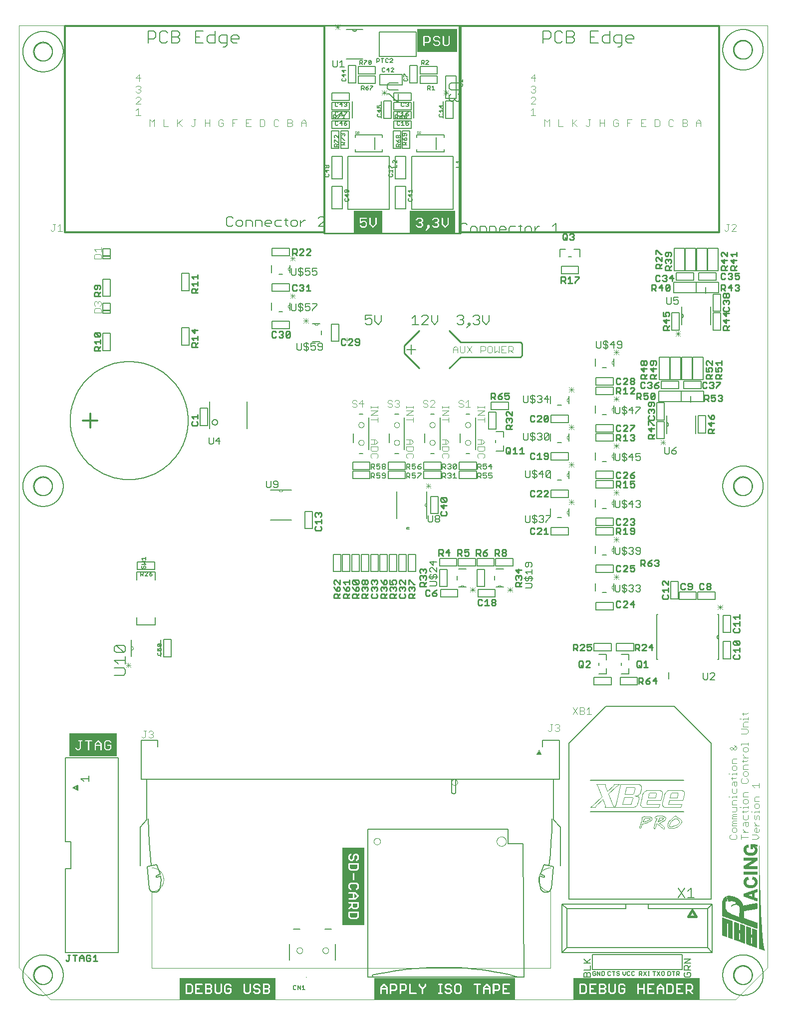
<source format=gto>
G75*
%MOIN*%
%OFA0B0*%
%FSLAX25Y25*%
%IPPOS*%
%LPD*%
%AMOC8*
5,1,8,0,0,1.08239X$1,22.5*
%
%ADD10R,0.00090X0.00180*%
%ADD11R,0.00090X0.00360*%
%ADD12R,0.00090X0.00540*%
%ADD13R,0.00090X0.00900*%
%ADD14R,0.00090X0.01170*%
%ADD15R,0.00090X0.01530*%
%ADD16R,0.00090X0.01890*%
%ADD17R,0.00090X0.02430*%
%ADD18R,0.00090X0.02790*%
%ADD19R,0.00090X0.03420*%
%ADD20R,0.00090X0.03870*%
%ADD21R,0.00090X0.04590*%
%ADD22R,0.00090X0.05220*%
%ADD23R,0.00090X0.05940*%
%ADD24R,0.00090X0.06750*%
%ADD25R,0.00090X0.07650*%
%ADD26R,0.00090X0.08460*%
%ADD27R,0.00090X0.09450*%
%ADD28R,0.00090X0.10530*%
%ADD29R,0.00090X0.11520*%
%ADD30R,0.00090X0.12780*%
%ADD31R,0.00090X0.13950*%
%ADD32R,0.00090X0.15300*%
%ADD33R,0.00090X0.16740*%
%ADD34R,0.00090X0.18180*%
%ADD35R,0.00090X0.19710*%
%ADD36R,0.00090X0.21420*%
%ADD37R,0.00090X0.23220*%
%ADD38R,0.00090X0.25110*%
%ADD39R,0.00090X0.27180*%
%ADD40R,0.00090X0.29250*%
%ADD41R,0.00090X0.31500*%
%ADD42R,0.00090X0.34020*%
%ADD43R,0.00090X0.36540*%
%ADD44R,0.00090X0.39330*%
%ADD45R,0.00090X0.42300*%
%ADD46R,0.00090X0.45630*%
%ADD47R,0.00090X0.49140*%
%ADD48R,0.00090X0.53010*%
%ADD49R,0.00090X0.57420*%
%ADD50R,0.00090X0.62460*%
%ADD51R,0.00090X0.68580*%
%ADD52R,0.00090X0.01800*%
%ADD53R,0.00090X0.01620*%
%ADD54R,0.00090X0.03690*%
%ADD55R,0.00090X0.03600*%
%ADD56R,0.00090X0.01710*%
%ADD57R,0.00090X0.01890*%
%ADD58R,0.00090X0.02520*%
%ADD59R,0.00090X0.02250*%
%ADD60R,0.00090X0.01440*%
%ADD61R,0.00090X0.11610*%
%ADD62R,0.00090X0.03780*%
%ADD63R,0.00090X0.01980*%
%ADD64R,0.00090X0.03060*%
%ADD65R,0.00090X0.02700*%
%ADD66R,0.00090X0.03510*%
%ADD67R,0.00090X0.11700*%
%ADD68R,0.00090X0.03690*%
%ADD69R,0.00090X0.03690*%
%ADD70R,0.00090X0.01800*%
%ADD71R,0.00090X0.01980*%
%ADD72R,0.00090X0.03870*%
%ADD73R,0.00090X0.01890*%
%ADD74R,0.00090X0.01620*%
%ADD75R,0.00090X0.04230*%
%ADD76R,0.00090X0.02070*%
%ADD77R,0.00090X0.11700*%
%ADD78R,0.00090X0.04410*%
%ADD79R,0.00090X0.02160*%
%ADD80R,0.00090X0.03870*%
%ADD81R,0.00090X0.03690*%
%ADD82R,0.00090X0.04770*%
%ADD83R,0.00090X0.04140*%
%ADD84R,0.00090X0.04950*%
%ADD85R,0.00090X0.04320*%
%ADD86R,0.00090X0.05130*%
%ADD87R,0.00090X0.02340*%
%ADD88R,0.00090X0.04500*%
%ADD89R,0.00090X0.05310*%
%ADD90R,0.00090X0.04680*%
%ADD91R,0.00090X0.05490*%
%ADD92R,0.00090X0.04860*%
%ADD93R,0.00090X0.05670*%
%ADD94R,0.00090X0.02520*%
%ADD95R,0.00090X0.05850*%
%ADD96R,0.00090X0.02610*%
%ADD97R,0.00090X0.06750*%
%ADD98R,0.00090X0.11610*%
%ADD99R,0.00090X0.03780*%
%ADD100R,0.00090X0.05940*%
%ADD101R,0.00090X0.02610*%
%ADD102R,0.00090X0.06840*%
%ADD103R,0.00090X0.06120*%
%ADD104R,0.00090X0.06840*%
%ADD105R,0.00090X0.06300*%
%ADD106R,0.00090X0.06930*%
%ADD107R,0.00090X0.02880*%
%ADD108R,0.00090X0.03330*%
%ADD109R,0.00090X0.02970*%
%ADD110R,0.00090X0.01710*%
%ADD111R,0.00090X0.02430*%
%ADD112R,0.00090X0.02970*%
%ADD113R,0.00090X0.02790*%
%ADD114R,0.00090X0.02340*%
%ADD115R,0.00090X0.02340*%
%ADD116R,0.00090X0.03150*%
%ADD117R,0.00090X0.06660*%
%ADD118R,0.00090X0.06570*%
%ADD119R,0.00090X0.02160*%
%ADD120R,0.00090X0.03240*%
%ADD121R,0.00090X0.02250*%
%ADD122R,0.00090X0.06480*%
%ADD123R,0.00090X0.02070*%
%ADD124R,0.00090X0.06390*%
%ADD125R,0.00090X0.03420*%
%ADD126R,0.00090X0.06210*%
%ADD127R,0.00090X0.02070*%
%ADD128R,0.00090X0.03510*%
%ADD129R,0.00090X0.06210*%
%ADD130R,0.00090X0.06030*%
%ADD131R,0.00090X0.01350*%
%ADD132R,0.00090X0.03420*%
%ADD133R,0.00090X0.00990*%
%ADD134R,0.00090X0.05760*%
%ADD135R,0.00090X0.00450*%
%ADD136R,0.00090X0.03960*%
%ADD137R,0.00090X0.01350*%
%ADD138R,0.00090X0.00090*%
%ADD139R,0.00090X0.04050*%
%ADD140R,0.00090X0.05670*%
%ADD141R,0.00090X0.04140*%
%ADD142R,0.00090X0.01620*%
%ADD143R,0.00090X0.03600*%
%ADD144R,0.00090X0.01440*%
%ADD145R,0.00090X0.01890*%
%ADD146R,0.00090X0.00360*%
%ADD147R,0.00090X0.03960*%
%ADD148R,0.00090X0.00270*%
%ADD149R,0.00090X0.00630*%
%ADD150R,0.00090X0.01080*%
%ADD151R,0.00090X0.01620*%
%ADD152R,0.00090X0.03420*%
%ADD153R,0.00090X0.02070*%
%ADD154R,0.00090X0.03240*%
%ADD155R,0.00090X0.03060*%
%ADD156R,0.00090X0.03150*%
%ADD157R,0.00090X0.02970*%
%ADD158R,0.00090X0.06120*%
%ADD159R,0.00090X0.05580*%
%ADD160R,0.00090X0.05310*%
%ADD161R,0.00090X0.02520*%
%ADD162R,0.00090X0.05130*%
%ADD163R,0.00090X0.04590*%
%ADD164R,0.00090X0.04500*%
%ADD165R,0.00090X0.04140*%
%ADD166R,0.00090X0.12150*%
%ADD167R,0.00090X0.12150*%
%ADD168R,0.00090X0.12060*%
%ADD169R,0.00090X0.11970*%
%ADD170R,0.00090X0.11790*%
%ADD171R,0.00090X0.11880*%
%ADD172R,0.00090X0.11880*%
%ADD173R,0.00090X0.12240*%
%ADD174R,0.00090X0.12600*%
%ADD175R,0.00090X0.12960*%
%ADD176R,0.00090X0.13050*%
%ADD177R,0.00090X0.13230*%
%ADD178R,0.00090X0.13320*%
%ADD179R,0.00090X0.13500*%
%ADD180R,0.00090X0.13680*%
%ADD181R,0.00090X0.13680*%
%ADD182R,0.00090X0.13860*%
%ADD183R,0.00090X0.14040*%
%ADD184R,0.00090X0.14130*%
%ADD185R,0.00090X0.14220*%
%ADD186R,0.00090X0.14220*%
%ADD187R,0.00090X0.14400*%
%ADD188R,0.00090X0.14490*%
%ADD189R,0.00090X0.11790*%
%ADD190R,0.00090X0.14580*%
%ADD191R,0.00090X0.14580*%
%ADD192R,0.00090X0.14670*%
%ADD193R,0.00090X0.14760*%
%ADD194R,0.00090X0.01440*%
%ADD195R,0.00090X0.14850*%
%ADD196R,0.00090X0.14940*%
%ADD197R,0.00090X0.04590*%
%ADD198R,0.00090X0.11790*%
%ADD199R,0.00090X0.04410*%
%ADD200R,0.00090X0.04320*%
%ADD201R,0.00090X0.04320*%
%ADD202R,0.00090X0.11790*%
%ADD203R,0.00090X0.04680*%
%ADD204R,0.00090X0.04860*%
%ADD205R,0.00090X0.00720*%
%ADD206R,0.00090X0.00540*%
%ADD207R,0.00090X0.00450*%
%ADD208R,0.00090X0.00540*%
%ADD209R,0.00090X0.00720*%
%ADD210R,0.00090X0.03240*%
%ADD211R,0.00090X0.00810*%
%ADD212R,0.00090X0.00810*%
%ADD213R,0.00090X0.00720*%
%ADD214R,0.00090X0.00270*%
%ADD215R,0.00090X0.03240*%
%ADD216R,0.00090X0.02790*%
%ADD217R,0.00090X0.04050*%
%ADD218R,0.00090X0.00270*%
%ADD219R,0.00090X0.02520*%
%ADD220R,0.00090X0.00630*%
%ADD221R,0.00090X0.05400*%
%ADD222R,0.00090X0.05580*%
%ADD223R,0.00090X0.09720*%
%ADD224R,0.00090X0.10080*%
%ADD225R,0.00090X0.13140*%
%ADD226R,0.00090X0.13140*%
%ADD227R,0.00090X0.12870*%
%ADD228R,0.00090X0.12600*%
%ADD229R,0.00090X0.12510*%
%ADD230R,0.00090X0.12420*%
%ADD231R,0.00090X0.11970*%
%ADD232R,0.00090X0.11520*%
%ADD233R,0.00090X0.11430*%
%ADD234R,0.00090X0.11160*%
%ADD235R,0.00090X0.10890*%
%ADD236R,0.00090X0.10620*%
%ADD237R,0.00090X0.10350*%
%ADD238R,0.00090X0.09990*%
%ADD239R,0.00090X0.09540*%
%ADD240R,0.00090X0.09090*%
%ADD241R,0.00090X0.08190*%
%ADD242C,0.00400*%
%ADD243C,0.00000*%
%ADD244C,0.00600*%
%ADD245C,0.01000*%
%ADD246C,0.00800*%
%ADD247C,0.00100*%
%ADD248C,0.00250*%
%ADD249C,0.00300*%
%ADD250C,0.00500*%
%ADD251C,0.00900*%
%ADD252C,0.01200*%
%ADD253C,0.00700*%
%ADD254C,0.00010*%
%ADD255R,0.01000X0.02000*%
%ADD256R,0.00500X0.01500*%
%ADD257R,0.01000X0.01000*%
%ADD258C,0.01600*%
%ADD259C,0.01300*%
D10*
X0477090Y0063980D03*
X0499410Y0034460D03*
D11*
X0499320Y0034550D03*
X0479520Y0065060D03*
X0479430Y0065060D03*
X0477270Y0064070D03*
D12*
X0479160Y0065060D03*
X0479340Y0065060D03*
X0479880Y0065240D03*
X0499230Y0034730D03*
D13*
X0499140Y0034910D03*
X0473310Y0065240D03*
X0488520Y0082070D03*
D14*
X0499050Y0035045D03*
D15*
X0498960Y0035315D03*
D16*
X0498870Y0035495D03*
X0485640Y0071315D03*
X0488340Y0072305D03*
X0488610Y0072395D03*
X0488880Y0072485D03*
X0489330Y0072665D03*
X0489420Y0072665D03*
X0489690Y0072755D03*
X0489870Y0072845D03*
X0489960Y0072845D03*
X0490140Y0072935D03*
X0490230Y0072935D03*
X0490590Y0073115D03*
X0490680Y0073115D03*
X0490770Y0073115D03*
X0490860Y0073205D03*
X0492570Y0073745D03*
X0492840Y0073835D03*
X0493380Y0074015D03*
X0490410Y0076985D03*
X0490320Y0076985D03*
X0490230Y0076985D03*
X0489780Y0076985D03*
X0489690Y0076985D03*
X0489510Y0076985D03*
X0489510Y0089765D03*
X0489420Y0089765D03*
X0489330Y0089765D03*
X0489240Y0089765D03*
X0489060Y0089765D03*
X0488970Y0089765D03*
X0489690Y0089765D03*
X0489780Y0089765D03*
X0489870Y0089765D03*
X0489960Y0089765D03*
X0490140Y0089765D03*
X0490230Y0089765D03*
X0490320Y0089765D03*
X0490410Y0089765D03*
X0490590Y0089765D03*
X0490680Y0089765D03*
X0490770Y0089765D03*
X0490860Y0089765D03*
X0491040Y0089765D03*
X0491130Y0089765D03*
X0491220Y0089765D03*
X0491310Y0089765D03*
X0491490Y0089765D03*
X0491580Y0089765D03*
X0491670Y0089765D03*
X0491760Y0089765D03*
X0491940Y0089765D03*
X0492030Y0089765D03*
X0492120Y0089765D03*
X0492210Y0089765D03*
X0492390Y0089765D03*
X0492480Y0089765D03*
X0492570Y0089765D03*
X0492660Y0089765D03*
X0492840Y0089765D03*
X0492930Y0089765D03*
X0493020Y0089765D03*
X0493110Y0089765D03*
X0493290Y0089765D03*
X0493380Y0089765D03*
X0493470Y0089765D03*
X0493560Y0089765D03*
X0493740Y0089765D03*
X0493830Y0089765D03*
X0493920Y0089765D03*
X0494010Y0089765D03*
X0494190Y0089765D03*
X0494280Y0089765D03*
X0494280Y0095345D03*
X0490860Y0095345D03*
X0490770Y0095345D03*
X0490680Y0095345D03*
X0490590Y0095345D03*
X0490410Y0095345D03*
X0490320Y0095345D03*
X0490230Y0095345D03*
X0490140Y0095345D03*
X0489960Y0095345D03*
X0489870Y0095345D03*
X0489780Y0095345D03*
X0489690Y0095345D03*
X0489510Y0095345D03*
X0489420Y0095345D03*
X0489330Y0095345D03*
X0489240Y0095345D03*
X0489060Y0095345D03*
X0488970Y0095345D03*
X0488880Y0095345D03*
X0488790Y0095345D03*
X0488610Y0095345D03*
X0488520Y0095345D03*
X0488430Y0095345D03*
X0488340Y0095345D03*
X0488160Y0095345D03*
X0488070Y0095345D03*
X0487980Y0095345D03*
X0487890Y0095345D03*
X0487710Y0095345D03*
X0487620Y0095345D03*
X0487530Y0095345D03*
X0487440Y0095345D03*
X0487260Y0095345D03*
X0487170Y0095345D03*
X0487080Y0095345D03*
X0486990Y0095345D03*
X0486810Y0095345D03*
X0486720Y0095345D03*
X0486630Y0095345D03*
X0486540Y0095345D03*
X0486360Y0095345D03*
X0486270Y0095345D03*
X0486180Y0095345D03*
X0486090Y0095345D03*
X0485910Y0095345D03*
X0485820Y0095345D03*
X0485730Y0095345D03*
X0489420Y0098585D03*
X0489510Y0098585D03*
X0490410Y0098585D03*
X0491490Y0104345D03*
X0491580Y0104345D03*
X0485640Y0089855D03*
X0474660Y0069785D03*
D17*
X0474210Y0053945D03*
X0474660Y0053765D03*
X0474930Y0053675D03*
X0487260Y0077885D03*
X0487260Y0081935D03*
X0486360Y0090035D03*
X0486270Y0090035D03*
X0493470Y0095075D03*
X0493560Y0095075D03*
X0492570Y0099305D03*
X0492660Y0099395D03*
X0492480Y0104075D03*
X0487260Y0103535D03*
X0498780Y0035765D03*
D18*
X0498690Y0036035D03*
X0486990Y0071315D03*
X0492930Y0081665D03*
X0486810Y0090215D03*
X0492930Y0094895D03*
X0493020Y0094895D03*
X0487170Y0099665D03*
D19*
X0494100Y0101240D03*
X0487800Y0071360D03*
X0478350Y0068840D03*
X0479700Y0056060D03*
X0480600Y0055700D03*
X0481950Y0055250D03*
X0498600Y0036350D03*
D20*
X0498510Y0036665D03*
X0475560Y0057725D03*
X0475380Y0057815D03*
D21*
X0474120Y0058625D03*
X0480780Y0067175D03*
X0480870Y0067175D03*
X0498420Y0037025D03*
D22*
X0498330Y0037340D03*
X0482670Y0065600D03*
D23*
X0473310Y0059570D03*
X0486810Y0079910D03*
X0486810Y0101510D03*
X0498240Y0037790D03*
D24*
X0498150Y0038195D03*
D25*
X0498060Y0038645D03*
X0482670Y0057095D03*
D26*
X0497970Y0039140D03*
D27*
X0497880Y0039635D03*
D28*
X0497790Y0040175D03*
D29*
X0497700Y0040760D03*
D30*
X0497610Y0041390D03*
X0472590Y0063260D03*
D31*
X0484020Y0059705D03*
X0497520Y0042065D03*
D32*
X0497430Y0042740D03*
D33*
X0497340Y0043460D03*
D34*
X0497250Y0044270D03*
D35*
X0497160Y0045035D03*
D36*
X0497070Y0045890D03*
D37*
X0496980Y0046880D03*
D38*
X0496890Y0047825D03*
D39*
X0496800Y0048860D03*
D40*
X0496710Y0049985D03*
D41*
X0496620Y0051110D03*
D42*
X0496530Y0052370D03*
D43*
X0496440Y0053720D03*
D44*
X0496350Y0055115D03*
D45*
X0496260Y0056690D03*
D46*
X0496170Y0058355D03*
D47*
X0496080Y0060110D03*
D48*
X0495990Y0062135D03*
D49*
X0495900Y0064340D03*
D50*
X0495810Y0066860D03*
D51*
X0495720Y0070010D03*
D52*
X0494190Y0068300D03*
X0494010Y0068390D03*
X0493920Y0068390D03*
X0493830Y0068390D03*
X0493740Y0068480D03*
X0493560Y0068480D03*
X0493470Y0068570D03*
X0493380Y0068570D03*
X0493290Y0068570D03*
X0493110Y0068660D03*
X0493020Y0068660D03*
X0492930Y0068750D03*
X0492840Y0068750D03*
X0492660Y0068840D03*
X0492570Y0068840D03*
X0490770Y0069470D03*
X0490590Y0069560D03*
X0490320Y0069650D03*
X0490230Y0069650D03*
X0489960Y0069740D03*
X0489780Y0069830D03*
X0489510Y0069920D03*
X0489240Y0070010D03*
X0488970Y0070100D03*
X0488430Y0070280D03*
X0488160Y0072260D03*
X0488430Y0072350D03*
X0488520Y0072350D03*
X0488790Y0072440D03*
X0488970Y0072530D03*
X0489240Y0072620D03*
X0489510Y0072710D03*
X0489780Y0072800D03*
X0490320Y0072980D03*
X0494460Y0080000D03*
X0491490Y0082610D03*
X0494370Y0086030D03*
X0485640Y0086030D03*
X0488340Y0104030D03*
X0474030Y0068390D03*
D53*
X0474570Y0069920D03*
X0494460Y0101330D03*
X0494280Y0104480D03*
X0494190Y0104480D03*
X0494010Y0104480D03*
X0493920Y0104480D03*
X0493830Y0104480D03*
X0493740Y0104480D03*
X0493560Y0104480D03*
X0493470Y0104480D03*
X0493380Y0104480D03*
D54*
X0494010Y0101195D03*
X0491670Y0094445D03*
X0491580Y0094445D03*
X0488160Y0090665D03*
X0476640Y0069065D03*
X0476460Y0069065D03*
X0476370Y0069065D03*
X0476280Y0069065D03*
X0476190Y0069065D03*
X0476010Y0069065D03*
X0475920Y0069065D03*
X0475830Y0069065D03*
X0475740Y0069065D03*
X0475560Y0069065D03*
X0475470Y0069065D03*
X0475920Y0057545D03*
X0476190Y0057455D03*
X0476280Y0057365D03*
X0476370Y0057365D03*
X0486180Y0053855D03*
X0487170Y0053495D03*
X0487440Y0053405D03*
X0488160Y0053135D03*
X0488430Y0053045D03*
X0489420Y0052685D03*
X0489690Y0052595D03*
X0490140Y0052415D03*
X0490680Y0052235D03*
X0491130Y0052055D03*
X0492120Y0051695D03*
X0492390Y0051605D03*
X0492660Y0051515D03*
X0493110Y0051335D03*
X0493380Y0051245D03*
X0493920Y0051065D03*
X0494370Y0050885D03*
X0492390Y0063755D03*
X0492210Y0063755D03*
X0492660Y0063845D03*
X0492840Y0063845D03*
X0493290Y0063935D03*
X0494190Y0064115D03*
X0494280Y0064115D03*
X0491760Y0063665D03*
X0490860Y0063485D03*
X0490770Y0063485D03*
X0490410Y0063395D03*
X0490320Y0063395D03*
X0490230Y0063395D03*
X0489960Y0063305D03*
X0489870Y0063305D03*
X0489780Y0063305D03*
X0489420Y0063215D03*
X0489330Y0063215D03*
X0488430Y0063035D03*
X0488340Y0063035D03*
X0487980Y0062945D03*
X0487890Y0062945D03*
X0487530Y0062855D03*
X0487440Y0062855D03*
X0486990Y0062765D03*
X0485910Y0062585D03*
D55*
X0485820Y0062540D03*
X0485730Y0062540D03*
X0486090Y0062630D03*
X0486180Y0062630D03*
X0486270Y0062630D03*
X0486360Y0062630D03*
X0486630Y0062720D03*
X0486720Y0062720D03*
X0486810Y0062720D03*
X0487080Y0062810D03*
X0487170Y0062810D03*
X0487260Y0062810D03*
X0487620Y0062900D03*
X0487710Y0062900D03*
X0488070Y0062990D03*
X0488160Y0062990D03*
X0488520Y0063080D03*
X0488610Y0063080D03*
X0489060Y0063170D03*
X0489240Y0063170D03*
X0489510Y0063260D03*
X0489690Y0063260D03*
X0490140Y0063350D03*
X0490590Y0063440D03*
X0490680Y0063440D03*
X0491040Y0063530D03*
X0491130Y0063530D03*
X0491490Y0063620D03*
X0491580Y0063620D03*
X0491670Y0063620D03*
X0491940Y0063710D03*
X0492030Y0063710D03*
X0492120Y0063710D03*
X0492480Y0063800D03*
X0492570Y0063800D03*
X0492930Y0063890D03*
X0493020Y0063890D03*
X0493110Y0063890D03*
X0493380Y0063980D03*
X0493470Y0063980D03*
X0493560Y0063980D03*
X0493920Y0064070D03*
X0494010Y0064070D03*
X0494370Y0064160D03*
X0488070Y0071360D03*
X0477720Y0068930D03*
X0477270Y0069020D03*
X0477180Y0069020D03*
X0477090Y0069020D03*
X0476910Y0069020D03*
X0476820Y0069020D03*
X0476730Y0069020D03*
X0473580Y0068570D03*
X0476460Y0057320D03*
X0476640Y0057230D03*
X0476730Y0057230D03*
X0476820Y0057140D03*
X0476910Y0057140D03*
X0477090Y0057050D03*
X0477180Y0057050D03*
X0477270Y0056960D03*
X0477360Y0056960D03*
X0477540Y0056870D03*
X0477810Y0056780D03*
X0488070Y0090620D03*
X0491760Y0094490D03*
D56*
X0494370Y0095345D03*
X0494370Y0089765D03*
X0485640Y0095345D03*
X0488160Y0070415D03*
X0488340Y0070325D03*
X0488520Y0070235D03*
X0488610Y0070235D03*
X0488790Y0070145D03*
X0488880Y0070145D03*
X0489060Y0070055D03*
X0489330Y0069965D03*
X0489420Y0069965D03*
X0489690Y0069875D03*
X0489870Y0069785D03*
X0490140Y0069695D03*
X0490410Y0069605D03*
X0490680Y0069515D03*
X0490860Y0069425D03*
X0492480Y0068885D03*
X0494280Y0068255D03*
X0494370Y0068255D03*
X0483030Y0046835D03*
X0482940Y0046835D03*
X0482760Y0046925D03*
X0482670Y0046925D03*
X0482580Y0046925D03*
X0482490Y0047015D03*
X0490410Y0044135D03*
X0490590Y0044045D03*
X0490680Y0044045D03*
X0490770Y0043955D03*
X0490860Y0043955D03*
X0491040Y0043865D03*
X0491130Y0043865D03*
X0473220Y0065195D03*
D57*
X0489060Y0072575D03*
X0490410Y0073025D03*
X0493110Y0073925D03*
X0494370Y0074375D03*
D58*
X0494370Y0080000D03*
X0492840Y0081890D03*
X0485640Y0080000D03*
X0486540Y0071360D03*
X0486630Y0071360D03*
X0474840Y0069560D03*
X0474390Y0053900D03*
X0474480Y0053810D03*
X0474570Y0053810D03*
X0485640Y0101600D03*
X0487170Y0103400D03*
D59*
X0487440Y0103715D03*
X0487440Y0099305D03*
X0487530Y0099215D03*
X0492210Y0099035D03*
X0492390Y0099125D03*
X0492480Y0099215D03*
X0494370Y0101285D03*
X0493740Y0095165D03*
X0490770Y0093095D03*
X0490230Y0092735D03*
X0489960Y0092555D03*
X0489690Y0092375D03*
X0489420Y0092195D03*
X0486090Y0089945D03*
X0487530Y0082205D03*
X0487440Y0082115D03*
X0487440Y0077705D03*
X0487530Y0077615D03*
X0492480Y0077615D03*
X0492660Y0082115D03*
X0486180Y0071315D03*
D60*
X0482310Y0041210D03*
X0482580Y0041120D03*
X0482760Y0041030D03*
X0483030Y0040940D03*
X0494370Y0104480D03*
D61*
X0487260Y0044585D03*
X0489240Y0043865D03*
X0489510Y0043775D03*
X0490230Y0043505D03*
X0491220Y0043145D03*
X0491490Y0043055D03*
X0491760Y0042965D03*
X0492210Y0042785D03*
X0492480Y0042695D03*
X0493470Y0042335D03*
X0493740Y0042245D03*
X0494010Y0042155D03*
X0494190Y0042065D03*
X0494280Y0042065D03*
D62*
X0494280Y0050930D03*
X0494190Y0050930D03*
X0494010Y0051020D03*
X0493830Y0051110D03*
X0493740Y0051110D03*
X0493560Y0051200D03*
X0493470Y0051200D03*
X0493290Y0051290D03*
X0493020Y0051380D03*
X0492840Y0051470D03*
X0492570Y0051560D03*
X0492480Y0051560D03*
X0492210Y0051650D03*
X0492030Y0051740D03*
X0491940Y0051740D03*
X0491760Y0051830D03*
X0491580Y0051920D03*
X0491490Y0051920D03*
X0491310Y0052010D03*
X0491220Y0052010D03*
X0491040Y0052100D03*
X0490860Y0052190D03*
X0490770Y0052190D03*
X0490590Y0052280D03*
X0490320Y0052370D03*
X0490230Y0052370D03*
X0489960Y0052460D03*
X0489870Y0052550D03*
X0489780Y0052550D03*
X0489510Y0052640D03*
X0489330Y0052730D03*
X0489240Y0052730D03*
X0489060Y0052820D03*
X0488970Y0052820D03*
X0488880Y0052910D03*
X0488790Y0052910D03*
X0488610Y0053000D03*
X0488520Y0053000D03*
X0488340Y0053090D03*
X0488070Y0053180D03*
X0487980Y0053180D03*
X0487890Y0053270D03*
X0487710Y0053270D03*
X0487620Y0053360D03*
X0487530Y0053360D03*
X0487260Y0053450D03*
X0487080Y0053540D03*
X0486990Y0053540D03*
X0486810Y0053630D03*
X0486720Y0053630D03*
X0486630Y0053720D03*
X0486540Y0053720D03*
X0486360Y0053810D03*
X0486270Y0053810D03*
X0486090Y0053900D03*
X0485910Y0053990D03*
X0485820Y0053990D03*
X0485730Y0053990D03*
X0476010Y0057500D03*
X0475830Y0057590D03*
X0475740Y0057680D03*
X0475470Y0057770D03*
X0475380Y0069020D03*
X0488340Y0090710D03*
X0488430Y0090710D03*
X0491490Y0094400D03*
D63*
X0494190Y0095300D03*
X0491670Y0098810D03*
X0491310Y0098720D03*
X0491220Y0098720D03*
X0491040Y0098630D03*
X0490860Y0098630D03*
X0490770Y0098630D03*
X0490680Y0098630D03*
X0490590Y0098630D03*
X0490320Y0098540D03*
X0490230Y0098540D03*
X0490140Y0098540D03*
X0489960Y0098540D03*
X0489870Y0098540D03*
X0489780Y0098540D03*
X0489690Y0098540D03*
X0489330Y0098630D03*
X0489240Y0098630D03*
X0489060Y0098630D03*
X0488970Y0098630D03*
X0488880Y0098630D03*
X0488790Y0098720D03*
X0488610Y0098720D03*
X0488520Y0098720D03*
X0488340Y0098810D03*
X0488070Y0104030D03*
X0487980Y0104030D03*
X0488160Y0104120D03*
X0491670Y0104300D03*
X0491760Y0104300D03*
X0491760Y0086030D03*
X0491670Y0086030D03*
X0491580Y0086030D03*
X0491490Y0086030D03*
X0491310Y0086030D03*
X0491220Y0086030D03*
X0491130Y0086030D03*
X0491040Y0086030D03*
X0490860Y0086030D03*
X0490770Y0086030D03*
X0490680Y0086030D03*
X0490590Y0086030D03*
X0490410Y0086030D03*
X0490320Y0086030D03*
X0490230Y0086030D03*
X0490140Y0086030D03*
X0489960Y0086030D03*
X0489870Y0086030D03*
X0489780Y0086030D03*
X0489690Y0086030D03*
X0489510Y0086030D03*
X0489420Y0086030D03*
X0489330Y0086030D03*
X0489240Y0086030D03*
X0489060Y0086030D03*
X0488970Y0086030D03*
X0488880Y0086030D03*
X0488790Y0086030D03*
X0488610Y0086030D03*
X0488520Y0086030D03*
X0488430Y0086030D03*
X0488340Y0086030D03*
X0488160Y0086030D03*
X0488070Y0086030D03*
X0487980Y0086030D03*
X0487890Y0086030D03*
X0487710Y0086030D03*
X0487620Y0086030D03*
X0487530Y0086030D03*
X0487440Y0086030D03*
X0487260Y0086030D03*
X0487170Y0086030D03*
X0487080Y0086030D03*
X0486990Y0086030D03*
X0486810Y0086030D03*
X0486720Y0086030D03*
X0486630Y0086030D03*
X0486540Y0086030D03*
X0486360Y0086030D03*
X0486270Y0086030D03*
X0486180Y0086030D03*
X0486090Y0086030D03*
X0485910Y0086030D03*
X0485820Y0086030D03*
X0485730Y0086030D03*
X0491940Y0086030D03*
X0492030Y0086030D03*
X0492120Y0086030D03*
X0492210Y0086030D03*
X0492390Y0086030D03*
X0492480Y0086030D03*
X0492570Y0086030D03*
X0492660Y0086030D03*
X0492840Y0086030D03*
X0492930Y0086030D03*
X0493020Y0086030D03*
X0493110Y0086030D03*
X0493290Y0086030D03*
X0493380Y0086030D03*
X0493470Y0086030D03*
X0493560Y0086030D03*
X0493740Y0086030D03*
X0493830Y0086030D03*
X0493920Y0086030D03*
X0494010Y0086030D03*
X0494190Y0086030D03*
X0494280Y0086030D03*
X0492120Y0082430D03*
X0491940Y0082520D03*
X0491760Y0082610D03*
X0491670Y0082610D03*
X0491580Y0082610D03*
X0491670Y0077210D03*
X0491310Y0077120D03*
X0491220Y0077120D03*
X0491130Y0077030D03*
X0491040Y0077030D03*
X0490860Y0077030D03*
X0490770Y0077030D03*
X0490680Y0077030D03*
X0490590Y0077030D03*
X0490140Y0076940D03*
X0489960Y0076940D03*
X0489870Y0076940D03*
X0489420Y0077030D03*
X0489330Y0077030D03*
X0489240Y0077030D03*
X0489060Y0077030D03*
X0488970Y0077030D03*
X0488880Y0077030D03*
X0488790Y0077120D03*
X0488610Y0077120D03*
X0488520Y0077120D03*
X0488430Y0077210D03*
X0488340Y0077210D03*
X0492480Y0073700D03*
X0492660Y0073790D03*
X0492930Y0073880D03*
X0493020Y0073880D03*
X0493290Y0073970D03*
X0493470Y0074060D03*
X0493560Y0074060D03*
X0493740Y0074150D03*
X0493830Y0074150D03*
X0493920Y0074240D03*
X0494010Y0074240D03*
X0494190Y0074330D03*
X0494280Y0074330D03*
X0485820Y0071360D03*
X0485730Y0071360D03*
D64*
X0487260Y0071360D03*
X0485730Y0080000D03*
X0487260Y0090350D03*
X0492570Y0094760D03*
X0492930Y0099800D03*
X0494190Y0101240D03*
X0485730Y0101600D03*
X0494280Y0080000D03*
X0473040Y0068480D03*
D65*
X0486810Y0071360D03*
X0487170Y0078020D03*
X0486720Y0090170D03*
X0493110Y0094940D03*
X0492840Y0099620D03*
X0494280Y0101240D03*
D66*
X0491940Y0094535D03*
X0487980Y0090575D03*
X0487890Y0090575D03*
X0485820Y0079955D03*
X0494190Y0079955D03*
X0487980Y0071315D03*
X0478080Y0068885D03*
X0477990Y0068885D03*
X0477810Y0068885D03*
X0477630Y0068975D03*
X0477540Y0068975D03*
X0477360Y0068975D03*
X0473670Y0068615D03*
X0477630Y0056825D03*
X0477720Y0056825D03*
X0477990Y0056735D03*
X0478080Y0056645D03*
X0478170Y0056645D03*
X0478260Y0056555D03*
X0478440Y0056555D03*
X0478530Y0056465D03*
X0478620Y0056465D03*
X0478890Y0056375D03*
X0479070Y0056285D03*
X0479340Y0056195D03*
X0479520Y0056105D03*
X0479790Y0056015D03*
X0480240Y0055835D03*
X0480510Y0055745D03*
X0480780Y0055655D03*
X0481770Y0055295D03*
X0485820Y0101555D03*
D67*
X0472950Y0049760D03*
X0475200Y0048950D03*
X0475650Y0048770D03*
X0477000Y0048320D03*
X0477450Y0048140D03*
X0477900Y0047960D03*
X0479250Y0047510D03*
X0479700Y0047330D03*
X0480150Y0047150D03*
X0480600Y0046970D03*
X0481500Y0046700D03*
X0481950Y0046520D03*
X0483750Y0045890D03*
X0484200Y0045710D03*
X0484650Y0045530D03*
X0485100Y0045350D03*
X0485550Y0045170D03*
X0486000Y0045080D03*
X0487350Y0044540D03*
X0487800Y0044360D03*
X0488700Y0044090D03*
X0489150Y0043910D03*
X0489600Y0043730D03*
X0490050Y0043550D03*
X0491400Y0043100D03*
X0491850Y0042920D03*
X0492300Y0042740D03*
X0493650Y0042290D03*
X0494100Y0042110D03*
D68*
X0494100Y0050975D03*
X0489150Y0052775D03*
X0486450Y0062675D03*
X0491400Y0063575D03*
X0493650Y0064025D03*
X0476550Y0057275D03*
D69*
X0476100Y0057455D03*
X0486450Y0053765D03*
X0488700Y0052955D03*
X0491400Y0051965D03*
X0493650Y0051155D03*
X0491850Y0063665D03*
X0492300Y0063755D03*
X0492750Y0063845D03*
X0493200Y0063935D03*
X0494100Y0064115D03*
X0487350Y0062855D03*
X0486900Y0062765D03*
X0486000Y0062585D03*
X0476550Y0069065D03*
X0476100Y0069065D03*
X0475650Y0069065D03*
X0488250Y0090665D03*
D70*
X0485550Y0080000D03*
X0488700Y0072440D03*
X0488250Y0072260D03*
X0488250Y0070370D03*
X0488700Y0070190D03*
X0490050Y0069740D03*
X0490500Y0069560D03*
X0493200Y0068660D03*
X0493650Y0068480D03*
X0494100Y0068300D03*
X0490050Y0072890D03*
X0485550Y0101600D03*
D71*
X0488250Y0104120D03*
X0491850Y0104300D03*
X0491400Y0098720D03*
X0490950Y0098630D03*
X0490500Y0098630D03*
X0490050Y0098540D03*
X0489600Y0098540D03*
X0489150Y0098630D03*
X0488700Y0098720D03*
X0494100Y0095300D03*
X0494100Y0086030D03*
X0493650Y0086030D03*
X0493200Y0086030D03*
X0492750Y0086030D03*
X0492300Y0086030D03*
X0491850Y0086030D03*
X0491400Y0086030D03*
X0490950Y0086030D03*
X0490500Y0086030D03*
X0490050Y0086030D03*
X0489600Y0086030D03*
X0489150Y0086030D03*
X0488700Y0086030D03*
X0488250Y0086030D03*
X0487800Y0086030D03*
X0487350Y0086030D03*
X0486900Y0086030D03*
X0486450Y0086030D03*
X0486000Y0086030D03*
X0488250Y0082520D03*
X0491850Y0082520D03*
X0491400Y0077120D03*
X0490950Y0077030D03*
X0490050Y0076940D03*
X0489150Y0077030D03*
X0488700Y0077120D03*
X0492750Y0073790D03*
X0493200Y0073970D03*
X0493650Y0074150D03*
X0494100Y0074240D03*
D72*
X0494100Y0079955D03*
X0491400Y0094355D03*
X0475200Y0057905D03*
D73*
X0489600Y0072755D03*
X0490950Y0073205D03*
X0490500Y0076985D03*
X0489600Y0076985D03*
X0489600Y0089765D03*
X0489150Y0089765D03*
X0490050Y0089765D03*
X0490500Y0089765D03*
X0490950Y0089765D03*
X0491400Y0089765D03*
X0491850Y0089765D03*
X0492300Y0089765D03*
X0492750Y0089765D03*
X0493200Y0089765D03*
X0493650Y0089765D03*
X0494100Y0089765D03*
X0490950Y0095345D03*
X0490500Y0095345D03*
X0490050Y0095345D03*
X0489600Y0095345D03*
X0489150Y0095345D03*
X0488700Y0095345D03*
X0488250Y0095345D03*
X0487800Y0095345D03*
X0487350Y0095345D03*
X0486900Y0095345D03*
X0486450Y0095345D03*
X0486000Y0095345D03*
D74*
X0493650Y0104480D03*
X0494100Y0104480D03*
D75*
X0494010Y0079955D03*
X0474480Y0058355D03*
X0474570Y0058265D03*
D76*
X0487980Y0077345D03*
X0488070Y0077345D03*
X0488160Y0077255D03*
X0491760Y0077255D03*
X0491940Y0077345D03*
X0492030Y0077345D03*
X0492390Y0082295D03*
X0485820Y0089855D03*
X0485730Y0089855D03*
X0488160Y0098855D03*
X0488070Y0098945D03*
X0487980Y0098945D03*
X0491760Y0098855D03*
X0494010Y0095255D03*
X0492030Y0104255D03*
X0491940Y0104255D03*
X0487710Y0103895D03*
D77*
X0471960Y0062990D03*
X0471240Y0050390D03*
X0471690Y0050210D03*
X0471960Y0050120D03*
X0472230Y0050030D03*
X0472680Y0049850D03*
X0473220Y0049670D03*
X0473490Y0049580D03*
X0473670Y0049490D03*
X0473940Y0049400D03*
X0475470Y0048860D03*
X0475740Y0048770D03*
X0475920Y0048680D03*
X0476190Y0048590D03*
X0476460Y0048500D03*
X0476640Y0048410D03*
X0476730Y0048410D03*
X0476910Y0048320D03*
X0477180Y0048230D03*
X0477630Y0048050D03*
X0477720Y0048050D03*
X0477990Y0047960D03*
X0479160Y0047510D03*
X0479430Y0047420D03*
X0479610Y0047330D03*
X0479880Y0047240D03*
X0479970Y0047240D03*
X0480240Y0047150D03*
X0480420Y0047060D03*
X0480690Y0046970D03*
X0480870Y0046880D03*
X0480960Y0046880D03*
X0481140Y0046790D03*
X0481230Y0046790D03*
X0481410Y0046700D03*
X0481590Y0046610D03*
X0481680Y0046610D03*
X0481860Y0046520D03*
X0482130Y0046430D03*
X0482220Y0046430D03*
X0483120Y0046070D03*
X0483210Y0046070D03*
X0483390Y0045980D03*
X0483480Y0045980D03*
X0483570Y0045890D03*
X0483660Y0045890D03*
X0483840Y0045800D03*
X0483930Y0045800D03*
X0484110Y0045710D03*
X0484380Y0045620D03*
X0484470Y0045620D03*
X0484560Y0045530D03*
X0484740Y0045530D03*
X0484830Y0045440D03*
X0484920Y0045440D03*
X0485190Y0045350D03*
X0485370Y0045260D03*
X0485460Y0045260D03*
X0485640Y0045170D03*
X0485730Y0045170D03*
X0485820Y0045080D03*
X0485910Y0045080D03*
X0486090Y0044990D03*
X0487440Y0044540D03*
X0487530Y0044450D03*
X0487620Y0044450D03*
X0487710Y0044450D03*
X0487890Y0044360D03*
X0487980Y0044360D03*
X0488070Y0044270D03*
X0488160Y0044270D03*
X0488340Y0044180D03*
X0488430Y0044180D03*
X0488520Y0044090D03*
X0488610Y0044090D03*
X0488790Y0044000D03*
X0488880Y0044000D03*
X0488970Y0044000D03*
X0489060Y0043910D03*
X0489330Y0043820D03*
X0489420Y0043820D03*
X0489690Y0043730D03*
X0489780Y0043640D03*
X0489870Y0043640D03*
X0489960Y0043640D03*
X0490140Y0043550D03*
X0490320Y0043460D03*
X0491310Y0043100D03*
X0491580Y0043010D03*
X0491670Y0043010D03*
X0491940Y0042920D03*
X0492030Y0042830D03*
X0492120Y0042830D03*
X0492390Y0042740D03*
X0492570Y0042650D03*
X0492660Y0042650D03*
X0492840Y0042560D03*
X0492930Y0042560D03*
X0493020Y0042470D03*
X0493110Y0042470D03*
X0493290Y0042380D03*
X0493380Y0042380D03*
X0493560Y0042290D03*
X0493830Y0042200D03*
X0493920Y0042200D03*
D78*
X0482130Y0066365D03*
X0482040Y0066455D03*
X0481860Y0066635D03*
X0481590Y0066815D03*
X0481410Y0066905D03*
X0481320Y0066995D03*
X0481230Y0066995D03*
X0493920Y0079955D03*
X0486090Y0101555D03*
D79*
X0487530Y0103760D03*
X0487620Y0103850D03*
X0492120Y0104210D03*
X0492210Y0104210D03*
X0492120Y0098990D03*
X0492030Y0098990D03*
X0491940Y0098900D03*
X0487890Y0098990D03*
X0487710Y0099080D03*
X0487620Y0099170D03*
X0490680Y0093050D03*
X0490590Y0092960D03*
X0490410Y0092870D03*
X0490320Y0092780D03*
X0490140Y0092690D03*
X0489870Y0092510D03*
X0489780Y0092420D03*
X0489510Y0092240D03*
X0489330Y0092150D03*
X0489240Y0092060D03*
X0489060Y0091970D03*
X0488970Y0091880D03*
X0490860Y0093140D03*
X0493830Y0095210D03*
X0493920Y0095210D03*
X0485910Y0089900D03*
X0487620Y0082250D03*
X0487710Y0082250D03*
X0487620Y0077570D03*
X0487710Y0077480D03*
X0487890Y0077390D03*
X0492120Y0077390D03*
X0492390Y0077570D03*
X0492570Y0082160D03*
X0492480Y0082250D03*
X0486090Y0071360D03*
X0473940Y0068660D03*
D80*
X0482490Y0055205D03*
X0485910Y0079955D03*
X0488520Y0090755D03*
X0491310Y0094355D03*
X0493920Y0101195D03*
X0485910Y0101555D03*
D81*
X0475290Y0068975D03*
X0486540Y0062675D03*
X0488790Y0063125D03*
X0488880Y0063125D03*
X0488970Y0063125D03*
X0491220Y0063575D03*
X0491310Y0063575D03*
X0493740Y0064025D03*
X0493830Y0064025D03*
X0490410Y0052325D03*
X0491670Y0051875D03*
X0492930Y0051425D03*
D82*
X0480330Y0067355D03*
X0473940Y0058805D03*
X0493830Y0079955D03*
D83*
X0493830Y0101150D03*
D84*
X0493380Y0101105D03*
X0486270Y0101555D03*
X0486270Y0079955D03*
X0493740Y0079955D03*
X0473760Y0058985D03*
D85*
X0474390Y0058400D03*
X0493740Y0101150D03*
D86*
X0493650Y0079955D03*
D87*
X0492750Y0081980D03*
X0493650Y0095120D03*
D88*
X0493650Y0101150D03*
X0481050Y0067130D03*
D89*
X0473580Y0059165D03*
X0493560Y0079955D03*
D90*
X0486180Y0080000D03*
X0480510Y0067310D03*
X0480420Y0067310D03*
X0480690Y0067220D03*
X0482490Y0065960D03*
X0474030Y0058670D03*
X0493560Y0101150D03*
D91*
X0486540Y0101555D03*
X0486540Y0079955D03*
X0493470Y0079955D03*
D92*
X0482580Y0065780D03*
X0480240Y0067400D03*
X0480060Y0067400D03*
X0493470Y0101150D03*
D93*
X0493380Y0079955D03*
X0486630Y0079955D03*
D94*
X0493380Y0095030D03*
X0487260Y0099530D03*
X0492570Y0104030D03*
X0474840Y0053720D03*
D95*
X0491310Y0071315D03*
X0493290Y0079955D03*
X0486720Y0079955D03*
D96*
X0487170Y0081845D03*
X0492840Y0077975D03*
X0486720Y0071315D03*
X0486630Y0090125D03*
X0486540Y0090125D03*
X0493290Y0094985D03*
X0492660Y0103985D03*
D97*
X0493290Y0101915D03*
D98*
X0488250Y0044225D03*
X0492750Y0042605D03*
X0493200Y0042425D03*
D99*
X0493200Y0051290D03*
X0492750Y0051470D03*
X0492300Y0051650D03*
X0491850Y0051830D03*
X0490950Y0052100D03*
X0490500Y0052280D03*
X0490050Y0052460D03*
X0489600Y0052640D03*
X0488250Y0053090D03*
X0487800Y0053270D03*
X0487350Y0053450D03*
X0486900Y0053630D03*
X0486000Y0053900D03*
X0475650Y0057680D03*
D100*
X0491400Y0071360D03*
X0493200Y0079910D03*
D101*
X0493200Y0094985D03*
X0492750Y0099485D03*
D102*
X0493200Y0101870D03*
D103*
X0486990Y0101510D03*
X0493110Y0079910D03*
X0491670Y0071360D03*
D104*
X0493110Y0101870D03*
D105*
X0487080Y0101510D03*
X0487080Y0079910D03*
X0493020Y0079910D03*
X0491940Y0071360D03*
X0482580Y0056420D03*
D106*
X0493020Y0101825D03*
D107*
X0492840Y0094850D03*
X0486990Y0090260D03*
X0492930Y0078200D03*
X0487080Y0071360D03*
X0473760Y0069020D03*
D108*
X0473310Y0068525D03*
X0478440Y0068795D03*
X0478530Y0068795D03*
X0478620Y0068795D03*
X0478710Y0068795D03*
X0478890Y0068705D03*
X0479790Y0068345D03*
X0479880Y0068255D03*
X0487710Y0071315D03*
X0487710Y0090485D03*
X0487620Y0090485D03*
X0492120Y0094625D03*
X0492210Y0094625D03*
X0492930Y0103625D03*
D109*
X0492840Y0103805D03*
X0492660Y0094805D03*
X0487170Y0090305D03*
X0487080Y0090305D03*
D110*
X0489150Y0070055D03*
X0489600Y0069875D03*
X0490950Y0069425D03*
X0492750Y0068795D03*
X0482850Y0046835D03*
X0482400Y0047015D03*
X0490500Y0044045D03*
D111*
X0486450Y0071315D03*
X0487350Y0077795D03*
X0487350Y0082025D03*
X0492750Y0077885D03*
X0487350Y0099395D03*
D112*
X0492750Y0094805D03*
D113*
X0492750Y0103895D03*
X0486900Y0090215D03*
X0486900Y0071315D03*
D114*
X0492660Y0077750D03*
D115*
X0492570Y0077660D03*
X0486360Y0071360D03*
X0486270Y0071360D03*
X0486180Y0089990D03*
X0492390Y0104120D03*
D116*
X0492390Y0094715D03*
X0492480Y0094715D03*
X0487440Y0090395D03*
X0487440Y0071315D03*
X0473130Y0068525D03*
D117*
X0492390Y0071360D03*
D118*
X0492300Y0071315D03*
D119*
X0492300Y0077480D03*
X0492300Y0082340D03*
X0487800Y0082340D03*
X0489600Y0092330D03*
X0490050Y0092600D03*
X0490950Y0093230D03*
X0487800Y0099080D03*
X0486000Y0071360D03*
X0474750Y0069650D03*
D120*
X0479700Y0068390D03*
X0492300Y0094670D03*
D121*
X0490500Y0092915D03*
X0489150Y0092015D03*
X0486000Y0089945D03*
X0492300Y0099125D03*
X0492300Y0104165D03*
X0487350Y0103625D03*
D122*
X0492120Y0071360D03*
X0492210Y0071360D03*
D123*
X0491580Y0077165D03*
X0491490Y0077165D03*
X0492210Y0077435D03*
X0492210Y0082385D03*
X0492030Y0082475D03*
X0488160Y0082475D03*
X0488070Y0082475D03*
X0487980Y0082385D03*
X0487890Y0082385D03*
X0485910Y0071315D03*
X0488430Y0098765D03*
X0491130Y0098675D03*
X0491490Y0098765D03*
X0491580Y0098765D03*
X0487890Y0103985D03*
D124*
X0492030Y0071315D03*
D125*
X0482310Y0055070D03*
X0481410Y0055430D03*
X0481320Y0055430D03*
X0481230Y0055520D03*
X0481140Y0055520D03*
X0480060Y0055880D03*
X0479970Y0055970D03*
X0479880Y0055970D03*
X0478980Y0056330D03*
X0478710Y0056420D03*
X0473490Y0068570D03*
X0492030Y0094580D03*
X0491310Y0103580D03*
X0491220Y0103580D03*
X0491130Y0103580D03*
X0491040Y0103580D03*
X0490860Y0103580D03*
X0490770Y0103580D03*
X0490680Y0103580D03*
X0490590Y0103580D03*
X0490410Y0103580D03*
X0490320Y0103580D03*
X0490230Y0103580D03*
X0490140Y0103580D03*
D126*
X0491850Y0071315D03*
D127*
X0491850Y0077255D03*
X0488250Y0077255D03*
X0488250Y0098855D03*
X0491850Y0098855D03*
X0487800Y0103895D03*
D128*
X0491850Y0094535D03*
X0477900Y0068885D03*
X0477450Y0068975D03*
X0475200Y0069065D03*
X0477450Y0056915D03*
X0477900Y0056735D03*
X0478350Y0056555D03*
X0478800Y0056375D03*
X0479250Y0056195D03*
X0481500Y0055385D03*
D129*
X0473220Y0059795D03*
X0491760Y0071315D03*
X0486990Y0079955D03*
D130*
X0491490Y0071315D03*
X0491580Y0071315D03*
D131*
X0491400Y0082385D03*
X0482400Y0041165D03*
X0490500Y0038285D03*
X0490950Y0038105D03*
D132*
X0482400Y0055070D03*
X0481050Y0055520D03*
X0480150Y0055880D03*
X0473400Y0068570D03*
X0487800Y0090530D03*
X0490050Y0103580D03*
X0490500Y0103580D03*
X0490950Y0103580D03*
X0491400Y0103580D03*
D133*
X0491310Y0082205D03*
X0474390Y0070145D03*
X0474210Y0067895D03*
D134*
X0491130Y0071360D03*
X0491220Y0071360D03*
X0486720Y0101510D03*
D135*
X0491220Y0082025D03*
X0479610Y0065105D03*
X0477360Y0064115D03*
X0474210Y0070415D03*
D136*
X0474930Y0058040D03*
X0475110Y0057950D03*
X0475290Y0057860D03*
X0488610Y0090800D03*
X0491220Y0094310D03*
D137*
X0488430Y0103895D03*
X0488430Y0082205D03*
X0474480Y0070055D03*
X0474120Y0068165D03*
X0482490Y0041165D03*
X0482670Y0041075D03*
X0482940Y0040985D03*
X0490410Y0038285D03*
X0490590Y0038195D03*
X0490680Y0038195D03*
X0490860Y0038105D03*
X0491040Y0038015D03*
X0491130Y0038015D03*
D138*
X0474120Y0070505D03*
X0491130Y0081845D03*
D139*
X0488790Y0090845D03*
X0491130Y0094265D03*
X0474840Y0058085D03*
X0475020Y0057995D03*
D140*
X0491040Y0071315D03*
D141*
X0488880Y0090890D03*
X0491040Y0094220D03*
X0474660Y0058220D03*
D142*
X0490950Y0043910D03*
D143*
X0477000Y0057140D03*
X0477000Y0069020D03*
X0487800Y0062900D03*
X0488250Y0062990D03*
X0488700Y0063080D03*
X0489150Y0063170D03*
X0489600Y0063260D03*
X0490050Y0063350D03*
X0490500Y0063440D03*
X0490950Y0063530D03*
D144*
X0490770Y0038150D03*
D145*
X0489150Y0072575D03*
X0490500Y0073025D03*
D146*
X0488700Y0081800D03*
D147*
X0488700Y0090800D03*
D148*
X0488700Y0103445D03*
D149*
X0488610Y0103625D03*
X0488610Y0081935D03*
X0479070Y0065015D03*
X0478980Y0065015D03*
X0478890Y0065015D03*
X0477720Y0064385D03*
X0477630Y0064295D03*
X0477540Y0064205D03*
D150*
X0488520Y0103760D03*
D151*
X0488340Y0082340D03*
X0482310Y0047060D03*
D152*
X0482220Y0055160D03*
X0482130Y0055160D03*
X0482040Y0055160D03*
X0481860Y0055250D03*
X0481680Y0055340D03*
X0481590Y0055340D03*
X0480960Y0055610D03*
X0480870Y0055610D03*
X0480690Y0055700D03*
X0480420Y0055790D03*
X0480330Y0055790D03*
X0479610Y0056060D03*
X0479430Y0056150D03*
X0479160Y0056240D03*
X0479970Y0068210D03*
X0478260Y0068840D03*
X0478170Y0068840D03*
X0487890Y0071360D03*
D153*
X0487800Y0077435D03*
D154*
X0487620Y0071360D03*
X0487530Y0071360D03*
X0479610Y0068480D03*
X0479520Y0068480D03*
X0479430Y0068570D03*
X0479340Y0068570D03*
X0479160Y0068660D03*
X0479070Y0068660D03*
X0478980Y0068660D03*
X0473220Y0068570D03*
X0487530Y0090440D03*
D155*
X0487350Y0071360D03*
D156*
X0479250Y0068615D03*
X0487350Y0090395D03*
D157*
X0487170Y0071315D03*
X0475020Y0069335D03*
D158*
X0486900Y0079910D03*
X0486900Y0101510D03*
D159*
X0486630Y0101510D03*
D160*
X0486450Y0101555D03*
X0486450Y0079955D03*
D161*
X0486450Y0090080D03*
X0473850Y0068930D03*
X0474750Y0053720D03*
D162*
X0473670Y0059075D03*
X0486360Y0079955D03*
X0486360Y0101555D03*
D163*
X0486180Y0101555D03*
D164*
X0486090Y0080000D03*
X0480960Y0067130D03*
X0481140Y0067040D03*
X0482220Y0066320D03*
X0482310Y0066230D03*
X0474210Y0058580D03*
D165*
X0486000Y0080000D03*
X0486000Y0101600D03*
D166*
X0472230Y0063125D03*
X0485640Y0058265D03*
D167*
X0485550Y0058265D03*
D168*
X0485460Y0058310D03*
X0472140Y0063080D03*
D169*
X0485280Y0058265D03*
X0485370Y0058265D03*
D170*
X0481320Y0046745D03*
X0481770Y0046565D03*
X0480510Y0047015D03*
X0480330Y0047105D03*
X0480060Y0047195D03*
X0479790Y0047285D03*
X0479340Y0047465D03*
X0477810Y0048005D03*
X0477540Y0048095D03*
X0477360Y0048185D03*
X0477270Y0048185D03*
X0476820Y0048365D03*
X0476370Y0048545D03*
X0476280Y0048545D03*
X0476010Y0048635D03*
X0475560Y0048815D03*
X0475380Y0048905D03*
X0475290Y0048905D03*
X0475110Y0048995D03*
X0475020Y0048995D03*
X0474120Y0049355D03*
X0474030Y0049355D03*
X0473760Y0049445D03*
X0473580Y0049535D03*
X0473130Y0049715D03*
X0473040Y0049715D03*
X0472860Y0049805D03*
X0472770Y0049805D03*
X0472590Y0049895D03*
X0472410Y0049985D03*
X0472320Y0049985D03*
X0471870Y0050165D03*
X0471780Y0050165D03*
X0471510Y0050255D03*
X0471420Y0050345D03*
X0471330Y0050345D03*
X0471060Y0050435D03*
X0484020Y0045755D03*
X0484290Y0045665D03*
X0485010Y0045395D03*
X0485280Y0045305D03*
D171*
X0485190Y0058310D03*
X0485010Y0058310D03*
D172*
X0485100Y0058310D03*
D173*
X0484920Y0058580D03*
D174*
X0484830Y0058760D03*
D175*
X0484740Y0058940D03*
X0472770Y0063350D03*
D176*
X0484650Y0059075D03*
D177*
X0484560Y0059165D03*
D178*
X0484470Y0059300D03*
D179*
X0484380Y0059390D03*
D180*
X0484290Y0059480D03*
D181*
X0484200Y0059570D03*
D182*
X0484110Y0059660D03*
D183*
X0483930Y0059840D03*
D184*
X0483840Y0059885D03*
D185*
X0483750Y0059930D03*
D186*
X0483660Y0060020D03*
D187*
X0483570Y0060110D03*
D188*
X0483480Y0060155D03*
X0483390Y0060245D03*
D189*
X0483300Y0046025D03*
X0473400Y0049625D03*
X0472050Y0050075D03*
D190*
X0483300Y0060290D03*
D191*
X0483210Y0060380D03*
D192*
X0483120Y0060425D03*
D193*
X0483030Y0060470D03*
X0482940Y0060560D03*
D194*
X0482850Y0041030D03*
D195*
X0482850Y0060605D03*
D196*
X0482760Y0060650D03*
D197*
X0482400Y0066095D03*
D198*
X0475830Y0048725D03*
X0477090Y0048275D03*
X0479520Y0047375D03*
X0480780Y0046925D03*
X0482040Y0046475D03*
X0473310Y0049625D03*
X0472140Y0050075D03*
D199*
X0474300Y0058445D03*
X0481950Y0066545D03*
D200*
X0481770Y0066680D03*
X0481680Y0066770D03*
D201*
X0481500Y0066860D03*
D202*
X0476100Y0048635D03*
X0476550Y0048455D03*
X0473850Y0049445D03*
X0472500Y0049895D03*
X0471600Y0050255D03*
X0471150Y0050435D03*
X0481050Y0046835D03*
D203*
X0480600Y0067220D03*
D204*
X0480150Y0067400D03*
X0473850Y0058850D03*
D205*
X0477810Y0064430D03*
X0478710Y0064970D03*
X0479970Y0065330D03*
D206*
X0479790Y0065150D03*
D207*
X0479700Y0065105D03*
D208*
X0479250Y0065060D03*
X0477450Y0064160D03*
D209*
X0477900Y0064520D03*
X0478800Y0064970D03*
X0474300Y0070280D03*
D210*
X0478800Y0068750D03*
D211*
X0478620Y0064925D03*
X0478530Y0064925D03*
X0478440Y0064835D03*
X0478260Y0064745D03*
X0478170Y0064745D03*
X0478080Y0064655D03*
D212*
X0478350Y0064835D03*
D213*
X0477990Y0064610D03*
D214*
X0477180Y0064025D03*
D215*
X0475110Y0069200D03*
D216*
X0474930Y0069425D03*
D217*
X0474750Y0058175D03*
D218*
X0474390Y0067355D03*
D219*
X0474300Y0053900D03*
D220*
X0474300Y0067625D03*
D221*
X0473490Y0059300D03*
D222*
X0473400Y0059390D03*
D223*
X0473130Y0061550D03*
D224*
X0473040Y0061730D03*
D225*
X0472950Y0063350D03*
D226*
X0472860Y0063350D03*
D227*
X0472680Y0063305D03*
D228*
X0472500Y0063260D03*
D229*
X0472410Y0063215D03*
D230*
X0472320Y0063170D03*
D231*
X0472050Y0063035D03*
D232*
X0471870Y0062900D03*
D233*
X0471780Y0062855D03*
D234*
X0471690Y0062810D03*
D235*
X0471600Y0062675D03*
D236*
X0471510Y0062630D03*
D237*
X0471420Y0062495D03*
D238*
X0471330Y0062315D03*
D239*
X0471240Y0062180D03*
D240*
X0471150Y0061955D03*
D241*
X0471060Y0061505D03*
D242*
X0476683Y0108585D02*
X0479753Y0108585D01*
X0480520Y0109352D01*
X0480520Y0110887D01*
X0479753Y0111654D01*
X0479753Y0113189D02*
X0480520Y0113956D01*
X0480520Y0115491D01*
X0479753Y0116258D01*
X0478218Y0116258D01*
X0477451Y0115491D01*
X0477451Y0113956D01*
X0478218Y0113189D01*
X0479753Y0113189D01*
X0476683Y0111654D02*
X0475916Y0110887D01*
X0475916Y0109352D01*
X0476683Y0108585D01*
X0477451Y0117793D02*
X0477451Y0118560D01*
X0478218Y0119327D01*
X0477451Y0120095D01*
X0478218Y0120862D01*
X0480520Y0120862D01*
X0480520Y0119327D02*
X0478218Y0119327D01*
X0477451Y0117793D02*
X0480520Y0117793D01*
X0484951Y0117793D02*
X0484951Y0119327D01*
X0485718Y0120095D01*
X0488020Y0120095D01*
X0488020Y0117793D01*
X0487253Y0117026D01*
X0486485Y0117793D01*
X0486485Y0120095D01*
X0485718Y0121629D02*
X0487253Y0121629D01*
X0488020Y0122397D01*
X0488020Y0124699D01*
X0487253Y0127001D02*
X0488020Y0127768D01*
X0487253Y0127001D02*
X0484183Y0127001D01*
X0484951Y0127768D02*
X0484951Y0126233D01*
X0484951Y0124699D02*
X0484951Y0122397D01*
X0485718Y0121629D01*
X0480520Y0122397D02*
X0477451Y0122397D01*
X0477451Y0123164D01*
X0478218Y0123931D01*
X0477451Y0124699D01*
X0478218Y0125466D01*
X0480520Y0125466D01*
X0480520Y0123931D02*
X0478218Y0123931D01*
X0477451Y0127001D02*
X0479753Y0127001D01*
X0480520Y0127768D01*
X0480520Y0130070D01*
X0477451Y0130070D01*
X0477451Y0131605D02*
X0477451Y0133907D01*
X0478218Y0134674D01*
X0480520Y0134674D01*
X0480520Y0136209D02*
X0480520Y0137743D01*
X0480520Y0136976D02*
X0477451Y0136976D01*
X0477451Y0136209D01*
X0475916Y0136976D02*
X0475149Y0136976D01*
X0478218Y0139278D02*
X0479753Y0139278D01*
X0480520Y0140045D01*
X0480520Y0142347D01*
X0479753Y0143882D02*
X0478985Y0144649D01*
X0478985Y0146951D01*
X0478218Y0146951D02*
X0480520Y0146951D01*
X0480520Y0144649D01*
X0479753Y0143882D01*
X0477451Y0144649D02*
X0477451Y0146184D01*
X0478218Y0146951D01*
X0477451Y0148486D02*
X0477451Y0150020D01*
X0476683Y0149253D02*
X0479753Y0149253D01*
X0480520Y0150020D01*
X0480520Y0151555D02*
X0480520Y0153090D01*
X0480520Y0152322D02*
X0477451Y0152322D01*
X0477451Y0151555D01*
X0475916Y0152322D02*
X0475149Y0152322D01*
X0478218Y0154624D02*
X0479753Y0154624D01*
X0480520Y0155392D01*
X0480520Y0156926D01*
X0479753Y0157694D01*
X0478218Y0157694D01*
X0477451Y0156926D01*
X0477451Y0155392D01*
X0478218Y0154624D01*
X0477451Y0159228D02*
X0477451Y0161530D01*
X0478218Y0162297D01*
X0480520Y0162297D01*
X0480520Y0159228D02*
X0477451Y0159228D01*
X0484183Y0160763D02*
X0487253Y0160763D01*
X0488020Y0161530D01*
X0488020Y0163065D02*
X0484951Y0163065D01*
X0486485Y0163065D02*
X0484951Y0164599D01*
X0484951Y0165367D01*
X0485718Y0166901D02*
X0487253Y0166901D01*
X0488020Y0167669D01*
X0488020Y0169203D01*
X0487253Y0169971D01*
X0485718Y0169971D01*
X0484951Y0169203D01*
X0484951Y0167669D01*
X0485718Y0166901D01*
X0483416Y0171505D02*
X0483416Y0172273D01*
X0488020Y0172273D01*
X0488020Y0173040D02*
X0488020Y0171505D01*
X0487253Y0179178D02*
X0483416Y0179178D01*
X0483416Y0182248D02*
X0487253Y0182248D01*
X0488020Y0181480D01*
X0488020Y0179946D01*
X0487253Y0179178D01*
X0488020Y0183782D02*
X0484951Y0183782D01*
X0484951Y0186084D01*
X0485718Y0186852D01*
X0488020Y0186852D01*
X0488020Y0188386D02*
X0488020Y0189921D01*
X0488020Y0189154D02*
X0484951Y0189154D01*
X0484951Y0188386D01*
X0483416Y0189154D02*
X0482649Y0189154D01*
X0484951Y0191456D02*
X0484951Y0192990D01*
X0484183Y0192223D02*
X0487253Y0192223D01*
X0488020Y0192990D01*
X0480520Y0171505D02*
X0477451Y0168436D01*
X0476683Y0168436D01*
X0475916Y0169203D01*
X0476683Y0169971D01*
X0477451Y0169971D01*
X0478985Y0168436D01*
X0479753Y0168436D01*
X0480520Y0169203D01*
X0480520Y0169971D01*
X0478985Y0171505D01*
X0484951Y0161530D02*
X0484951Y0159995D01*
X0485718Y0158461D02*
X0488020Y0158461D01*
X0485718Y0158461D02*
X0484951Y0157694D01*
X0484951Y0155392D01*
X0488020Y0155392D01*
X0487253Y0153857D02*
X0485718Y0153857D01*
X0484951Y0153090D01*
X0484951Y0151555D01*
X0485718Y0150788D01*
X0487253Y0150788D01*
X0488020Y0151555D01*
X0488020Y0153090D01*
X0487253Y0153857D01*
X0487253Y0149253D02*
X0488020Y0148486D01*
X0488020Y0146951D01*
X0487253Y0146184D01*
X0484183Y0146184D01*
X0483416Y0146951D01*
X0483416Y0148486D01*
X0484183Y0149253D01*
X0490916Y0144649D02*
X0495520Y0144649D01*
X0495520Y0143114D02*
X0495520Y0146184D01*
X0492451Y0143114D02*
X0490916Y0144649D01*
X0488020Y0140045D02*
X0485718Y0140045D01*
X0484951Y0139278D01*
X0484951Y0136976D01*
X0488020Y0136976D01*
X0487253Y0135441D02*
X0485718Y0135441D01*
X0484951Y0134674D01*
X0484951Y0133139D01*
X0485718Y0132372D01*
X0487253Y0132372D01*
X0488020Y0133139D01*
X0488020Y0134674D01*
X0487253Y0135441D01*
X0488020Y0130837D02*
X0488020Y0129303D01*
X0488020Y0130070D02*
X0484951Y0130070D01*
X0484951Y0129303D01*
X0483416Y0130070D02*
X0482649Y0130070D01*
X0480520Y0131605D02*
X0477451Y0131605D01*
X0478218Y0139278D02*
X0477451Y0140045D01*
X0477451Y0142347D01*
X0490149Y0127001D02*
X0490916Y0127001D01*
X0492451Y0127001D02*
X0495520Y0127001D01*
X0495520Y0127768D02*
X0495520Y0126233D01*
X0494753Y0124699D02*
X0493985Y0123931D01*
X0493985Y0122397D01*
X0493218Y0121629D01*
X0492451Y0122397D01*
X0492451Y0124699D01*
X0492451Y0126233D02*
X0492451Y0127001D01*
X0493218Y0129303D02*
X0494753Y0129303D01*
X0495520Y0130070D01*
X0495520Y0131605D01*
X0494753Y0132372D01*
X0493218Y0132372D01*
X0492451Y0131605D01*
X0492451Y0130070D01*
X0493218Y0129303D01*
X0492451Y0133907D02*
X0492451Y0136209D01*
X0493218Y0136976D01*
X0495520Y0136976D01*
X0495520Y0133907D02*
X0492451Y0133907D01*
X0494753Y0124699D02*
X0495520Y0123931D01*
X0495520Y0121629D01*
X0492451Y0120095D02*
X0492451Y0119327D01*
X0493985Y0117793D01*
X0492451Y0117793D02*
X0495520Y0117793D01*
X0493985Y0116258D02*
X0493985Y0113189D01*
X0493218Y0113189D02*
X0492451Y0113956D01*
X0492451Y0115491D01*
X0493218Y0116258D01*
X0493985Y0116258D01*
X0495520Y0115491D02*
X0495520Y0113956D01*
X0494753Y0113189D01*
X0493218Y0113189D01*
X0493985Y0111654D02*
X0490916Y0111654D01*
X0490916Y0108585D02*
X0493985Y0108585D01*
X0495520Y0110120D01*
X0493985Y0111654D01*
X0488020Y0110120D02*
X0483416Y0110120D01*
X0483416Y0111654D02*
X0483416Y0108585D01*
X0484951Y0113189D02*
X0488020Y0113189D01*
X0486485Y0113189D02*
X0484951Y0114724D01*
X0484951Y0115491D01*
X0443685Y0120467D02*
X0443576Y0119755D01*
X0442972Y0118658D01*
X0441931Y0117836D01*
X0441163Y0117069D01*
X0439738Y0116739D01*
X0438696Y0116081D01*
X0437106Y0115862D01*
X0435846Y0115862D01*
X0434913Y0116465D01*
X0434365Y0117507D01*
X0434420Y0118604D01*
X0434694Y0119919D01*
X0434859Y0120358D01*
X0436339Y0121838D01*
X0438422Y0123593D01*
X0439574Y0124195D01*
X0439628Y0124195D02*
X0440176Y0123976D01*
X0440560Y0123537D01*
X0440615Y0123263D01*
X0441383Y0123044D01*
X0442479Y0122277D01*
X0443411Y0121509D01*
X0443685Y0120467D01*
X0442260Y0120851D02*
X0442260Y0119535D01*
X0441163Y0118768D01*
X0440012Y0118110D01*
X0438641Y0117672D01*
X0437326Y0117178D01*
X0436010Y0117123D01*
X0435517Y0117397D01*
X0435571Y0117946D01*
X0436065Y0119535D01*
X0436997Y0120796D01*
X0438422Y0121893D01*
X0439025Y0122331D01*
X0440396Y0122331D01*
X0441054Y0122112D01*
X0442260Y0120851D01*
X0443027Y0130116D02*
X0443794Y0131980D01*
X0443082Y0131870D01*
X0435187Y0131870D01*
X0434968Y0132035D01*
X0434913Y0132419D01*
X0435023Y0132748D01*
X0435461Y0134612D01*
X0444452Y0134612D01*
X0445385Y0138394D01*
X0445385Y0140313D01*
X0445165Y0140533D01*
X0444452Y0141081D01*
X0443850Y0141300D01*
X0435242Y0141300D01*
X0434913Y0141245D01*
X0434256Y0141026D01*
X0433378Y0140478D01*
X0432885Y0139765D01*
X0432227Y0138449D01*
X0432063Y0137846D01*
X0430966Y0132967D01*
X0430856Y0132090D01*
X0430856Y0131542D01*
X0431021Y0130939D01*
X0431295Y0130555D01*
X0431733Y0130226D01*
X0432172Y0130116D01*
X0443027Y0130116D01*
X0440724Y0136311D02*
X0436010Y0136311D01*
X0435955Y0136366D01*
X0436339Y0138614D01*
X0436503Y0139052D01*
X0436722Y0139436D01*
X0437052Y0139601D01*
X0440944Y0139601D01*
X0441163Y0139546D01*
X0441328Y0139381D01*
X0441328Y0138669D01*
X0440724Y0136311D01*
X0430802Y0138394D02*
X0429870Y0134612D01*
X0420879Y0134612D01*
X0420440Y0132748D01*
X0420331Y0132419D01*
X0420385Y0132035D01*
X0420605Y0131870D01*
X0428499Y0131870D01*
X0429212Y0131980D01*
X0428444Y0130116D01*
X0417589Y0130116D01*
X0417151Y0130226D01*
X0416712Y0130555D01*
X0416438Y0130939D01*
X0416274Y0131542D01*
X0416274Y0132090D01*
X0416383Y0132967D01*
X0417480Y0137846D01*
X0417644Y0138449D01*
X0418302Y0139765D01*
X0418796Y0140478D01*
X0419673Y0141026D01*
X0420331Y0141245D01*
X0420659Y0141300D01*
X0429267Y0141300D01*
X0429870Y0141081D01*
X0430583Y0140533D01*
X0430802Y0140313D01*
X0430802Y0138394D01*
X0426745Y0138669D02*
X0426142Y0136311D01*
X0421427Y0136311D01*
X0421372Y0136366D01*
X0421756Y0138614D01*
X0421920Y0139052D01*
X0422140Y0139436D01*
X0422469Y0139601D01*
X0426361Y0139601D01*
X0426580Y0139546D01*
X0426745Y0139381D01*
X0426745Y0138669D01*
X0416712Y0142342D02*
X0416054Y0139601D01*
X0415835Y0139052D01*
X0415013Y0138230D01*
X0414355Y0137956D01*
X0413478Y0137737D01*
X0412381Y0137737D01*
X0413971Y0137517D01*
X0415122Y0136969D01*
X0415177Y0136859D01*
X0415177Y0135379D01*
X0414574Y0132967D01*
X0414191Y0132364D01*
X0414081Y0131706D01*
X0413259Y0130774D01*
X0412601Y0130445D01*
X0411559Y0130116D01*
X0392535Y0130116D01*
X0392865Y0130719D01*
X0392865Y0131103D01*
X0391110Y0135434D01*
X0386560Y0130993D01*
X0386067Y0130116D01*
X0382832Y0130116D01*
X0384202Y0131103D01*
X0390562Y0137079D01*
X0387437Y0144699D01*
X0386834Y0145302D01*
X0392865Y0145302D01*
X0392865Y0144973D01*
X0392700Y0144644D01*
X0392865Y0144370D01*
X0392865Y0144096D01*
X0394235Y0140642D01*
X0398128Y0144480D01*
X0398347Y0144754D01*
X0398511Y0145083D01*
X0398566Y0145302D01*
X0402020Y0145302D01*
X0401307Y0144809D01*
X0400759Y0144425D01*
X0399991Y0143767D01*
X0394838Y0138943D01*
X0397908Y0131377D01*
X0398785Y0130171D01*
X0398950Y0130171D01*
X0399279Y0130500D01*
X0399717Y0131816D01*
X0400375Y0134283D01*
X0401143Y0137408D01*
X0402568Y0143219D01*
X0402787Y0144206D01*
X0402787Y0145302D01*
X0415232Y0145302D01*
X0415890Y0145138D01*
X0416329Y0144864D01*
X0416657Y0144261D01*
X0416877Y0143712D01*
X0416877Y0142780D01*
X0416712Y0142342D01*
X0412546Y0142287D02*
X0411778Y0139381D01*
X0411614Y0138998D01*
X0411285Y0138778D01*
X0405803Y0138778D01*
X0406954Y0143438D01*
X0411998Y0143438D01*
X0412491Y0143164D01*
X0412546Y0142287D01*
X0410408Y0136805D02*
X0410846Y0136640D01*
X0411120Y0136256D01*
X0411120Y0136092D01*
X0410298Y0132857D01*
X0410079Y0132528D01*
X0409695Y0132090D01*
X0409476Y0131980D01*
X0404158Y0131980D01*
X0405419Y0136805D01*
X0410408Y0136805D01*
X0417151Y0123318D02*
X0417151Y0122386D01*
X0417589Y0122386D01*
X0417315Y0121948D01*
X0417041Y0121290D01*
X0416767Y0120413D01*
X0416603Y0119755D01*
X0416493Y0119042D01*
X0416164Y0118274D01*
X0415671Y0117233D01*
X0415561Y0116794D01*
X0415561Y0116411D01*
X0415780Y0116081D01*
X0416054Y0115917D01*
X0416274Y0116027D01*
X0416383Y0116246D01*
X0416603Y0116630D01*
X0416877Y0117507D01*
X0417206Y0118494D01*
X0417370Y0118987D01*
X0417754Y0118987D01*
X0418083Y0119042D01*
X0419070Y0119261D01*
X0420331Y0119755D01*
X0422743Y0120961D01*
X0423401Y0121400D01*
X0423730Y0121783D01*
X0423949Y0122277D01*
X0423949Y0122496D01*
X0423675Y0122989D01*
X0422578Y0123647D01*
X0420989Y0123812D01*
X0419015Y0123812D01*
X0418522Y0124086D01*
X0418083Y0123647D01*
X0417644Y0123318D01*
X0417151Y0123318D01*
X0418960Y0122441D02*
X0419070Y0122715D01*
X0421866Y0122715D01*
X0422524Y0122441D01*
X0422688Y0122331D01*
X0422633Y0122167D01*
X0422359Y0121948D01*
X0421482Y0121509D01*
X0420769Y0121016D01*
X0419782Y0120742D01*
X0419070Y0120467D01*
X0418631Y0120413D01*
X0417973Y0120413D01*
X0418960Y0122441D01*
X0425922Y0123044D02*
X0425978Y0123373D01*
X0426306Y0123702D01*
X0426909Y0123921D01*
X0427622Y0124195D01*
X0430802Y0124195D01*
X0431460Y0124031D01*
X0432227Y0123757D01*
X0432666Y0123483D01*
X0433050Y0123044D01*
X0433159Y0122770D01*
X0432885Y0122277D01*
X0432885Y0121838D01*
X0432446Y0121400D01*
X0431843Y0121016D01*
X0430637Y0120467D01*
X0429486Y0119755D01*
X0428938Y0119426D01*
X0429760Y0118604D01*
X0430802Y0117891D01*
X0431569Y0117288D01*
X0432008Y0116739D01*
X0432227Y0116191D01*
X0432282Y0115862D01*
X0432118Y0115533D01*
X0431953Y0115479D01*
X0431515Y0115807D01*
X0429376Y0117507D01*
X0427348Y0118878D01*
X0426964Y0118878D01*
X0426855Y0118494D01*
X0426471Y0117397D01*
X0426142Y0116411D01*
X0425922Y0115862D01*
X0425922Y0115533D01*
X0425320Y0116081D01*
X0425265Y0116904D01*
X0425374Y0117452D01*
X0425868Y0119207D01*
X0426142Y0120193D01*
X0426745Y0121564D01*
X0427129Y0122277D01*
X0427293Y0122660D01*
X0426909Y0122715D01*
X0426471Y0122386D01*
X0426471Y0122441D01*
X0426306Y0122660D01*
X0426032Y0122825D01*
X0425922Y0123044D01*
X0428828Y0122880D02*
X0428773Y0122331D01*
X0427732Y0120467D01*
X0428390Y0120796D01*
X0429212Y0120961D01*
X0429925Y0121344D01*
X0430692Y0121783D01*
X0431241Y0122331D01*
X0431624Y0122441D01*
X0431460Y0122770D01*
X0430802Y0122880D01*
X0428828Y0122880D01*
X0383477Y0191950D02*
X0380408Y0191950D01*
X0381942Y0191950D02*
X0381942Y0196554D01*
X0380408Y0195019D01*
X0378873Y0195019D02*
X0378106Y0194252D01*
X0375804Y0194252D01*
X0378106Y0194252D02*
X0378873Y0193485D01*
X0378873Y0192717D01*
X0378106Y0191950D01*
X0375804Y0191950D01*
X0375804Y0196554D01*
X0378106Y0196554D01*
X0378873Y0195787D01*
X0378873Y0195019D01*
X0374269Y0196554D02*
X0371200Y0191950D01*
X0374269Y0191950D02*
X0371200Y0196554D01*
X0361398Y0185304D02*
X0362165Y0184537D01*
X0362165Y0183769D01*
X0361398Y0183002D01*
X0362165Y0182235D01*
X0362165Y0181467D01*
X0361398Y0180700D01*
X0359863Y0180700D01*
X0359096Y0181467D01*
X0360631Y0183002D02*
X0361398Y0183002D01*
X0361398Y0185304D02*
X0359863Y0185304D01*
X0359096Y0184537D01*
X0357561Y0185304D02*
X0356027Y0185304D01*
X0356794Y0185304D02*
X0356794Y0181467D01*
X0356027Y0180700D01*
X0355259Y0180700D01*
X0354492Y0181467D01*
X0348421Y0168295D02*
X0346945Y0165343D01*
X0349898Y0165343D01*
X0348421Y0168295D01*
X0348238Y0167929D02*
X0348604Y0167929D01*
X0348804Y0167531D02*
X0348039Y0167531D01*
X0347840Y0167132D02*
X0349003Y0167132D01*
X0349202Y0166734D02*
X0347640Y0166734D01*
X0347441Y0166335D02*
X0349401Y0166335D01*
X0349601Y0165937D02*
X0347242Y0165937D01*
X0347043Y0165538D02*
X0349800Y0165538D01*
X0311287Y0363023D02*
X0312054Y0363790D01*
X0312054Y0365325D01*
X0311287Y0366092D01*
X0308217Y0366092D01*
X0307450Y0365325D01*
X0307450Y0363790D01*
X0308217Y0363023D01*
X0308217Y0367627D02*
X0311287Y0367627D01*
X0312054Y0368394D01*
X0312054Y0370696D01*
X0307450Y0370696D01*
X0307450Y0368394D01*
X0308217Y0367627D01*
X0307450Y0372231D02*
X0310519Y0372231D01*
X0312054Y0373765D01*
X0310519Y0375300D01*
X0307450Y0375300D01*
X0309752Y0375300D02*
X0309752Y0372231D01*
X0312054Y0387058D02*
X0312054Y0390127D01*
X0312054Y0391661D02*
X0307450Y0391661D01*
X0312054Y0394731D01*
X0307450Y0394731D01*
X0307450Y0396265D02*
X0307450Y0397800D01*
X0307450Y0397033D02*
X0312054Y0397033D01*
X0312054Y0397800D02*
X0312054Y0396265D01*
X0312054Y0388592D02*
X0307450Y0388592D01*
X0302623Y0396950D02*
X0299554Y0396950D01*
X0301089Y0396950D02*
X0301089Y0401554D01*
X0299554Y0400019D01*
X0298019Y0400787D02*
X0297252Y0401554D01*
X0295717Y0401554D01*
X0294950Y0400787D01*
X0294950Y0400019D01*
X0295717Y0399252D01*
X0297252Y0399252D01*
X0298019Y0398485D01*
X0298019Y0397717D01*
X0297252Y0396950D01*
X0295717Y0396950D01*
X0294950Y0397717D01*
X0288304Y0397800D02*
X0288304Y0396265D01*
X0288304Y0397033D02*
X0283700Y0397033D01*
X0283700Y0397800D02*
X0283700Y0396265D01*
X0283700Y0394731D02*
X0288304Y0394731D01*
X0283700Y0391661D01*
X0288304Y0391661D01*
X0288304Y0390127D02*
X0288304Y0387058D01*
X0288304Y0388592D02*
X0283700Y0388592D01*
X0278873Y0396950D02*
X0275804Y0396950D01*
X0278873Y0400019D01*
X0278873Y0400787D01*
X0278106Y0401554D01*
X0276571Y0401554D01*
X0275804Y0400787D01*
X0274269Y0400787D02*
X0273502Y0401554D01*
X0271967Y0401554D01*
X0271200Y0400787D01*
X0271200Y0400019D01*
X0271967Y0399252D01*
X0273502Y0399252D01*
X0274269Y0398485D01*
X0274269Y0397717D01*
X0273502Y0396950D01*
X0271967Y0396950D01*
X0271200Y0397717D01*
X0264554Y0397800D02*
X0264554Y0396265D01*
X0264554Y0397033D02*
X0259950Y0397033D01*
X0259950Y0397800D02*
X0259950Y0396265D01*
X0259950Y0394731D02*
X0264554Y0394731D01*
X0259950Y0391661D01*
X0264554Y0391661D01*
X0264554Y0390127D02*
X0264554Y0387058D01*
X0264554Y0388592D02*
X0259950Y0388592D01*
X0254356Y0396950D02*
X0252821Y0396950D01*
X0252054Y0397717D01*
X0250519Y0397717D02*
X0249752Y0396950D01*
X0248217Y0396950D01*
X0247450Y0397717D01*
X0248217Y0399252D02*
X0249752Y0399252D01*
X0250519Y0398485D01*
X0250519Y0397717D01*
X0248217Y0399252D02*
X0247450Y0400019D01*
X0247450Y0400787D01*
X0248217Y0401554D01*
X0249752Y0401554D01*
X0250519Y0400787D01*
X0252054Y0400787D02*
X0252821Y0401554D01*
X0254356Y0401554D01*
X0255123Y0400787D01*
X0255123Y0400019D01*
X0254356Y0399252D01*
X0255123Y0398485D01*
X0255123Y0397717D01*
X0254356Y0396950D01*
X0254356Y0399252D02*
X0253589Y0399252D01*
X0240804Y0397800D02*
X0240804Y0396265D01*
X0240804Y0397033D02*
X0236200Y0397033D01*
X0236200Y0397800D02*
X0236200Y0396265D01*
X0236200Y0394731D02*
X0240804Y0394731D01*
X0236200Y0391661D01*
X0240804Y0391661D01*
X0240804Y0390127D02*
X0240804Y0387058D01*
X0240804Y0388592D02*
X0236200Y0388592D01*
X0231373Y0399252D02*
X0228304Y0399252D01*
X0230606Y0401554D01*
X0230606Y0396950D01*
X0226769Y0397717D02*
X0226002Y0396950D01*
X0224467Y0396950D01*
X0223700Y0397717D01*
X0224467Y0399252D02*
X0226002Y0399252D01*
X0226769Y0398485D01*
X0226769Y0397717D01*
X0224467Y0399252D02*
X0223700Y0400019D01*
X0223700Y0400787D01*
X0224467Y0401554D01*
X0226002Y0401554D01*
X0226769Y0400787D01*
X0236200Y0375300D02*
X0239269Y0375300D01*
X0240804Y0373765D01*
X0239269Y0372231D01*
X0236200Y0372231D01*
X0236200Y0370696D02*
X0236200Y0368394D01*
X0236967Y0367627D01*
X0240037Y0367627D01*
X0240804Y0368394D01*
X0240804Y0370696D01*
X0236200Y0370696D01*
X0238502Y0372231D02*
X0238502Y0375300D01*
X0240037Y0366092D02*
X0236967Y0366092D01*
X0236200Y0365325D01*
X0236200Y0363790D01*
X0236967Y0363023D01*
X0240037Y0363023D02*
X0240804Y0363790D01*
X0240804Y0365325D01*
X0240037Y0366092D01*
X0259950Y0365325D02*
X0259950Y0363790D01*
X0260717Y0363023D01*
X0259950Y0365325D02*
X0260717Y0366092D01*
X0263787Y0366092D01*
X0264554Y0365325D01*
X0264554Y0363790D01*
X0263787Y0363023D01*
X0263787Y0367627D02*
X0260717Y0367627D01*
X0259950Y0368394D01*
X0259950Y0370696D01*
X0264554Y0370696D01*
X0264554Y0368394D01*
X0263787Y0367627D01*
X0263019Y0372231D02*
X0259950Y0372231D01*
X0262252Y0372231D02*
X0262252Y0375300D01*
X0263019Y0375300D02*
X0264554Y0373765D01*
X0263019Y0372231D01*
X0263019Y0375300D02*
X0259950Y0375300D01*
X0283700Y0375300D02*
X0286769Y0375300D01*
X0288304Y0373765D01*
X0286769Y0372231D01*
X0283700Y0372231D01*
X0283700Y0370696D02*
X0283700Y0368394D01*
X0284467Y0367627D01*
X0287537Y0367627D01*
X0288304Y0368394D01*
X0288304Y0370696D01*
X0283700Y0370696D01*
X0286002Y0372231D02*
X0286002Y0375300D01*
X0287537Y0366092D02*
X0284467Y0366092D01*
X0283700Y0365325D01*
X0283700Y0363790D01*
X0284467Y0363023D01*
X0287537Y0363023D02*
X0288304Y0363790D01*
X0288304Y0365325D01*
X0287537Y0366092D01*
X0291200Y0433200D02*
X0291200Y0436269D01*
X0292735Y0437804D01*
X0294269Y0436269D01*
X0294269Y0433200D01*
X0295804Y0433967D02*
X0296571Y0433200D01*
X0298106Y0433200D01*
X0298873Y0433967D01*
X0298873Y0437804D01*
X0300408Y0437804D02*
X0303477Y0433200D01*
X0300408Y0433200D02*
X0303477Y0437804D01*
X0309616Y0437804D02*
X0311918Y0437804D01*
X0312685Y0437037D01*
X0312685Y0435502D01*
X0311918Y0434735D01*
X0309616Y0434735D01*
X0309616Y0433200D02*
X0309616Y0437804D01*
X0314220Y0437037D02*
X0314220Y0433967D01*
X0314987Y0433200D01*
X0316522Y0433200D01*
X0317289Y0433967D01*
X0317289Y0437037D01*
X0316522Y0437804D01*
X0314987Y0437804D01*
X0314220Y0437037D01*
X0318824Y0437804D02*
X0318824Y0433200D01*
X0320358Y0434735D01*
X0321893Y0433200D01*
X0321893Y0437804D01*
X0323427Y0437804D02*
X0323427Y0433200D01*
X0326497Y0433200D01*
X0328031Y0433200D02*
X0328031Y0437804D01*
X0330333Y0437804D01*
X0331101Y0437037D01*
X0331101Y0435502D01*
X0330333Y0434735D01*
X0328031Y0434735D01*
X0329566Y0434735D02*
X0331101Y0433200D01*
X0326497Y0437804D02*
X0323427Y0437804D01*
X0323427Y0435502D02*
X0324962Y0435502D01*
X0295804Y0433967D02*
X0295804Y0437804D01*
X0294269Y0435502D02*
X0291200Y0435502D01*
X0221769Y0441752D02*
X0218700Y0441752D01*
X0220235Y0443287D02*
X0220235Y0440217D01*
X0192893Y0584322D02*
X0192893Y0587391D01*
X0191359Y0588926D01*
X0189824Y0587391D01*
X0189824Y0584322D01*
X0189824Y0586624D02*
X0192893Y0586624D01*
X0183686Y0585857D02*
X0183686Y0585089D01*
X0182918Y0584322D01*
X0180616Y0584322D01*
X0180616Y0588926D01*
X0182918Y0588926D01*
X0183686Y0588159D01*
X0183686Y0587391D01*
X0182918Y0586624D01*
X0180616Y0586624D01*
X0182918Y0586624D02*
X0183686Y0585857D01*
X0174478Y0585089D02*
X0173710Y0584322D01*
X0172176Y0584322D01*
X0171408Y0585089D01*
X0171408Y0588159D01*
X0172176Y0588926D01*
X0173710Y0588926D01*
X0174478Y0588159D01*
X0165270Y0588159D02*
X0164503Y0588926D01*
X0162201Y0588926D01*
X0162201Y0584322D01*
X0164503Y0584322D01*
X0165270Y0585089D01*
X0165270Y0588159D01*
X0156062Y0588926D02*
X0152993Y0588926D01*
X0152993Y0584322D01*
X0156062Y0584322D01*
X0154527Y0586624D02*
X0152993Y0586624D01*
X0146854Y0588926D02*
X0143785Y0588926D01*
X0143785Y0584322D01*
X0143785Y0586624D02*
X0145320Y0586624D01*
X0137646Y0586624D02*
X0136112Y0586624D01*
X0137646Y0586624D02*
X0137646Y0585089D01*
X0136879Y0584322D01*
X0135344Y0584322D01*
X0134577Y0585089D01*
X0134577Y0588159D01*
X0135344Y0588926D01*
X0136879Y0588926D01*
X0137646Y0588159D01*
X0128438Y0588926D02*
X0128438Y0584322D01*
X0128438Y0586624D02*
X0125369Y0586624D01*
X0125369Y0584322D02*
X0125369Y0588926D01*
X0119231Y0588926D02*
X0117696Y0588926D01*
X0118463Y0588926D02*
X0118463Y0585089D01*
X0117696Y0584322D01*
X0116929Y0584322D01*
X0116161Y0585089D01*
X0110023Y0584322D02*
X0107721Y0586624D01*
X0106953Y0585857D02*
X0110023Y0588926D01*
X0106953Y0588926D02*
X0106953Y0584322D01*
X0100815Y0584322D02*
X0097746Y0584322D01*
X0097746Y0588926D01*
X0091607Y0588926D02*
X0091607Y0584322D01*
X0088538Y0584322D02*
X0088538Y0588926D01*
X0090072Y0587391D01*
X0091607Y0588926D01*
X0082399Y0591822D02*
X0079330Y0591822D01*
X0080865Y0591822D02*
X0080865Y0596426D01*
X0079330Y0594891D01*
X0079330Y0599322D02*
X0082399Y0602391D01*
X0082399Y0603159D01*
X0081632Y0603926D01*
X0080097Y0603926D01*
X0079330Y0603159D01*
X0080097Y0606822D02*
X0079330Y0607589D01*
X0080097Y0606822D02*
X0081632Y0606822D01*
X0082399Y0607589D01*
X0082399Y0608357D01*
X0081632Y0609124D01*
X0080865Y0609124D01*
X0081632Y0609124D02*
X0082399Y0609891D01*
X0082399Y0610659D01*
X0081632Y0611426D01*
X0080097Y0611426D01*
X0079330Y0610659D01*
X0081632Y0614322D02*
X0081632Y0618926D01*
X0079330Y0616624D01*
X0082399Y0616624D01*
X0082399Y0599322D02*
X0079330Y0599322D01*
X0028589Y0519054D02*
X0028589Y0514450D01*
X0030123Y0514450D02*
X0027054Y0514450D01*
X0024752Y0515217D02*
X0024752Y0519054D01*
X0023985Y0519054D02*
X0025519Y0519054D01*
X0027054Y0517519D02*
X0028589Y0519054D01*
X0024752Y0515217D02*
X0023985Y0514450D01*
X0023217Y0514450D01*
X0022450Y0515217D01*
X0051403Y0502252D02*
X0056007Y0502252D01*
X0056007Y0500717D02*
X0056007Y0503787D01*
X0052937Y0500717D02*
X0051403Y0502252D01*
X0052170Y0499183D02*
X0051403Y0498415D01*
X0051403Y0496113D01*
X0056007Y0496113D01*
X0056007Y0498415D01*
X0055239Y0499183D01*
X0052170Y0499183D01*
X0052170Y0467537D02*
X0052937Y0467537D01*
X0053705Y0466769D01*
X0054472Y0467537D01*
X0055239Y0467537D01*
X0056007Y0466769D01*
X0056007Y0465235D01*
X0055239Y0464467D01*
X0055239Y0462933D02*
X0052170Y0462933D01*
X0051403Y0462165D01*
X0051403Y0459863D01*
X0056007Y0459863D01*
X0056007Y0462165D01*
X0055239Y0462933D01*
X0052170Y0464467D02*
X0051403Y0465235D01*
X0051403Y0466769D01*
X0052170Y0467537D01*
X0053705Y0466769D02*
X0053705Y0466002D01*
X0084610Y0180929D02*
X0086144Y0180929D01*
X0085377Y0180929D02*
X0085377Y0177092D01*
X0084610Y0176325D01*
X0083842Y0176325D01*
X0083075Y0177092D01*
X0087679Y0177092D02*
X0088446Y0176325D01*
X0089981Y0176325D01*
X0090748Y0177092D01*
X0090748Y0177860D01*
X0089981Y0178627D01*
X0089214Y0178627D01*
X0089981Y0178627D02*
X0090748Y0179394D01*
X0090748Y0180162D01*
X0089981Y0180929D01*
X0088446Y0180929D01*
X0087679Y0180162D01*
X0352288Y0584322D02*
X0352288Y0588926D01*
X0353822Y0587391D01*
X0355357Y0588926D01*
X0355357Y0584322D01*
X0361496Y0584322D02*
X0364565Y0584322D01*
X0361496Y0584322D02*
X0361496Y0588926D01*
X0370703Y0588926D02*
X0370703Y0584322D01*
X0370703Y0585857D02*
X0373773Y0588926D01*
X0371471Y0586624D02*
X0373773Y0584322D01*
X0379911Y0585089D02*
X0380679Y0584322D01*
X0381446Y0584322D01*
X0382213Y0585089D01*
X0382213Y0588926D01*
X0381446Y0588926D02*
X0382981Y0588926D01*
X0389119Y0588926D02*
X0389119Y0584322D01*
X0389119Y0586624D02*
X0392188Y0586624D01*
X0392188Y0588926D02*
X0392188Y0584322D01*
X0398327Y0585089D02*
X0399094Y0584322D01*
X0400629Y0584322D01*
X0401396Y0585089D01*
X0401396Y0586624D01*
X0399862Y0586624D01*
X0401396Y0588159D02*
X0400629Y0588926D01*
X0399094Y0588926D01*
X0398327Y0588159D01*
X0398327Y0585089D01*
X0407535Y0584322D02*
X0407535Y0588926D01*
X0410604Y0588926D01*
X0409070Y0586624D02*
X0407535Y0586624D01*
X0416743Y0586624D02*
X0418277Y0586624D01*
X0416743Y0584322D02*
X0419812Y0584322D01*
X0416743Y0584322D02*
X0416743Y0588926D01*
X0419812Y0588926D01*
X0425951Y0588926D02*
X0428253Y0588926D01*
X0429020Y0588159D01*
X0429020Y0585089D01*
X0428253Y0584322D01*
X0425951Y0584322D01*
X0425951Y0588926D01*
X0435158Y0588159D02*
X0435158Y0585089D01*
X0435926Y0584322D01*
X0437460Y0584322D01*
X0438228Y0585089D01*
X0438228Y0588159D02*
X0437460Y0588926D01*
X0435926Y0588926D01*
X0435158Y0588159D01*
X0444366Y0588926D02*
X0446668Y0588926D01*
X0447436Y0588159D01*
X0447436Y0587391D01*
X0446668Y0586624D01*
X0444366Y0586624D01*
X0444366Y0584322D02*
X0446668Y0584322D01*
X0447436Y0585089D01*
X0447436Y0585857D01*
X0446668Y0586624D01*
X0444366Y0584322D02*
X0444366Y0588926D01*
X0453574Y0587391D02*
X0455109Y0588926D01*
X0456643Y0587391D01*
X0456643Y0584322D01*
X0456643Y0586624D02*
X0453574Y0586624D01*
X0453574Y0587391D02*
X0453574Y0584322D01*
X0473985Y0519054D02*
X0475519Y0519054D01*
X0474752Y0519054D02*
X0474752Y0515217D01*
X0473985Y0514450D01*
X0473217Y0514450D01*
X0472450Y0515217D01*
X0477054Y0514450D02*
X0480123Y0517519D01*
X0480123Y0518287D01*
X0479356Y0519054D01*
X0477821Y0519054D01*
X0477054Y0518287D01*
X0477054Y0514450D02*
X0480123Y0514450D01*
X0346149Y0591822D02*
X0343080Y0591822D01*
X0344615Y0591822D02*
X0344615Y0596426D01*
X0343080Y0594891D01*
X0343080Y0599322D02*
X0346149Y0602391D01*
X0346149Y0603159D01*
X0345382Y0603926D01*
X0343847Y0603926D01*
X0343080Y0603159D01*
X0343847Y0606822D02*
X0343080Y0607589D01*
X0343847Y0606822D02*
X0345382Y0606822D01*
X0346149Y0607589D01*
X0346149Y0608357D01*
X0345382Y0609124D01*
X0344615Y0609124D01*
X0345382Y0609124D02*
X0346149Y0609891D01*
X0346149Y0610659D01*
X0345382Y0611426D01*
X0343847Y0611426D01*
X0343080Y0610659D01*
X0345382Y0614322D02*
X0345382Y0618926D01*
X0343080Y0616624D01*
X0346149Y0616624D01*
X0346149Y0599322D02*
X0343080Y0599322D01*
D243*
X0001000Y0023000D02*
X0022250Y0001750D01*
X0479750Y0001750D01*
X0501000Y0023000D01*
X0501000Y0651750D01*
X0001000Y0651750D01*
X0001000Y0023000D01*
X0011344Y0018000D02*
X0011346Y0018153D01*
X0011352Y0018307D01*
X0011362Y0018460D01*
X0011376Y0018612D01*
X0011394Y0018765D01*
X0011416Y0018916D01*
X0011441Y0019067D01*
X0011471Y0019218D01*
X0011505Y0019368D01*
X0011542Y0019516D01*
X0011583Y0019664D01*
X0011628Y0019810D01*
X0011677Y0019956D01*
X0011730Y0020100D01*
X0011786Y0020242D01*
X0011846Y0020383D01*
X0011910Y0020523D01*
X0011977Y0020661D01*
X0012048Y0020797D01*
X0012123Y0020931D01*
X0012200Y0021063D01*
X0012282Y0021193D01*
X0012366Y0021321D01*
X0012454Y0021447D01*
X0012545Y0021570D01*
X0012639Y0021691D01*
X0012737Y0021809D01*
X0012837Y0021925D01*
X0012941Y0022038D01*
X0013047Y0022149D01*
X0013156Y0022257D01*
X0013268Y0022362D01*
X0013382Y0022463D01*
X0013500Y0022562D01*
X0013619Y0022658D01*
X0013741Y0022751D01*
X0013866Y0022840D01*
X0013993Y0022927D01*
X0014122Y0023009D01*
X0014253Y0023089D01*
X0014386Y0023165D01*
X0014521Y0023238D01*
X0014658Y0023307D01*
X0014797Y0023372D01*
X0014937Y0023434D01*
X0015079Y0023492D01*
X0015222Y0023547D01*
X0015367Y0023598D01*
X0015513Y0023645D01*
X0015660Y0023688D01*
X0015808Y0023727D01*
X0015957Y0023763D01*
X0016107Y0023794D01*
X0016258Y0023822D01*
X0016409Y0023846D01*
X0016562Y0023866D01*
X0016714Y0023882D01*
X0016867Y0023894D01*
X0017020Y0023902D01*
X0017173Y0023906D01*
X0017327Y0023906D01*
X0017480Y0023902D01*
X0017633Y0023894D01*
X0017786Y0023882D01*
X0017938Y0023866D01*
X0018091Y0023846D01*
X0018242Y0023822D01*
X0018393Y0023794D01*
X0018543Y0023763D01*
X0018692Y0023727D01*
X0018840Y0023688D01*
X0018987Y0023645D01*
X0019133Y0023598D01*
X0019278Y0023547D01*
X0019421Y0023492D01*
X0019563Y0023434D01*
X0019703Y0023372D01*
X0019842Y0023307D01*
X0019979Y0023238D01*
X0020114Y0023165D01*
X0020247Y0023089D01*
X0020378Y0023009D01*
X0020507Y0022927D01*
X0020634Y0022840D01*
X0020759Y0022751D01*
X0020881Y0022658D01*
X0021000Y0022562D01*
X0021118Y0022463D01*
X0021232Y0022362D01*
X0021344Y0022257D01*
X0021453Y0022149D01*
X0021559Y0022038D01*
X0021663Y0021925D01*
X0021763Y0021809D01*
X0021861Y0021691D01*
X0021955Y0021570D01*
X0022046Y0021447D01*
X0022134Y0021321D01*
X0022218Y0021193D01*
X0022300Y0021063D01*
X0022377Y0020931D01*
X0022452Y0020797D01*
X0022523Y0020661D01*
X0022590Y0020523D01*
X0022654Y0020383D01*
X0022714Y0020242D01*
X0022770Y0020100D01*
X0022823Y0019956D01*
X0022872Y0019810D01*
X0022917Y0019664D01*
X0022958Y0019516D01*
X0022995Y0019368D01*
X0023029Y0019218D01*
X0023059Y0019067D01*
X0023084Y0018916D01*
X0023106Y0018765D01*
X0023124Y0018612D01*
X0023138Y0018460D01*
X0023148Y0018307D01*
X0023154Y0018153D01*
X0023156Y0018000D01*
X0023154Y0017847D01*
X0023148Y0017693D01*
X0023138Y0017540D01*
X0023124Y0017388D01*
X0023106Y0017235D01*
X0023084Y0017084D01*
X0023059Y0016933D01*
X0023029Y0016782D01*
X0022995Y0016632D01*
X0022958Y0016484D01*
X0022917Y0016336D01*
X0022872Y0016190D01*
X0022823Y0016044D01*
X0022770Y0015900D01*
X0022714Y0015758D01*
X0022654Y0015617D01*
X0022590Y0015477D01*
X0022523Y0015339D01*
X0022452Y0015203D01*
X0022377Y0015069D01*
X0022300Y0014937D01*
X0022218Y0014807D01*
X0022134Y0014679D01*
X0022046Y0014553D01*
X0021955Y0014430D01*
X0021861Y0014309D01*
X0021763Y0014191D01*
X0021663Y0014075D01*
X0021559Y0013962D01*
X0021453Y0013851D01*
X0021344Y0013743D01*
X0021232Y0013638D01*
X0021118Y0013537D01*
X0021000Y0013438D01*
X0020881Y0013342D01*
X0020759Y0013249D01*
X0020634Y0013160D01*
X0020507Y0013073D01*
X0020378Y0012991D01*
X0020247Y0012911D01*
X0020114Y0012835D01*
X0019979Y0012762D01*
X0019842Y0012693D01*
X0019703Y0012628D01*
X0019563Y0012566D01*
X0019421Y0012508D01*
X0019278Y0012453D01*
X0019133Y0012402D01*
X0018987Y0012355D01*
X0018840Y0012312D01*
X0018692Y0012273D01*
X0018543Y0012237D01*
X0018393Y0012206D01*
X0018242Y0012178D01*
X0018091Y0012154D01*
X0017938Y0012134D01*
X0017786Y0012118D01*
X0017633Y0012106D01*
X0017480Y0012098D01*
X0017327Y0012094D01*
X0017173Y0012094D01*
X0017020Y0012098D01*
X0016867Y0012106D01*
X0016714Y0012118D01*
X0016562Y0012134D01*
X0016409Y0012154D01*
X0016258Y0012178D01*
X0016107Y0012206D01*
X0015957Y0012237D01*
X0015808Y0012273D01*
X0015660Y0012312D01*
X0015513Y0012355D01*
X0015367Y0012402D01*
X0015222Y0012453D01*
X0015079Y0012508D01*
X0014937Y0012566D01*
X0014797Y0012628D01*
X0014658Y0012693D01*
X0014521Y0012762D01*
X0014386Y0012835D01*
X0014253Y0012911D01*
X0014122Y0012991D01*
X0013993Y0013073D01*
X0013866Y0013160D01*
X0013741Y0013249D01*
X0013619Y0013342D01*
X0013500Y0013438D01*
X0013382Y0013537D01*
X0013268Y0013638D01*
X0013156Y0013743D01*
X0013047Y0013851D01*
X0012941Y0013962D01*
X0012837Y0014075D01*
X0012737Y0014191D01*
X0012639Y0014309D01*
X0012545Y0014430D01*
X0012454Y0014553D01*
X0012366Y0014679D01*
X0012282Y0014807D01*
X0012200Y0014937D01*
X0012123Y0015069D01*
X0012048Y0015203D01*
X0011977Y0015339D01*
X0011910Y0015477D01*
X0011846Y0015617D01*
X0011786Y0015758D01*
X0011730Y0015900D01*
X0011677Y0016044D01*
X0011628Y0016190D01*
X0011583Y0016336D01*
X0011542Y0016484D01*
X0011505Y0016632D01*
X0011471Y0016782D01*
X0011441Y0016933D01*
X0011416Y0017084D01*
X0011394Y0017235D01*
X0011376Y0017388D01*
X0011362Y0017540D01*
X0011352Y0017693D01*
X0011346Y0017847D01*
X0011344Y0018000D01*
X0089858Y0022705D02*
X0089858Y0073886D01*
X0089800Y0073893D02*
X0089800Y0073973D01*
X0089858Y0073886D02*
X0090050Y0073888D01*
X0090241Y0073895D01*
X0090433Y0073907D01*
X0090624Y0073923D01*
X0090814Y0073944D01*
X0091004Y0073970D01*
X0091194Y0074000D01*
X0091382Y0074035D01*
X0091570Y0074074D01*
X0091757Y0074118D01*
X0091942Y0074167D01*
X0092126Y0074220D01*
X0092309Y0074277D01*
X0092491Y0074339D01*
X0092671Y0074406D01*
X0092849Y0074476D01*
X0093026Y0074551D01*
X0093200Y0074631D01*
X0093373Y0074714D01*
X0093543Y0074802D01*
X0093712Y0074893D01*
X0093878Y0074989D01*
X0094041Y0075089D01*
X0094203Y0075193D01*
X0094361Y0075301D01*
X0094517Y0075412D01*
X0094670Y0075528D01*
X0094821Y0075647D01*
X0094968Y0075769D01*
X0095112Y0075896D01*
X0095254Y0076025D01*
X0095392Y0076158D01*
X0095527Y0076295D01*
X0095658Y0076435D01*
X0095786Y0076577D01*
X0095910Y0076723D01*
X0096031Y0076872D01*
X0096148Y0077024D01*
X0096262Y0077178D01*
X0096372Y0077336D01*
X0096477Y0077496D01*
X0096579Y0077658D01*
X0096677Y0077823D01*
X0096771Y0077990D01*
X0096861Y0078160D01*
X0096946Y0078331D01*
X0097028Y0078505D01*
X0097105Y0078680D01*
X0097178Y0078858D01*
X0097246Y0079037D01*
X0097310Y0079218D01*
X0097370Y0079400D01*
X0097425Y0079583D01*
X0097476Y0079768D01*
X0097522Y0079954D01*
X0097564Y0080142D01*
X0097601Y0080330D01*
X0097634Y0080519D01*
X0097661Y0080708D01*
X0097685Y0080899D01*
X0097703Y0081090D01*
X0097717Y0081281D01*
X0097727Y0081472D01*
X0097731Y0081664D01*
X0097731Y0081856D01*
X0097727Y0082048D01*
X0097717Y0082239D01*
X0097703Y0082430D01*
X0097685Y0082621D01*
X0097661Y0082812D01*
X0097634Y0083001D01*
X0097601Y0083190D01*
X0097564Y0083378D01*
X0097522Y0083566D01*
X0097476Y0083752D01*
X0097425Y0083937D01*
X0097370Y0084120D01*
X0097310Y0084302D01*
X0097246Y0084483D01*
X0097178Y0084662D01*
X0097105Y0084840D01*
X0097028Y0085015D01*
X0096946Y0085189D01*
X0096861Y0085360D01*
X0096771Y0085530D01*
X0096677Y0085697D01*
X0096579Y0085862D01*
X0096477Y0086024D01*
X0096372Y0086184D01*
X0096262Y0086342D01*
X0096148Y0086496D01*
X0096031Y0086648D01*
X0095910Y0086797D01*
X0095786Y0086943D01*
X0095658Y0087085D01*
X0095527Y0087225D01*
X0095392Y0087362D01*
X0095254Y0087495D01*
X0095112Y0087624D01*
X0094968Y0087751D01*
X0094821Y0087873D01*
X0094670Y0087992D01*
X0094517Y0088108D01*
X0094361Y0088219D01*
X0094203Y0088327D01*
X0094041Y0088431D01*
X0093878Y0088531D01*
X0093712Y0088627D01*
X0093543Y0088718D01*
X0093373Y0088806D01*
X0093200Y0088889D01*
X0093026Y0088969D01*
X0092849Y0089044D01*
X0092671Y0089114D01*
X0092491Y0089181D01*
X0092309Y0089243D01*
X0092126Y0089300D01*
X0091942Y0089353D01*
X0091757Y0089402D01*
X0091570Y0089446D01*
X0091382Y0089485D01*
X0091194Y0089520D01*
X0091004Y0089550D01*
X0090814Y0089576D01*
X0090624Y0089597D01*
X0090433Y0089613D01*
X0090241Y0089625D01*
X0090050Y0089632D01*
X0089858Y0089634D01*
X0089858Y0022705D02*
X0356000Y0022705D01*
X0356000Y0073886D01*
X0355808Y0073888D01*
X0355617Y0073895D01*
X0355425Y0073907D01*
X0355234Y0073923D01*
X0355044Y0073944D01*
X0354854Y0073970D01*
X0354664Y0074000D01*
X0354476Y0074035D01*
X0354288Y0074074D01*
X0354101Y0074118D01*
X0353916Y0074167D01*
X0353732Y0074220D01*
X0353549Y0074277D01*
X0353367Y0074339D01*
X0353187Y0074406D01*
X0353009Y0074476D01*
X0352832Y0074551D01*
X0352658Y0074631D01*
X0352485Y0074714D01*
X0352315Y0074802D01*
X0352146Y0074893D01*
X0351980Y0074989D01*
X0351817Y0075089D01*
X0351655Y0075193D01*
X0351497Y0075301D01*
X0351341Y0075412D01*
X0351188Y0075528D01*
X0351037Y0075647D01*
X0350890Y0075769D01*
X0350746Y0075896D01*
X0350604Y0076025D01*
X0350466Y0076158D01*
X0350331Y0076295D01*
X0350200Y0076435D01*
X0350072Y0076577D01*
X0349948Y0076723D01*
X0349827Y0076872D01*
X0349710Y0077024D01*
X0349596Y0077178D01*
X0349486Y0077336D01*
X0349381Y0077496D01*
X0349279Y0077658D01*
X0349181Y0077823D01*
X0349087Y0077990D01*
X0348997Y0078160D01*
X0348912Y0078331D01*
X0348830Y0078505D01*
X0348753Y0078680D01*
X0348680Y0078858D01*
X0348612Y0079037D01*
X0348548Y0079218D01*
X0348488Y0079400D01*
X0348433Y0079583D01*
X0348382Y0079768D01*
X0348336Y0079954D01*
X0348294Y0080142D01*
X0348257Y0080330D01*
X0348224Y0080519D01*
X0348197Y0080708D01*
X0348173Y0080899D01*
X0348155Y0081090D01*
X0348141Y0081281D01*
X0348131Y0081472D01*
X0348127Y0081664D01*
X0348127Y0081856D01*
X0348131Y0082048D01*
X0348141Y0082239D01*
X0348155Y0082430D01*
X0348173Y0082621D01*
X0348197Y0082812D01*
X0348224Y0083001D01*
X0348257Y0083190D01*
X0348294Y0083378D01*
X0348336Y0083566D01*
X0348382Y0083752D01*
X0348433Y0083937D01*
X0348488Y0084120D01*
X0348548Y0084302D01*
X0348612Y0084483D01*
X0348680Y0084662D01*
X0348753Y0084840D01*
X0348830Y0085015D01*
X0348912Y0085189D01*
X0348997Y0085360D01*
X0349087Y0085530D01*
X0349181Y0085697D01*
X0349279Y0085862D01*
X0349381Y0086024D01*
X0349486Y0086184D01*
X0349596Y0086342D01*
X0349710Y0086496D01*
X0349827Y0086648D01*
X0349948Y0086797D01*
X0350072Y0086943D01*
X0350200Y0087085D01*
X0350331Y0087225D01*
X0350466Y0087362D01*
X0350604Y0087495D01*
X0350746Y0087624D01*
X0350890Y0087751D01*
X0351037Y0087873D01*
X0351188Y0087992D01*
X0351341Y0088108D01*
X0351497Y0088219D01*
X0351655Y0088327D01*
X0351817Y0088431D01*
X0351980Y0088531D01*
X0352146Y0088627D01*
X0352315Y0088718D01*
X0352485Y0088806D01*
X0352658Y0088889D01*
X0352832Y0088969D01*
X0353009Y0089044D01*
X0353187Y0089114D01*
X0353367Y0089181D01*
X0353549Y0089243D01*
X0353732Y0089300D01*
X0353916Y0089353D01*
X0354101Y0089402D01*
X0354288Y0089446D01*
X0354476Y0089485D01*
X0354664Y0089520D01*
X0354854Y0089550D01*
X0355044Y0089576D01*
X0355234Y0089597D01*
X0355425Y0089613D01*
X0355617Y0089625D01*
X0355808Y0089632D01*
X0356000Y0089634D01*
X0320252Y0107232D02*
X0320254Y0107344D01*
X0320260Y0107455D01*
X0320270Y0107567D01*
X0320284Y0107678D01*
X0320301Y0107788D01*
X0320323Y0107898D01*
X0320349Y0108007D01*
X0320378Y0108115D01*
X0320411Y0108221D01*
X0320448Y0108327D01*
X0320489Y0108431D01*
X0320534Y0108534D01*
X0320582Y0108635D01*
X0320633Y0108734D01*
X0320688Y0108831D01*
X0320747Y0108926D01*
X0320808Y0109020D01*
X0320873Y0109111D01*
X0320942Y0109199D01*
X0321013Y0109285D01*
X0321087Y0109369D01*
X0321165Y0109449D01*
X0321245Y0109527D01*
X0321328Y0109603D01*
X0321413Y0109675D01*
X0321501Y0109744D01*
X0321591Y0109810D01*
X0321684Y0109872D01*
X0321779Y0109932D01*
X0321876Y0109988D01*
X0321974Y0110040D01*
X0322075Y0110089D01*
X0322177Y0110134D01*
X0322281Y0110176D01*
X0322386Y0110214D01*
X0322493Y0110248D01*
X0322600Y0110278D01*
X0322709Y0110305D01*
X0322818Y0110327D01*
X0322929Y0110346D01*
X0323039Y0110361D01*
X0323151Y0110372D01*
X0323262Y0110379D01*
X0323374Y0110382D01*
X0323486Y0110381D01*
X0323598Y0110376D01*
X0323709Y0110367D01*
X0323820Y0110354D01*
X0323931Y0110337D01*
X0324041Y0110317D01*
X0324150Y0110292D01*
X0324258Y0110264D01*
X0324365Y0110231D01*
X0324471Y0110195D01*
X0324575Y0110155D01*
X0324678Y0110112D01*
X0324780Y0110065D01*
X0324879Y0110014D01*
X0324977Y0109960D01*
X0325073Y0109902D01*
X0325167Y0109841D01*
X0325258Y0109777D01*
X0325347Y0109710D01*
X0325434Y0109639D01*
X0325518Y0109565D01*
X0325600Y0109489D01*
X0325678Y0109409D01*
X0325754Y0109327D01*
X0325827Y0109242D01*
X0325897Y0109155D01*
X0325963Y0109065D01*
X0326027Y0108973D01*
X0326087Y0108879D01*
X0326144Y0108783D01*
X0326197Y0108684D01*
X0326247Y0108584D01*
X0326293Y0108483D01*
X0326336Y0108379D01*
X0326375Y0108274D01*
X0326410Y0108168D01*
X0326441Y0108061D01*
X0326469Y0107952D01*
X0326492Y0107843D01*
X0326512Y0107733D01*
X0326528Y0107622D01*
X0326540Y0107511D01*
X0326548Y0107400D01*
X0326552Y0107288D01*
X0326552Y0107176D01*
X0326548Y0107064D01*
X0326540Y0106953D01*
X0326528Y0106842D01*
X0326512Y0106731D01*
X0326492Y0106621D01*
X0326469Y0106512D01*
X0326441Y0106403D01*
X0326410Y0106296D01*
X0326375Y0106190D01*
X0326336Y0106085D01*
X0326293Y0105981D01*
X0326247Y0105880D01*
X0326197Y0105780D01*
X0326144Y0105681D01*
X0326087Y0105585D01*
X0326027Y0105491D01*
X0325963Y0105399D01*
X0325897Y0105309D01*
X0325827Y0105222D01*
X0325754Y0105137D01*
X0325678Y0105055D01*
X0325600Y0104975D01*
X0325518Y0104899D01*
X0325434Y0104825D01*
X0325347Y0104754D01*
X0325258Y0104687D01*
X0325167Y0104623D01*
X0325073Y0104562D01*
X0324977Y0104504D01*
X0324879Y0104450D01*
X0324780Y0104399D01*
X0324678Y0104352D01*
X0324575Y0104309D01*
X0324471Y0104269D01*
X0324365Y0104233D01*
X0324258Y0104200D01*
X0324150Y0104172D01*
X0324041Y0104147D01*
X0323931Y0104127D01*
X0323820Y0104110D01*
X0323709Y0104097D01*
X0323598Y0104088D01*
X0323486Y0104083D01*
X0323374Y0104082D01*
X0323262Y0104085D01*
X0323151Y0104092D01*
X0323039Y0104103D01*
X0322929Y0104118D01*
X0322818Y0104137D01*
X0322709Y0104159D01*
X0322600Y0104186D01*
X0322493Y0104216D01*
X0322386Y0104250D01*
X0322281Y0104288D01*
X0322177Y0104330D01*
X0322075Y0104375D01*
X0321974Y0104424D01*
X0321876Y0104476D01*
X0321779Y0104532D01*
X0321684Y0104592D01*
X0321591Y0104654D01*
X0321501Y0104720D01*
X0321413Y0104789D01*
X0321328Y0104861D01*
X0321245Y0104937D01*
X0321165Y0105015D01*
X0321087Y0105095D01*
X0321013Y0105179D01*
X0320942Y0105265D01*
X0320873Y0105353D01*
X0320808Y0105444D01*
X0320747Y0105538D01*
X0320688Y0105633D01*
X0320633Y0105730D01*
X0320582Y0105829D01*
X0320534Y0105930D01*
X0320489Y0106033D01*
X0320448Y0106137D01*
X0320411Y0106243D01*
X0320378Y0106349D01*
X0320349Y0106457D01*
X0320323Y0106566D01*
X0320301Y0106676D01*
X0320284Y0106786D01*
X0320270Y0106897D01*
X0320260Y0107009D01*
X0320254Y0107120D01*
X0320252Y0107232D01*
X0238166Y0107232D02*
X0238168Y0107325D01*
X0238174Y0107417D01*
X0238184Y0107509D01*
X0238198Y0107600D01*
X0238215Y0107691D01*
X0238237Y0107781D01*
X0238262Y0107870D01*
X0238291Y0107958D01*
X0238324Y0108044D01*
X0238361Y0108129D01*
X0238401Y0108213D01*
X0238445Y0108294D01*
X0238492Y0108374D01*
X0238542Y0108452D01*
X0238596Y0108527D01*
X0238653Y0108600D01*
X0238713Y0108670D01*
X0238776Y0108738D01*
X0238842Y0108803D01*
X0238910Y0108865D01*
X0238981Y0108925D01*
X0239055Y0108981D01*
X0239131Y0109034D01*
X0239209Y0109083D01*
X0239289Y0109130D01*
X0239371Y0109172D01*
X0239455Y0109212D01*
X0239540Y0109247D01*
X0239627Y0109279D01*
X0239715Y0109308D01*
X0239804Y0109332D01*
X0239894Y0109353D01*
X0239985Y0109369D01*
X0240077Y0109382D01*
X0240169Y0109391D01*
X0240262Y0109396D01*
X0240354Y0109397D01*
X0240447Y0109394D01*
X0240539Y0109387D01*
X0240631Y0109376D01*
X0240722Y0109361D01*
X0240813Y0109343D01*
X0240903Y0109320D01*
X0240991Y0109294D01*
X0241079Y0109264D01*
X0241165Y0109230D01*
X0241249Y0109193D01*
X0241332Y0109151D01*
X0241413Y0109107D01*
X0241493Y0109059D01*
X0241570Y0109008D01*
X0241644Y0108953D01*
X0241717Y0108895D01*
X0241787Y0108835D01*
X0241854Y0108771D01*
X0241918Y0108705D01*
X0241980Y0108635D01*
X0242038Y0108564D01*
X0242093Y0108490D01*
X0242145Y0108413D01*
X0242194Y0108334D01*
X0242240Y0108254D01*
X0242282Y0108171D01*
X0242320Y0108087D01*
X0242355Y0108001D01*
X0242386Y0107914D01*
X0242413Y0107826D01*
X0242436Y0107736D01*
X0242456Y0107646D01*
X0242472Y0107555D01*
X0242484Y0107463D01*
X0242492Y0107371D01*
X0242496Y0107278D01*
X0242496Y0107186D01*
X0242492Y0107093D01*
X0242484Y0107001D01*
X0242472Y0106909D01*
X0242456Y0106818D01*
X0242436Y0106728D01*
X0242413Y0106638D01*
X0242386Y0106550D01*
X0242355Y0106463D01*
X0242320Y0106377D01*
X0242282Y0106293D01*
X0242240Y0106210D01*
X0242194Y0106130D01*
X0242145Y0106051D01*
X0242093Y0105974D01*
X0242038Y0105900D01*
X0241980Y0105829D01*
X0241918Y0105759D01*
X0241854Y0105693D01*
X0241787Y0105629D01*
X0241717Y0105569D01*
X0241644Y0105511D01*
X0241570Y0105456D01*
X0241493Y0105405D01*
X0241414Y0105357D01*
X0241332Y0105313D01*
X0241249Y0105271D01*
X0241165Y0105234D01*
X0241079Y0105200D01*
X0240991Y0105170D01*
X0240903Y0105144D01*
X0240813Y0105121D01*
X0240722Y0105103D01*
X0240631Y0105088D01*
X0240539Y0105077D01*
X0240447Y0105070D01*
X0240354Y0105067D01*
X0240262Y0105068D01*
X0240169Y0105073D01*
X0240077Y0105082D01*
X0239985Y0105095D01*
X0239894Y0105111D01*
X0239804Y0105132D01*
X0239715Y0105156D01*
X0239627Y0105185D01*
X0239540Y0105217D01*
X0239455Y0105252D01*
X0239371Y0105292D01*
X0239289Y0105334D01*
X0239209Y0105381D01*
X0239131Y0105430D01*
X0239055Y0105483D01*
X0238981Y0105539D01*
X0238910Y0105599D01*
X0238842Y0105661D01*
X0238776Y0105726D01*
X0238713Y0105794D01*
X0238653Y0105864D01*
X0238596Y0105937D01*
X0238542Y0106012D01*
X0238492Y0106090D01*
X0238445Y0106170D01*
X0238401Y0106251D01*
X0238361Y0106335D01*
X0238324Y0106420D01*
X0238291Y0106506D01*
X0238262Y0106594D01*
X0238237Y0106683D01*
X0238215Y0106773D01*
X0238198Y0106864D01*
X0238184Y0106955D01*
X0238174Y0107047D01*
X0238168Y0107139D01*
X0238166Y0107232D01*
X0203942Y0034437D02*
X0203944Y0034525D01*
X0203950Y0034613D01*
X0203960Y0034701D01*
X0203974Y0034789D01*
X0203991Y0034875D01*
X0204013Y0034961D01*
X0204038Y0035045D01*
X0204068Y0035129D01*
X0204100Y0035211D01*
X0204137Y0035291D01*
X0204177Y0035370D01*
X0204221Y0035447D01*
X0204268Y0035522D01*
X0204318Y0035594D01*
X0204372Y0035665D01*
X0204428Y0035732D01*
X0204488Y0035798D01*
X0204550Y0035860D01*
X0204616Y0035920D01*
X0204683Y0035976D01*
X0204754Y0036030D01*
X0204826Y0036080D01*
X0204901Y0036127D01*
X0204978Y0036171D01*
X0205057Y0036211D01*
X0205137Y0036248D01*
X0205219Y0036280D01*
X0205303Y0036310D01*
X0205387Y0036335D01*
X0205473Y0036357D01*
X0205559Y0036374D01*
X0205647Y0036388D01*
X0205735Y0036398D01*
X0205823Y0036404D01*
X0205911Y0036406D01*
X0205999Y0036404D01*
X0206087Y0036398D01*
X0206175Y0036388D01*
X0206263Y0036374D01*
X0206349Y0036357D01*
X0206435Y0036335D01*
X0206519Y0036310D01*
X0206603Y0036280D01*
X0206685Y0036248D01*
X0206765Y0036211D01*
X0206844Y0036171D01*
X0206921Y0036127D01*
X0206996Y0036080D01*
X0207068Y0036030D01*
X0207139Y0035976D01*
X0207206Y0035920D01*
X0207272Y0035860D01*
X0207334Y0035798D01*
X0207394Y0035732D01*
X0207450Y0035665D01*
X0207504Y0035594D01*
X0207554Y0035522D01*
X0207601Y0035447D01*
X0207645Y0035370D01*
X0207685Y0035291D01*
X0207722Y0035211D01*
X0207754Y0035129D01*
X0207784Y0035045D01*
X0207809Y0034961D01*
X0207831Y0034875D01*
X0207848Y0034789D01*
X0207862Y0034701D01*
X0207872Y0034613D01*
X0207878Y0034525D01*
X0207880Y0034437D01*
X0207878Y0034349D01*
X0207872Y0034261D01*
X0207862Y0034173D01*
X0207848Y0034085D01*
X0207831Y0033999D01*
X0207809Y0033913D01*
X0207784Y0033829D01*
X0207754Y0033745D01*
X0207722Y0033663D01*
X0207685Y0033583D01*
X0207645Y0033504D01*
X0207601Y0033427D01*
X0207554Y0033352D01*
X0207504Y0033280D01*
X0207450Y0033209D01*
X0207394Y0033142D01*
X0207334Y0033076D01*
X0207272Y0033014D01*
X0207206Y0032954D01*
X0207139Y0032898D01*
X0207068Y0032844D01*
X0206996Y0032794D01*
X0206921Y0032747D01*
X0206844Y0032703D01*
X0206765Y0032663D01*
X0206685Y0032626D01*
X0206603Y0032594D01*
X0206519Y0032564D01*
X0206435Y0032539D01*
X0206349Y0032517D01*
X0206263Y0032500D01*
X0206175Y0032486D01*
X0206087Y0032476D01*
X0205999Y0032470D01*
X0205911Y0032468D01*
X0205823Y0032470D01*
X0205735Y0032476D01*
X0205647Y0032486D01*
X0205559Y0032500D01*
X0205473Y0032517D01*
X0205387Y0032539D01*
X0205303Y0032564D01*
X0205219Y0032594D01*
X0205137Y0032626D01*
X0205057Y0032663D01*
X0204978Y0032703D01*
X0204901Y0032747D01*
X0204826Y0032794D01*
X0204754Y0032844D01*
X0204683Y0032898D01*
X0204616Y0032954D01*
X0204550Y0033014D01*
X0204488Y0033076D01*
X0204428Y0033142D01*
X0204372Y0033209D01*
X0204318Y0033280D01*
X0204268Y0033352D01*
X0204221Y0033427D01*
X0204177Y0033504D01*
X0204137Y0033583D01*
X0204100Y0033663D01*
X0204068Y0033745D01*
X0204038Y0033829D01*
X0204013Y0033913D01*
X0203991Y0033999D01*
X0203974Y0034085D01*
X0203960Y0034173D01*
X0203950Y0034261D01*
X0203944Y0034349D01*
X0203942Y0034437D01*
X0186620Y0034437D02*
X0186622Y0034525D01*
X0186628Y0034613D01*
X0186638Y0034701D01*
X0186652Y0034789D01*
X0186669Y0034875D01*
X0186691Y0034961D01*
X0186716Y0035045D01*
X0186746Y0035129D01*
X0186778Y0035211D01*
X0186815Y0035291D01*
X0186855Y0035370D01*
X0186899Y0035447D01*
X0186946Y0035522D01*
X0186996Y0035594D01*
X0187050Y0035665D01*
X0187106Y0035732D01*
X0187166Y0035798D01*
X0187228Y0035860D01*
X0187294Y0035920D01*
X0187361Y0035976D01*
X0187432Y0036030D01*
X0187504Y0036080D01*
X0187579Y0036127D01*
X0187656Y0036171D01*
X0187735Y0036211D01*
X0187815Y0036248D01*
X0187897Y0036280D01*
X0187981Y0036310D01*
X0188065Y0036335D01*
X0188151Y0036357D01*
X0188237Y0036374D01*
X0188325Y0036388D01*
X0188413Y0036398D01*
X0188501Y0036404D01*
X0188589Y0036406D01*
X0188677Y0036404D01*
X0188765Y0036398D01*
X0188853Y0036388D01*
X0188941Y0036374D01*
X0189027Y0036357D01*
X0189113Y0036335D01*
X0189197Y0036310D01*
X0189281Y0036280D01*
X0189363Y0036248D01*
X0189443Y0036211D01*
X0189522Y0036171D01*
X0189599Y0036127D01*
X0189674Y0036080D01*
X0189746Y0036030D01*
X0189817Y0035976D01*
X0189884Y0035920D01*
X0189950Y0035860D01*
X0190012Y0035798D01*
X0190072Y0035732D01*
X0190128Y0035665D01*
X0190182Y0035594D01*
X0190232Y0035522D01*
X0190279Y0035447D01*
X0190323Y0035370D01*
X0190363Y0035291D01*
X0190400Y0035211D01*
X0190432Y0035129D01*
X0190462Y0035045D01*
X0190487Y0034961D01*
X0190509Y0034875D01*
X0190526Y0034789D01*
X0190540Y0034701D01*
X0190550Y0034613D01*
X0190556Y0034525D01*
X0190558Y0034437D01*
X0190556Y0034349D01*
X0190550Y0034261D01*
X0190540Y0034173D01*
X0190526Y0034085D01*
X0190509Y0033999D01*
X0190487Y0033913D01*
X0190462Y0033829D01*
X0190432Y0033745D01*
X0190400Y0033663D01*
X0190363Y0033583D01*
X0190323Y0033504D01*
X0190279Y0033427D01*
X0190232Y0033352D01*
X0190182Y0033280D01*
X0190128Y0033209D01*
X0190072Y0033142D01*
X0190012Y0033076D01*
X0189950Y0033014D01*
X0189884Y0032954D01*
X0189817Y0032898D01*
X0189746Y0032844D01*
X0189674Y0032794D01*
X0189599Y0032747D01*
X0189522Y0032703D01*
X0189443Y0032663D01*
X0189363Y0032626D01*
X0189281Y0032594D01*
X0189197Y0032564D01*
X0189113Y0032539D01*
X0189027Y0032517D01*
X0188941Y0032500D01*
X0188853Y0032486D01*
X0188765Y0032476D01*
X0188677Y0032470D01*
X0188589Y0032468D01*
X0188501Y0032470D01*
X0188413Y0032476D01*
X0188325Y0032486D01*
X0188237Y0032500D01*
X0188151Y0032517D01*
X0188065Y0032539D01*
X0187981Y0032564D01*
X0187897Y0032594D01*
X0187815Y0032626D01*
X0187735Y0032663D01*
X0187656Y0032703D01*
X0187579Y0032747D01*
X0187504Y0032794D01*
X0187432Y0032844D01*
X0187361Y0032898D01*
X0187294Y0032954D01*
X0187228Y0033014D01*
X0187166Y0033076D01*
X0187106Y0033142D01*
X0187050Y0033209D01*
X0186996Y0033280D01*
X0186946Y0033352D01*
X0186899Y0033427D01*
X0186855Y0033504D01*
X0186815Y0033583D01*
X0186778Y0033663D01*
X0186746Y0033745D01*
X0186716Y0033829D01*
X0186691Y0033913D01*
X0186669Y0033999D01*
X0186652Y0034085D01*
X0186638Y0034173D01*
X0186628Y0034261D01*
X0186622Y0034349D01*
X0186620Y0034437D01*
X0076200Y0234925D02*
X0076269Y0234927D01*
X0076337Y0234933D01*
X0076405Y0234943D01*
X0076472Y0234956D01*
X0076538Y0234974D01*
X0076603Y0234995D01*
X0076667Y0235020D01*
X0076729Y0235048D01*
X0076790Y0235080D01*
X0076849Y0235115D01*
X0076905Y0235154D01*
X0076960Y0235196D01*
X0077011Y0235241D01*
X0077061Y0235289D01*
X0077107Y0235339D01*
X0077150Y0235392D01*
X0077191Y0235448D01*
X0077228Y0235505D01*
X0077261Y0235565D01*
X0077292Y0235627D01*
X0077318Y0235690D01*
X0077341Y0235754D01*
X0077361Y0235820D01*
X0077376Y0235887D01*
X0077388Y0235954D01*
X0077396Y0236022D01*
X0077400Y0236091D01*
X0077400Y0236159D01*
X0077396Y0236228D01*
X0077388Y0236296D01*
X0077376Y0236363D01*
X0077361Y0236430D01*
X0077341Y0236496D01*
X0077318Y0236560D01*
X0077292Y0236623D01*
X0077261Y0236685D01*
X0077228Y0236745D01*
X0077191Y0236802D01*
X0077150Y0236858D01*
X0077107Y0236911D01*
X0077061Y0236961D01*
X0077011Y0237009D01*
X0076960Y0237054D01*
X0076905Y0237096D01*
X0076849Y0237135D01*
X0076790Y0237170D01*
X0076729Y0237202D01*
X0076667Y0237230D01*
X0076603Y0237255D01*
X0076538Y0237276D01*
X0076472Y0237294D01*
X0076405Y0237307D01*
X0076337Y0237317D01*
X0076269Y0237323D01*
X0076200Y0237325D01*
X0011344Y0344250D02*
X0011346Y0344403D01*
X0011352Y0344557D01*
X0011362Y0344710D01*
X0011376Y0344862D01*
X0011394Y0345015D01*
X0011416Y0345166D01*
X0011441Y0345317D01*
X0011471Y0345468D01*
X0011505Y0345618D01*
X0011542Y0345766D01*
X0011583Y0345914D01*
X0011628Y0346060D01*
X0011677Y0346206D01*
X0011730Y0346350D01*
X0011786Y0346492D01*
X0011846Y0346633D01*
X0011910Y0346773D01*
X0011977Y0346911D01*
X0012048Y0347047D01*
X0012123Y0347181D01*
X0012200Y0347313D01*
X0012282Y0347443D01*
X0012366Y0347571D01*
X0012454Y0347697D01*
X0012545Y0347820D01*
X0012639Y0347941D01*
X0012737Y0348059D01*
X0012837Y0348175D01*
X0012941Y0348288D01*
X0013047Y0348399D01*
X0013156Y0348507D01*
X0013268Y0348612D01*
X0013382Y0348713D01*
X0013500Y0348812D01*
X0013619Y0348908D01*
X0013741Y0349001D01*
X0013866Y0349090D01*
X0013993Y0349177D01*
X0014122Y0349259D01*
X0014253Y0349339D01*
X0014386Y0349415D01*
X0014521Y0349488D01*
X0014658Y0349557D01*
X0014797Y0349622D01*
X0014937Y0349684D01*
X0015079Y0349742D01*
X0015222Y0349797D01*
X0015367Y0349848D01*
X0015513Y0349895D01*
X0015660Y0349938D01*
X0015808Y0349977D01*
X0015957Y0350013D01*
X0016107Y0350044D01*
X0016258Y0350072D01*
X0016409Y0350096D01*
X0016562Y0350116D01*
X0016714Y0350132D01*
X0016867Y0350144D01*
X0017020Y0350152D01*
X0017173Y0350156D01*
X0017327Y0350156D01*
X0017480Y0350152D01*
X0017633Y0350144D01*
X0017786Y0350132D01*
X0017938Y0350116D01*
X0018091Y0350096D01*
X0018242Y0350072D01*
X0018393Y0350044D01*
X0018543Y0350013D01*
X0018692Y0349977D01*
X0018840Y0349938D01*
X0018987Y0349895D01*
X0019133Y0349848D01*
X0019278Y0349797D01*
X0019421Y0349742D01*
X0019563Y0349684D01*
X0019703Y0349622D01*
X0019842Y0349557D01*
X0019979Y0349488D01*
X0020114Y0349415D01*
X0020247Y0349339D01*
X0020378Y0349259D01*
X0020507Y0349177D01*
X0020634Y0349090D01*
X0020759Y0349001D01*
X0020881Y0348908D01*
X0021000Y0348812D01*
X0021118Y0348713D01*
X0021232Y0348612D01*
X0021344Y0348507D01*
X0021453Y0348399D01*
X0021559Y0348288D01*
X0021663Y0348175D01*
X0021763Y0348059D01*
X0021861Y0347941D01*
X0021955Y0347820D01*
X0022046Y0347697D01*
X0022134Y0347571D01*
X0022218Y0347443D01*
X0022300Y0347313D01*
X0022377Y0347181D01*
X0022452Y0347047D01*
X0022523Y0346911D01*
X0022590Y0346773D01*
X0022654Y0346633D01*
X0022714Y0346492D01*
X0022770Y0346350D01*
X0022823Y0346206D01*
X0022872Y0346060D01*
X0022917Y0345914D01*
X0022958Y0345766D01*
X0022995Y0345618D01*
X0023029Y0345468D01*
X0023059Y0345317D01*
X0023084Y0345166D01*
X0023106Y0345015D01*
X0023124Y0344862D01*
X0023138Y0344710D01*
X0023148Y0344557D01*
X0023154Y0344403D01*
X0023156Y0344250D01*
X0023154Y0344097D01*
X0023148Y0343943D01*
X0023138Y0343790D01*
X0023124Y0343638D01*
X0023106Y0343485D01*
X0023084Y0343334D01*
X0023059Y0343183D01*
X0023029Y0343032D01*
X0022995Y0342882D01*
X0022958Y0342734D01*
X0022917Y0342586D01*
X0022872Y0342440D01*
X0022823Y0342294D01*
X0022770Y0342150D01*
X0022714Y0342008D01*
X0022654Y0341867D01*
X0022590Y0341727D01*
X0022523Y0341589D01*
X0022452Y0341453D01*
X0022377Y0341319D01*
X0022300Y0341187D01*
X0022218Y0341057D01*
X0022134Y0340929D01*
X0022046Y0340803D01*
X0021955Y0340680D01*
X0021861Y0340559D01*
X0021763Y0340441D01*
X0021663Y0340325D01*
X0021559Y0340212D01*
X0021453Y0340101D01*
X0021344Y0339993D01*
X0021232Y0339888D01*
X0021118Y0339787D01*
X0021000Y0339688D01*
X0020881Y0339592D01*
X0020759Y0339499D01*
X0020634Y0339410D01*
X0020507Y0339323D01*
X0020378Y0339241D01*
X0020247Y0339161D01*
X0020114Y0339085D01*
X0019979Y0339012D01*
X0019842Y0338943D01*
X0019703Y0338878D01*
X0019563Y0338816D01*
X0019421Y0338758D01*
X0019278Y0338703D01*
X0019133Y0338652D01*
X0018987Y0338605D01*
X0018840Y0338562D01*
X0018692Y0338523D01*
X0018543Y0338487D01*
X0018393Y0338456D01*
X0018242Y0338428D01*
X0018091Y0338404D01*
X0017938Y0338384D01*
X0017786Y0338368D01*
X0017633Y0338356D01*
X0017480Y0338348D01*
X0017327Y0338344D01*
X0017173Y0338344D01*
X0017020Y0338348D01*
X0016867Y0338356D01*
X0016714Y0338368D01*
X0016562Y0338384D01*
X0016409Y0338404D01*
X0016258Y0338428D01*
X0016107Y0338456D01*
X0015957Y0338487D01*
X0015808Y0338523D01*
X0015660Y0338562D01*
X0015513Y0338605D01*
X0015367Y0338652D01*
X0015222Y0338703D01*
X0015079Y0338758D01*
X0014937Y0338816D01*
X0014797Y0338878D01*
X0014658Y0338943D01*
X0014521Y0339012D01*
X0014386Y0339085D01*
X0014253Y0339161D01*
X0014122Y0339241D01*
X0013993Y0339323D01*
X0013866Y0339410D01*
X0013741Y0339499D01*
X0013619Y0339592D01*
X0013500Y0339688D01*
X0013382Y0339787D01*
X0013268Y0339888D01*
X0013156Y0339993D01*
X0013047Y0340101D01*
X0012941Y0340212D01*
X0012837Y0340325D01*
X0012737Y0340441D01*
X0012639Y0340559D01*
X0012545Y0340680D01*
X0012454Y0340803D01*
X0012366Y0340929D01*
X0012282Y0341057D01*
X0012200Y0341187D01*
X0012123Y0341319D01*
X0012048Y0341453D01*
X0011977Y0341589D01*
X0011910Y0341727D01*
X0011846Y0341867D01*
X0011786Y0342008D01*
X0011730Y0342150D01*
X0011677Y0342294D01*
X0011628Y0342440D01*
X0011583Y0342586D01*
X0011542Y0342734D01*
X0011505Y0342882D01*
X0011471Y0343032D01*
X0011441Y0343183D01*
X0011416Y0343334D01*
X0011394Y0343485D01*
X0011376Y0343638D01*
X0011362Y0343790D01*
X0011352Y0343943D01*
X0011346Y0344097D01*
X0011344Y0344250D01*
X0174800Y0341750D02*
X0174802Y0341681D01*
X0174808Y0341613D01*
X0174818Y0341545D01*
X0174831Y0341478D01*
X0174849Y0341412D01*
X0174870Y0341347D01*
X0174895Y0341283D01*
X0174923Y0341221D01*
X0174955Y0341160D01*
X0174990Y0341101D01*
X0175029Y0341045D01*
X0175071Y0340990D01*
X0175116Y0340939D01*
X0175164Y0340889D01*
X0175214Y0340843D01*
X0175267Y0340800D01*
X0175323Y0340759D01*
X0175380Y0340722D01*
X0175440Y0340689D01*
X0175502Y0340658D01*
X0175565Y0340632D01*
X0175629Y0340609D01*
X0175695Y0340589D01*
X0175762Y0340574D01*
X0175829Y0340562D01*
X0175897Y0340554D01*
X0175966Y0340550D01*
X0176034Y0340550D01*
X0176103Y0340554D01*
X0176171Y0340562D01*
X0176238Y0340574D01*
X0176305Y0340589D01*
X0176371Y0340609D01*
X0176435Y0340632D01*
X0176498Y0340658D01*
X0176560Y0340689D01*
X0176620Y0340722D01*
X0176677Y0340759D01*
X0176733Y0340800D01*
X0176786Y0340843D01*
X0176836Y0340889D01*
X0176884Y0340939D01*
X0176929Y0340990D01*
X0176971Y0341045D01*
X0177010Y0341101D01*
X0177045Y0341160D01*
X0177077Y0341221D01*
X0177105Y0341283D01*
X0177130Y0341347D01*
X0177151Y0341412D01*
X0177169Y0341478D01*
X0177182Y0341545D01*
X0177192Y0341613D01*
X0177198Y0341681D01*
X0177200Y0341750D01*
X0227978Y0373344D02*
X0227980Y0373428D01*
X0227986Y0373511D01*
X0227996Y0373594D01*
X0228010Y0373677D01*
X0228027Y0373759D01*
X0228049Y0373840D01*
X0228074Y0373919D01*
X0228103Y0373998D01*
X0228136Y0374075D01*
X0228172Y0374150D01*
X0228212Y0374224D01*
X0228255Y0374296D01*
X0228302Y0374365D01*
X0228352Y0374432D01*
X0228405Y0374497D01*
X0228461Y0374559D01*
X0228519Y0374619D01*
X0228581Y0374676D01*
X0228645Y0374729D01*
X0228712Y0374780D01*
X0228781Y0374827D01*
X0228852Y0374872D01*
X0228925Y0374912D01*
X0229000Y0374949D01*
X0229077Y0374983D01*
X0229155Y0375013D01*
X0229234Y0375039D01*
X0229315Y0375062D01*
X0229397Y0375080D01*
X0229479Y0375095D01*
X0229562Y0375106D01*
X0229645Y0375113D01*
X0229729Y0375116D01*
X0229813Y0375115D01*
X0229896Y0375110D01*
X0229980Y0375101D01*
X0230062Y0375088D01*
X0230144Y0375072D01*
X0230225Y0375051D01*
X0230306Y0375027D01*
X0230384Y0374999D01*
X0230462Y0374967D01*
X0230538Y0374931D01*
X0230612Y0374892D01*
X0230684Y0374850D01*
X0230754Y0374804D01*
X0230822Y0374755D01*
X0230887Y0374703D01*
X0230950Y0374648D01*
X0231010Y0374590D01*
X0231068Y0374529D01*
X0231122Y0374465D01*
X0231174Y0374399D01*
X0231222Y0374331D01*
X0231267Y0374260D01*
X0231308Y0374187D01*
X0231347Y0374113D01*
X0231381Y0374037D01*
X0231412Y0373959D01*
X0231439Y0373880D01*
X0231463Y0373799D01*
X0231482Y0373718D01*
X0231498Y0373636D01*
X0231510Y0373553D01*
X0231518Y0373469D01*
X0231522Y0373386D01*
X0231522Y0373302D01*
X0231518Y0373219D01*
X0231510Y0373135D01*
X0231498Y0373052D01*
X0231482Y0372970D01*
X0231463Y0372889D01*
X0231439Y0372808D01*
X0231412Y0372729D01*
X0231381Y0372651D01*
X0231347Y0372575D01*
X0231308Y0372501D01*
X0231267Y0372428D01*
X0231222Y0372357D01*
X0231174Y0372289D01*
X0231122Y0372223D01*
X0231068Y0372159D01*
X0231010Y0372098D01*
X0230950Y0372040D01*
X0230887Y0371985D01*
X0230822Y0371933D01*
X0230754Y0371884D01*
X0230684Y0371838D01*
X0230612Y0371796D01*
X0230538Y0371757D01*
X0230462Y0371721D01*
X0230384Y0371689D01*
X0230306Y0371661D01*
X0230225Y0371637D01*
X0230144Y0371616D01*
X0230062Y0371600D01*
X0229980Y0371587D01*
X0229896Y0371578D01*
X0229813Y0371573D01*
X0229729Y0371572D01*
X0229645Y0371575D01*
X0229562Y0371582D01*
X0229479Y0371593D01*
X0229397Y0371608D01*
X0229315Y0371626D01*
X0229234Y0371649D01*
X0229155Y0371675D01*
X0229077Y0371705D01*
X0229000Y0371739D01*
X0228925Y0371776D01*
X0228852Y0371816D01*
X0228781Y0371861D01*
X0228712Y0371908D01*
X0228645Y0371959D01*
X0228581Y0372012D01*
X0228519Y0372069D01*
X0228461Y0372129D01*
X0228405Y0372191D01*
X0228352Y0372256D01*
X0228302Y0372323D01*
X0228255Y0372392D01*
X0228212Y0372464D01*
X0228172Y0372538D01*
X0228136Y0372613D01*
X0228103Y0372690D01*
X0228074Y0372769D01*
X0228049Y0372848D01*
X0228027Y0372929D01*
X0228010Y0373011D01*
X0227996Y0373094D01*
X0227986Y0373177D01*
X0227980Y0373260D01*
X0227978Y0373344D01*
X0227978Y0385156D02*
X0227980Y0385240D01*
X0227986Y0385323D01*
X0227996Y0385406D01*
X0228010Y0385489D01*
X0228027Y0385571D01*
X0228049Y0385652D01*
X0228074Y0385731D01*
X0228103Y0385810D01*
X0228136Y0385887D01*
X0228172Y0385962D01*
X0228212Y0386036D01*
X0228255Y0386108D01*
X0228302Y0386177D01*
X0228352Y0386244D01*
X0228405Y0386309D01*
X0228461Y0386371D01*
X0228519Y0386431D01*
X0228581Y0386488D01*
X0228645Y0386541D01*
X0228712Y0386592D01*
X0228781Y0386639D01*
X0228852Y0386684D01*
X0228925Y0386724D01*
X0229000Y0386761D01*
X0229077Y0386795D01*
X0229155Y0386825D01*
X0229234Y0386851D01*
X0229315Y0386874D01*
X0229397Y0386892D01*
X0229479Y0386907D01*
X0229562Y0386918D01*
X0229645Y0386925D01*
X0229729Y0386928D01*
X0229813Y0386927D01*
X0229896Y0386922D01*
X0229980Y0386913D01*
X0230062Y0386900D01*
X0230144Y0386884D01*
X0230225Y0386863D01*
X0230306Y0386839D01*
X0230384Y0386811D01*
X0230462Y0386779D01*
X0230538Y0386743D01*
X0230612Y0386704D01*
X0230684Y0386662D01*
X0230754Y0386616D01*
X0230822Y0386567D01*
X0230887Y0386515D01*
X0230950Y0386460D01*
X0231010Y0386402D01*
X0231068Y0386341D01*
X0231122Y0386277D01*
X0231174Y0386211D01*
X0231222Y0386143D01*
X0231267Y0386072D01*
X0231308Y0385999D01*
X0231347Y0385925D01*
X0231381Y0385849D01*
X0231412Y0385771D01*
X0231439Y0385692D01*
X0231463Y0385611D01*
X0231482Y0385530D01*
X0231498Y0385448D01*
X0231510Y0385365D01*
X0231518Y0385281D01*
X0231522Y0385198D01*
X0231522Y0385114D01*
X0231518Y0385031D01*
X0231510Y0384947D01*
X0231498Y0384864D01*
X0231482Y0384782D01*
X0231463Y0384701D01*
X0231439Y0384620D01*
X0231412Y0384541D01*
X0231381Y0384463D01*
X0231347Y0384387D01*
X0231308Y0384313D01*
X0231267Y0384240D01*
X0231222Y0384169D01*
X0231174Y0384101D01*
X0231122Y0384035D01*
X0231068Y0383971D01*
X0231010Y0383910D01*
X0230950Y0383852D01*
X0230887Y0383797D01*
X0230822Y0383745D01*
X0230754Y0383696D01*
X0230684Y0383650D01*
X0230612Y0383608D01*
X0230538Y0383569D01*
X0230462Y0383533D01*
X0230384Y0383501D01*
X0230306Y0383473D01*
X0230225Y0383449D01*
X0230144Y0383428D01*
X0230062Y0383412D01*
X0229980Y0383399D01*
X0229896Y0383390D01*
X0229813Y0383385D01*
X0229729Y0383384D01*
X0229645Y0383387D01*
X0229562Y0383394D01*
X0229479Y0383405D01*
X0229397Y0383420D01*
X0229315Y0383438D01*
X0229234Y0383461D01*
X0229155Y0383487D01*
X0229077Y0383517D01*
X0229000Y0383551D01*
X0228925Y0383588D01*
X0228852Y0383628D01*
X0228781Y0383673D01*
X0228712Y0383720D01*
X0228645Y0383771D01*
X0228581Y0383824D01*
X0228519Y0383881D01*
X0228461Y0383941D01*
X0228405Y0384003D01*
X0228352Y0384068D01*
X0228302Y0384135D01*
X0228255Y0384204D01*
X0228212Y0384276D01*
X0228172Y0384350D01*
X0228136Y0384425D01*
X0228103Y0384502D01*
X0228074Y0384581D01*
X0228049Y0384660D01*
X0228027Y0384741D01*
X0228010Y0384823D01*
X0227996Y0384906D01*
X0227986Y0384989D01*
X0227980Y0385072D01*
X0227978Y0385156D01*
X0251728Y0385156D02*
X0251730Y0385240D01*
X0251736Y0385323D01*
X0251746Y0385406D01*
X0251760Y0385489D01*
X0251777Y0385571D01*
X0251799Y0385652D01*
X0251824Y0385731D01*
X0251853Y0385810D01*
X0251886Y0385887D01*
X0251922Y0385962D01*
X0251962Y0386036D01*
X0252005Y0386108D01*
X0252052Y0386177D01*
X0252102Y0386244D01*
X0252155Y0386309D01*
X0252211Y0386371D01*
X0252269Y0386431D01*
X0252331Y0386488D01*
X0252395Y0386541D01*
X0252462Y0386592D01*
X0252531Y0386639D01*
X0252602Y0386684D01*
X0252675Y0386724D01*
X0252750Y0386761D01*
X0252827Y0386795D01*
X0252905Y0386825D01*
X0252984Y0386851D01*
X0253065Y0386874D01*
X0253147Y0386892D01*
X0253229Y0386907D01*
X0253312Y0386918D01*
X0253395Y0386925D01*
X0253479Y0386928D01*
X0253563Y0386927D01*
X0253646Y0386922D01*
X0253730Y0386913D01*
X0253812Y0386900D01*
X0253894Y0386884D01*
X0253975Y0386863D01*
X0254056Y0386839D01*
X0254134Y0386811D01*
X0254212Y0386779D01*
X0254288Y0386743D01*
X0254362Y0386704D01*
X0254434Y0386662D01*
X0254504Y0386616D01*
X0254572Y0386567D01*
X0254637Y0386515D01*
X0254700Y0386460D01*
X0254760Y0386402D01*
X0254818Y0386341D01*
X0254872Y0386277D01*
X0254924Y0386211D01*
X0254972Y0386143D01*
X0255017Y0386072D01*
X0255058Y0385999D01*
X0255097Y0385925D01*
X0255131Y0385849D01*
X0255162Y0385771D01*
X0255189Y0385692D01*
X0255213Y0385611D01*
X0255232Y0385530D01*
X0255248Y0385448D01*
X0255260Y0385365D01*
X0255268Y0385281D01*
X0255272Y0385198D01*
X0255272Y0385114D01*
X0255268Y0385031D01*
X0255260Y0384947D01*
X0255248Y0384864D01*
X0255232Y0384782D01*
X0255213Y0384701D01*
X0255189Y0384620D01*
X0255162Y0384541D01*
X0255131Y0384463D01*
X0255097Y0384387D01*
X0255058Y0384313D01*
X0255017Y0384240D01*
X0254972Y0384169D01*
X0254924Y0384101D01*
X0254872Y0384035D01*
X0254818Y0383971D01*
X0254760Y0383910D01*
X0254700Y0383852D01*
X0254637Y0383797D01*
X0254572Y0383745D01*
X0254504Y0383696D01*
X0254434Y0383650D01*
X0254362Y0383608D01*
X0254288Y0383569D01*
X0254212Y0383533D01*
X0254134Y0383501D01*
X0254056Y0383473D01*
X0253975Y0383449D01*
X0253894Y0383428D01*
X0253812Y0383412D01*
X0253730Y0383399D01*
X0253646Y0383390D01*
X0253563Y0383385D01*
X0253479Y0383384D01*
X0253395Y0383387D01*
X0253312Y0383394D01*
X0253229Y0383405D01*
X0253147Y0383420D01*
X0253065Y0383438D01*
X0252984Y0383461D01*
X0252905Y0383487D01*
X0252827Y0383517D01*
X0252750Y0383551D01*
X0252675Y0383588D01*
X0252602Y0383628D01*
X0252531Y0383673D01*
X0252462Y0383720D01*
X0252395Y0383771D01*
X0252331Y0383824D01*
X0252269Y0383881D01*
X0252211Y0383941D01*
X0252155Y0384003D01*
X0252102Y0384068D01*
X0252052Y0384135D01*
X0252005Y0384204D01*
X0251962Y0384276D01*
X0251922Y0384350D01*
X0251886Y0384425D01*
X0251853Y0384502D01*
X0251824Y0384581D01*
X0251799Y0384660D01*
X0251777Y0384741D01*
X0251760Y0384823D01*
X0251746Y0384906D01*
X0251736Y0384989D01*
X0251730Y0385072D01*
X0251728Y0385156D01*
X0251728Y0373344D02*
X0251730Y0373428D01*
X0251736Y0373511D01*
X0251746Y0373594D01*
X0251760Y0373677D01*
X0251777Y0373759D01*
X0251799Y0373840D01*
X0251824Y0373919D01*
X0251853Y0373998D01*
X0251886Y0374075D01*
X0251922Y0374150D01*
X0251962Y0374224D01*
X0252005Y0374296D01*
X0252052Y0374365D01*
X0252102Y0374432D01*
X0252155Y0374497D01*
X0252211Y0374559D01*
X0252269Y0374619D01*
X0252331Y0374676D01*
X0252395Y0374729D01*
X0252462Y0374780D01*
X0252531Y0374827D01*
X0252602Y0374872D01*
X0252675Y0374912D01*
X0252750Y0374949D01*
X0252827Y0374983D01*
X0252905Y0375013D01*
X0252984Y0375039D01*
X0253065Y0375062D01*
X0253147Y0375080D01*
X0253229Y0375095D01*
X0253312Y0375106D01*
X0253395Y0375113D01*
X0253479Y0375116D01*
X0253563Y0375115D01*
X0253646Y0375110D01*
X0253730Y0375101D01*
X0253812Y0375088D01*
X0253894Y0375072D01*
X0253975Y0375051D01*
X0254056Y0375027D01*
X0254134Y0374999D01*
X0254212Y0374967D01*
X0254288Y0374931D01*
X0254362Y0374892D01*
X0254434Y0374850D01*
X0254504Y0374804D01*
X0254572Y0374755D01*
X0254637Y0374703D01*
X0254700Y0374648D01*
X0254760Y0374590D01*
X0254818Y0374529D01*
X0254872Y0374465D01*
X0254924Y0374399D01*
X0254972Y0374331D01*
X0255017Y0374260D01*
X0255058Y0374187D01*
X0255097Y0374113D01*
X0255131Y0374037D01*
X0255162Y0373959D01*
X0255189Y0373880D01*
X0255213Y0373799D01*
X0255232Y0373718D01*
X0255248Y0373636D01*
X0255260Y0373553D01*
X0255268Y0373469D01*
X0255272Y0373386D01*
X0255272Y0373302D01*
X0255268Y0373219D01*
X0255260Y0373135D01*
X0255248Y0373052D01*
X0255232Y0372970D01*
X0255213Y0372889D01*
X0255189Y0372808D01*
X0255162Y0372729D01*
X0255131Y0372651D01*
X0255097Y0372575D01*
X0255058Y0372501D01*
X0255017Y0372428D01*
X0254972Y0372357D01*
X0254924Y0372289D01*
X0254872Y0372223D01*
X0254818Y0372159D01*
X0254760Y0372098D01*
X0254700Y0372040D01*
X0254637Y0371985D01*
X0254572Y0371933D01*
X0254504Y0371884D01*
X0254434Y0371838D01*
X0254362Y0371796D01*
X0254288Y0371757D01*
X0254212Y0371721D01*
X0254134Y0371689D01*
X0254056Y0371661D01*
X0253975Y0371637D01*
X0253894Y0371616D01*
X0253812Y0371600D01*
X0253730Y0371587D01*
X0253646Y0371578D01*
X0253563Y0371573D01*
X0253479Y0371572D01*
X0253395Y0371575D01*
X0253312Y0371582D01*
X0253229Y0371593D01*
X0253147Y0371608D01*
X0253065Y0371626D01*
X0252984Y0371649D01*
X0252905Y0371675D01*
X0252827Y0371705D01*
X0252750Y0371739D01*
X0252675Y0371776D01*
X0252602Y0371816D01*
X0252531Y0371861D01*
X0252462Y0371908D01*
X0252395Y0371959D01*
X0252331Y0372012D01*
X0252269Y0372069D01*
X0252211Y0372129D01*
X0252155Y0372191D01*
X0252102Y0372256D01*
X0252052Y0372323D01*
X0252005Y0372392D01*
X0251962Y0372464D01*
X0251922Y0372538D01*
X0251886Y0372613D01*
X0251853Y0372690D01*
X0251824Y0372769D01*
X0251799Y0372848D01*
X0251777Y0372929D01*
X0251760Y0373011D01*
X0251746Y0373094D01*
X0251736Y0373177D01*
X0251730Y0373260D01*
X0251728Y0373344D01*
X0275478Y0373344D02*
X0275480Y0373428D01*
X0275486Y0373511D01*
X0275496Y0373594D01*
X0275510Y0373677D01*
X0275527Y0373759D01*
X0275549Y0373840D01*
X0275574Y0373919D01*
X0275603Y0373998D01*
X0275636Y0374075D01*
X0275672Y0374150D01*
X0275712Y0374224D01*
X0275755Y0374296D01*
X0275802Y0374365D01*
X0275852Y0374432D01*
X0275905Y0374497D01*
X0275961Y0374559D01*
X0276019Y0374619D01*
X0276081Y0374676D01*
X0276145Y0374729D01*
X0276212Y0374780D01*
X0276281Y0374827D01*
X0276352Y0374872D01*
X0276425Y0374912D01*
X0276500Y0374949D01*
X0276577Y0374983D01*
X0276655Y0375013D01*
X0276734Y0375039D01*
X0276815Y0375062D01*
X0276897Y0375080D01*
X0276979Y0375095D01*
X0277062Y0375106D01*
X0277145Y0375113D01*
X0277229Y0375116D01*
X0277313Y0375115D01*
X0277396Y0375110D01*
X0277480Y0375101D01*
X0277562Y0375088D01*
X0277644Y0375072D01*
X0277725Y0375051D01*
X0277806Y0375027D01*
X0277884Y0374999D01*
X0277962Y0374967D01*
X0278038Y0374931D01*
X0278112Y0374892D01*
X0278184Y0374850D01*
X0278254Y0374804D01*
X0278322Y0374755D01*
X0278387Y0374703D01*
X0278450Y0374648D01*
X0278510Y0374590D01*
X0278568Y0374529D01*
X0278622Y0374465D01*
X0278674Y0374399D01*
X0278722Y0374331D01*
X0278767Y0374260D01*
X0278808Y0374187D01*
X0278847Y0374113D01*
X0278881Y0374037D01*
X0278912Y0373959D01*
X0278939Y0373880D01*
X0278963Y0373799D01*
X0278982Y0373718D01*
X0278998Y0373636D01*
X0279010Y0373553D01*
X0279018Y0373469D01*
X0279022Y0373386D01*
X0279022Y0373302D01*
X0279018Y0373219D01*
X0279010Y0373135D01*
X0278998Y0373052D01*
X0278982Y0372970D01*
X0278963Y0372889D01*
X0278939Y0372808D01*
X0278912Y0372729D01*
X0278881Y0372651D01*
X0278847Y0372575D01*
X0278808Y0372501D01*
X0278767Y0372428D01*
X0278722Y0372357D01*
X0278674Y0372289D01*
X0278622Y0372223D01*
X0278568Y0372159D01*
X0278510Y0372098D01*
X0278450Y0372040D01*
X0278387Y0371985D01*
X0278322Y0371933D01*
X0278254Y0371884D01*
X0278184Y0371838D01*
X0278112Y0371796D01*
X0278038Y0371757D01*
X0277962Y0371721D01*
X0277884Y0371689D01*
X0277806Y0371661D01*
X0277725Y0371637D01*
X0277644Y0371616D01*
X0277562Y0371600D01*
X0277480Y0371587D01*
X0277396Y0371578D01*
X0277313Y0371573D01*
X0277229Y0371572D01*
X0277145Y0371575D01*
X0277062Y0371582D01*
X0276979Y0371593D01*
X0276897Y0371608D01*
X0276815Y0371626D01*
X0276734Y0371649D01*
X0276655Y0371675D01*
X0276577Y0371705D01*
X0276500Y0371739D01*
X0276425Y0371776D01*
X0276352Y0371816D01*
X0276281Y0371861D01*
X0276212Y0371908D01*
X0276145Y0371959D01*
X0276081Y0372012D01*
X0276019Y0372069D01*
X0275961Y0372129D01*
X0275905Y0372191D01*
X0275852Y0372256D01*
X0275802Y0372323D01*
X0275755Y0372392D01*
X0275712Y0372464D01*
X0275672Y0372538D01*
X0275636Y0372613D01*
X0275603Y0372690D01*
X0275574Y0372769D01*
X0275549Y0372848D01*
X0275527Y0372929D01*
X0275510Y0373011D01*
X0275496Y0373094D01*
X0275486Y0373177D01*
X0275480Y0373260D01*
X0275478Y0373344D01*
X0275478Y0385156D02*
X0275480Y0385240D01*
X0275486Y0385323D01*
X0275496Y0385406D01*
X0275510Y0385489D01*
X0275527Y0385571D01*
X0275549Y0385652D01*
X0275574Y0385731D01*
X0275603Y0385810D01*
X0275636Y0385887D01*
X0275672Y0385962D01*
X0275712Y0386036D01*
X0275755Y0386108D01*
X0275802Y0386177D01*
X0275852Y0386244D01*
X0275905Y0386309D01*
X0275961Y0386371D01*
X0276019Y0386431D01*
X0276081Y0386488D01*
X0276145Y0386541D01*
X0276212Y0386592D01*
X0276281Y0386639D01*
X0276352Y0386684D01*
X0276425Y0386724D01*
X0276500Y0386761D01*
X0276577Y0386795D01*
X0276655Y0386825D01*
X0276734Y0386851D01*
X0276815Y0386874D01*
X0276897Y0386892D01*
X0276979Y0386907D01*
X0277062Y0386918D01*
X0277145Y0386925D01*
X0277229Y0386928D01*
X0277313Y0386927D01*
X0277396Y0386922D01*
X0277480Y0386913D01*
X0277562Y0386900D01*
X0277644Y0386884D01*
X0277725Y0386863D01*
X0277806Y0386839D01*
X0277884Y0386811D01*
X0277962Y0386779D01*
X0278038Y0386743D01*
X0278112Y0386704D01*
X0278184Y0386662D01*
X0278254Y0386616D01*
X0278322Y0386567D01*
X0278387Y0386515D01*
X0278450Y0386460D01*
X0278510Y0386402D01*
X0278568Y0386341D01*
X0278622Y0386277D01*
X0278674Y0386211D01*
X0278722Y0386143D01*
X0278767Y0386072D01*
X0278808Y0385999D01*
X0278847Y0385925D01*
X0278881Y0385849D01*
X0278912Y0385771D01*
X0278939Y0385692D01*
X0278963Y0385611D01*
X0278982Y0385530D01*
X0278998Y0385448D01*
X0279010Y0385365D01*
X0279018Y0385281D01*
X0279022Y0385198D01*
X0279022Y0385114D01*
X0279018Y0385031D01*
X0279010Y0384947D01*
X0278998Y0384864D01*
X0278982Y0384782D01*
X0278963Y0384701D01*
X0278939Y0384620D01*
X0278912Y0384541D01*
X0278881Y0384463D01*
X0278847Y0384387D01*
X0278808Y0384313D01*
X0278767Y0384240D01*
X0278722Y0384169D01*
X0278674Y0384101D01*
X0278622Y0384035D01*
X0278568Y0383971D01*
X0278510Y0383910D01*
X0278450Y0383852D01*
X0278387Y0383797D01*
X0278322Y0383745D01*
X0278254Y0383696D01*
X0278184Y0383650D01*
X0278112Y0383608D01*
X0278038Y0383569D01*
X0277962Y0383533D01*
X0277884Y0383501D01*
X0277806Y0383473D01*
X0277725Y0383449D01*
X0277644Y0383428D01*
X0277562Y0383412D01*
X0277480Y0383399D01*
X0277396Y0383390D01*
X0277313Y0383385D01*
X0277229Y0383384D01*
X0277145Y0383387D01*
X0277062Y0383394D01*
X0276979Y0383405D01*
X0276897Y0383420D01*
X0276815Y0383438D01*
X0276734Y0383461D01*
X0276655Y0383487D01*
X0276577Y0383517D01*
X0276500Y0383551D01*
X0276425Y0383588D01*
X0276352Y0383628D01*
X0276281Y0383673D01*
X0276212Y0383720D01*
X0276145Y0383771D01*
X0276081Y0383824D01*
X0276019Y0383881D01*
X0275961Y0383941D01*
X0275905Y0384003D01*
X0275852Y0384068D01*
X0275802Y0384135D01*
X0275755Y0384204D01*
X0275712Y0384276D01*
X0275672Y0384350D01*
X0275636Y0384425D01*
X0275603Y0384502D01*
X0275574Y0384581D01*
X0275549Y0384660D01*
X0275527Y0384741D01*
X0275510Y0384823D01*
X0275496Y0384906D01*
X0275486Y0384989D01*
X0275480Y0385072D01*
X0275478Y0385156D01*
X0299228Y0385156D02*
X0299230Y0385240D01*
X0299236Y0385323D01*
X0299246Y0385406D01*
X0299260Y0385489D01*
X0299277Y0385571D01*
X0299299Y0385652D01*
X0299324Y0385731D01*
X0299353Y0385810D01*
X0299386Y0385887D01*
X0299422Y0385962D01*
X0299462Y0386036D01*
X0299505Y0386108D01*
X0299552Y0386177D01*
X0299602Y0386244D01*
X0299655Y0386309D01*
X0299711Y0386371D01*
X0299769Y0386431D01*
X0299831Y0386488D01*
X0299895Y0386541D01*
X0299962Y0386592D01*
X0300031Y0386639D01*
X0300102Y0386684D01*
X0300175Y0386724D01*
X0300250Y0386761D01*
X0300327Y0386795D01*
X0300405Y0386825D01*
X0300484Y0386851D01*
X0300565Y0386874D01*
X0300647Y0386892D01*
X0300729Y0386907D01*
X0300812Y0386918D01*
X0300895Y0386925D01*
X0300979Y0386928D01*
X0301063Y0386927D01*
X0301146Y0386922D01*
X0301230Y0386913D01*
X0301312Y0386900D01*
X0301394Y0386884D01*
X0301475Y0386863D01*
X0301556Y0386839D01*
X0301634Y0386811D01*
X0301712Y0386779D01*
X0301788Y0386743D01*
X0301862Y0386704D01*
X0301934Y0386662D01*
X0302004Y0386616D01*
X0302072Y0386567D01*
X0302137Y0386515D01*
X0302200Y0386460D01*
X0302260Y0386402D01*
X0302318Y0386341D01*
X0302372Y0386277D01*
X0302424Y0386211D01*
X0302472Y0386143D01*
X0302517Y0386072D01*
X0302558Y0385999D01*
X0302597Y0385925D01*
X0302631Y0385849D01*
X0302662Y0385771D01*
X0302689Y0385692D01*
X0302713Y0385611D01*
X0302732Y0385530D01*
X0302748Y0385448D01*
X0302760Y0385365D01*
X0302768Y0385281D01*
X0302772Y0385198D01*
X0302772Y0385114D01*
X0302768Y0385031D01*
X0302760Y0384947D01*
X0302748Y0384864D01*
X0302732Y0384782D01*
X0302713Y0384701D01*
X0302689Y0384620D01*
X0302662Y0384541D01*
X0302631Y0384463D01*
X0302597Y0384387D01*
X0302558Y0384313D01*
X0302517Y0384240D01*
X0302472Y0384169D01*
X0302424Y0384101D01*
X0302372Y0384035D01*
X0302318Y0383971D01*
X0302260Y0383910D01*
X0302200Y0383852D01*
X0302137Y0383797D01*
X0302072Y0383745D01*
X0302004Y0383696D01*
X0301934Y0383650D01*
X0301862Y0383608D01*
X0301788Y0383569D01*
X0301712Y0383533D01*
X0301634Y0383501D01*
X0301556Y0383473D01*
X0301475Y0383449D01*
X0301394Y0383428D01*
X0301312Y0383412D01*
X0301230Y0383399D01*
X0301146Y0383390D01*
X0301063Y0383385D01*
X0300979Y0383384D01*
X0300895Y0383387D01*
X0300812Y0383394D01*
X0300729Y0383405D01*
X0300647Y0383420D01*
X0300565Y0383438D01*
X0300484Y0383461D01*
X0300405Y0383487D01*
X0300327Y0383517D01*
X0300250Y0383551D01*
X0300175Y0383588D01*
X0300102Y0383628D01*
X0300031Y0383673D01*
X0299962Y0383720D01*
X0299895Y0383771D01*
X0299831Y0383824D01*
X0299769Y0383881D01*
X0299711Y0383941D01*
X0299655Y0384003D01*
X0299602Y0384068D01*
X0299552Y0384135D01*
X0299505Y0384204D01*
X0299462Y0384276D01*
X0299422Y0384350D01*
X0299386Y0384425D01*
X0299353Y0384502D01*
X0299324Y0384581D01*
X0299299Y0384660D01*
X0299277Y0384741D01*
X0299260Y0384823D01*
X0299246Y0384906D01*
X0299236Y0384989D01*
X0299230Y0385072D01*
X0299228Y0385156D01*
X0299228Y0373344D02*
X0299230Y0373428D01*
X0299236Y0373511D01*
X0299246Y0373594D01*
X0299260Y0373677D01*
X0299277Y0373759D01*
X0299299Y0373840D01*
X0299324Y0373919D01*
X0299353Y0373998D01*
X0299386Y0374075D01*
X0299422Y0374150D01*
X0299462Y0374224D01*
X0299505Y0374296D01*
X0299552Y0374365D01*
X0299602Y0374432D01*
X0299655Y0374497D01*
X0299711Y0374559D01*
X0299769Y0374619D01*
X0299831Y0374676D01*
X0299895Y0374729D01*
X0299962Y0374780D01*
X0300031Y0374827D01*
X0300102Y0374872D01*
X0300175Y0374912D01*
X0300250Y0374949D01*
X0300327Y0374983D01*
X0300405Y0375013D01*
X0300484Y0375039D01*
X0300565Y0375062D01*
X0300647Y0375080D01*
X0300729Y0375095D01*
X0300812Y0375106D01*
X0300895Y0375113D01*
X0300979Y0375116D01*
X0301063Y0375115D01*
X0301146Y0375110D01*
X0301230Y0375101D01*
X0301312Y0375088D01*
X0301394Y0375072D01*
X0301475Y0375051D01*
X0301556Y0375027D01*
X0301634Y0374999D01*
X0301712Y0374967D01*
X0301788Y0374931D01*
X0301862Y0374892D01*
X0301934Y0374850D01*
X0302004Y0374804D01*
X0302072Y0374755D01*
X0302137Y0374703D01*
X0302200Y0374648D01*
X0302260Y0374590D01*
X0302318Y0374529D01*
X0302372Y0374465D01*
X0302424Y0374399D01*
X0302472Y0374331D01*
X0302517Y0374260D01*
X0302558Y0374187D01*
X0302597Y0374113D01*
X0302631Y0374037D01*
X0302662Y0373959D01*
X0302689Y0373880D01*
X0302713Y0373799D01*
X0302732Y0373718D01*
X0302748Y0373636D01*
X0302760Y0373553D01*
X0302768Y0373469D01*
X0302772Y0373386D01*
X0302772Y0373302D01*
X0302768Y0373219D01*
X0302760Y0373135D01*
X0302748Y0373052D01*
X0302732Y0372970D01*
X0302713Y0372889D01*
X0302689Y0372808D01*
X0302662Y0372729D01*
X0302631Y0372651D01*
X0302597Y0372575D01*
X0302558Y0372501D01*
X0302517Y0372428D01*
X0302472Y0372357D01*
X0302424Y0372289D01*
X0302372Y0372223D01*
X0302318Y0372159D01*
X0302260Y0372098D01*
X0302200Y0372040D01*
X0302137Y0371985D01*
X0302072Y0371933D01*
X0302004Y0371884D01*
X0301934Y0371838D01*
X0301862Y0371796D01*
X0301788Y0371757D01*
X0301712Y0371721D01*
X0301634Y0371689D01*
X0301556Y0371661D01*
X0301475Y0371637D01*
X0301394Y0371616D01*
X0301312Y0371600D01*
X0301230Y0371587D01*
X0301146Y0371578D01*
X0301063Y0371573D01*
X0300979Y0371572D01*
X0300895Y0371575D01*
X0300812Y0371582D01*
X0300729Y0371593D01*
X0300647Y0371608D01*
X0300565Y0371626D01*
X0300484Y0371649D01*
X0300405Y0371675D01*
X0300327Y0371705D01*
X0300250Y0371739D01*
X0300175Y0371776D01*
X0300102Y0371816D01*
X0300031Y0371861D01*
X0299962Y0371908D01*
X0299895Y0371959D01*
X0299831Y0372012D01*
X0299769Y0372069D01*
X0299711Y0372129D01*
X0299655Y0372191D01*
X0299602Y0372256D01*
X0299552Y0372323D01*
X0299505Y0372392D01*
X0299462Y0372464D01*
X0299422Y0372538D01*
X0299386Y0372613D01*
X0299353Y0372690D01*
X0299324Y0372769D01*
X0299299Y0372848D01*
X0299277Y0372929D01*
X0299260Y0373011D01*
X0299246Y0373094D01*
X0299236Y0373177D01*
X0299230Y0373260D01*
X0299228Y0373344D01*
X0273500Y0332950D02*
X0273431Y0332948D01*
X0273363Y0332942D01*
X0273295Y0332932D01*
X0273228Y0332919D01*
X0273162Y0332901D01*
X0273097Y0332880D01*
X0273033Y0332855D01*
X0272971Y0332827D01*
X0272910Y0332795D01*
X0272851Y0332760D01*
X0272795Y0332721D01*
X0272740Y0332679D01*
X0272689Y0332634D01*
X0272639Y0332586D01*
X0272593Y0332536D01*
X0272550Y0332483D01*
X0272509Y0332427D01*
X0272472Y0332370D01*
X0272439Y0332310D01*
X0272408Y0332248D01*
X0272382Y0332185D01*
X0272359Y0332121D01*
X0272339Y0332055D01*
X0272324Y0331988D01*
X0272312Y0331921D01*
X0272304Y0331853D01*
X0272300Y0331784D01*
X0272300Y0331716D01*
X0272304Y0331647D01*
X0272312Y0331579D01*
X0272324Y0331512D01*
X0272339Y0331445D01*
X0272359Y0331379D01*
X0272382Y0331315D01*
X0272408Y0331252D01*
X0272439Y0331190D01*
X0272472Y0331130D01*
X0272509Y0331073D01*
X0272550Y0331017D01*
X0272593Y0330964D01*
X0272639Y0330914D01*
X0272689Y0330866D01*
X0272740Y0330821D01*
X0272795Y0330779D01*
X0272851Y0330740D01*
X0272910Y0330705D01*
X0272971Y0330673D01*
X0273033Y0330645D01*
X0273097Y0330620D01*
X0273162Y0330599D01*
X0273228Y0330581D01*
X0273295Y0330568D01*
X0273363Y0330558D01*
X0273431Y0330552D01*
X0273500Y0330550D01*
X0296050Y0276900D02*
X0296052Y0276969D01*
X0296058Y0277037D01*
X0296068Y0277105D01*
X0296081Y0277172D01*
X0296099Y0277238D01*
X0296120Y0277303D01*
X0296145Y0277367D01*
X0296173Y0277429D01*
X0296205Y0277490D01*
X0296240Y0277549D01*
X0296279Y0277605D01*
X0296321Y0277660D01*
X0296366Y0277711D01*
X0296414Y0277761D01*
X0296464Y0277807D01*
X0296517Y0277850D01*
X0296573Y0277891D01*
X0296630Y0277928D01*
X0296690Y0277961D01*
X0296752Y0277992D01*
X0296815Y0278018D01*
X0296879Y0278041D01*
X0296945Y0278061D01*
X0297012Y0278076D01*
X0297079Y0278088D01*
X0297147Y0278096D01*
X0297216Y0278100D01*
X0297284Y0278100D01*
X0297353Y0278096D01*
X0297421Y0278088D01*
X0297488Y0278076D01*
X0297555Y0278061D01*
X0297621Y0278041D01*
X0297685Y0278018D01*
X0297748Y0277992D01*
X0297810Y0277961D01*
X0297870Y0277928D01*
X0297927Y0277891D01*
X0297983Y0277850D01*
X0298036Y0277807D01*
X0298086Y0277761D01*
X0298134Y0277711D01*
X0298179Y0277660D01*
X0298221Y0277605D01*
X0298260Y0277549D01*
X0298295Y0277490D01*
X0298327Y0277429D01*
X0298355Y0277367D01*
X0298380Y0277303D01*
X0298401Y0277238D01*
X0298419Y0277172D01*
X0298432Y0277105D01*
X0298442Y0277037D01*
X0298448Y0276969D01*
X0298450Y0276900D01*
X0321050Y0276900D02*
X0321052Y0276969D01*
X0321058Y0277037D01*
X0321068Y0277105D01*
X0321081Y0277172D01*
X0321099Y0277238D01*
X0321120Y0277303D01*
X0321145Y0277367D01*
X0321173Y0277429D01*
X0321205Y0277490D01*
X0321240Y0277549D01*
X0321279Y0277605D01*
X0321321Y0277660D01*
X0321366Y0277711D01*
X0321414Y0277761D01*
X0321464Y0277807D01*
X0321517Y0277850D01*
X0321573Y0277891D01*
X0321630Y0277928D01*
X0321690Y0277961D01*
X0321752Y0277992D01*
X0321815Y0278018D01*
X0321879Y0278041D01*
X0321945Y0278061D01*
X0322012Y0278076D01*
X0322079Y0278088D01*
X0322147Y0278096D01*
X0322216Y0278100D01*
X0322284Y0278100D01*
X0322353Y0278096D01*
X0322421Y0278088D01*
X0322488Y0278076D01*
X0322555Y0278061D01*
X0322621Y0278041D01*
X0322685Y0278018D01*
X0322748Y0277992D01*
X0322810Y0277961D01*
X0322870Y0277928D01*
X0322927Y0277891D01*
X0322983Y0277850D01*
X0323036Y0277807D01*
X0323086Y0277761D01*
X0323134Y0277711D01*
X0323179Y0277660D01*
X0323221Y0277605D01*
X0323260Y0277549D01*
X0323295Y0277490D01*
X0323327Y0277429D01*
X0323355Y0277367D01*
X0323380Y0277303D01*
X0323401Y0277238D01*
X0323419Y0277172D01*
X0323432Y0277105D01*
X0323442Y0277037D01*
X0323448Y0276969D01*
X0323450Y0276900D01*
X0368350Y0325550D02*
X0368281Y0325552D01*
X0368213Y0325558D01*
X0368145Y0325568D01*
X0368078Y0325581D01*
X0368012Y0325599D01*
X0367947Y0325620D01*
X0367883Y0325645D01*
X0367821Y0325673D01*
X0367760Y0325705D01*
X0367701Y0325740D01*
X0367645Y0325779D01*
X0367590Y0325821D01*
X0367539Y0325866D01*
X0367489Y0325914D01*
X0367443Y0325964D01*
X0367400Y0326017D01*
X0367359Y0326073D01*
X0367322Y0326130D01*
X0367289Y0326190D01*
X0367258Y0326252D01*
X0367232Y0326315D01*
X0367209Y0326379D01*
X0367189Y0326445D01*
X0367174Y0326512D01*
X0367162Y0326579D01*
X0367154Y0326647D01*
X0367150Y0326716D01*
X0367150Y0326784D01*
X0367154Y0326853D01*
X0367162Y0326921D01*
X0367174Y0326988D01*
X0367189Y0327055D01*
X0367209Y0327121D01*
X0367232Y0327185D01*
X0367258Y0327248D01*
X0367289Y0327310D01*
X0367322Y0327370D01*
X0367359Y0327427D01*
X0367400Y0327483D01*
X0367443Y0327536D01*
X0367489Y0327586D01*
X0367539Y0327634D01*
X0367590Y0327679D01*
X0367645Y0327721D01*
X0367701Y0327760D01*
X0367760Y0327795D01*
X0367821Y0327827D01*
X0367883Y0327855D01*
X0367947Y0327880D01*
X0368012Y0327901D01*
X0368078Y0327919D01*
X0368145Y0327932D01*
X0368213Y0327942D01*
X0368281Y0327948D01*
X0368350Y0327950D01*
X0368350Y0350550D02*
X0368281Y0350552D01*
X0368213Y0350558D01*
X0368145Y0350568D01*
X0368078Y0350581D01*
X0368012Y0350599D01*
X0367947Y0350620D01*
X0367883Y0350645D01*
X0367821Y0350673D01*
X0367760Y0350705D01*
X0367701Y0350740D01*
X0367645Y0350779D01*
X0367590Y0350821D01*
X0367539Y0350866D01*
X0367489Y0350914D01*
X0367443Y0350964D01*
X0367400Y0351017D01*
X0367359Y0351073D01*
X0367322Y0351130D01*
X0367289Y0351190D01*
X0367258Y0351252D01*
X0367232Y0351315D01*
X0367209Y0351379D01*
X0367189Y0351445D01*
X0367174Y0351512D01*
X0367162Y0351579D01*
X0367154Y0351647D01*
X0367150Y0351716D01*
X0367150Y0351784D01*
X0367154Y0351853D01*
X0367162Y0351921D01*
X0367174Y0351988D01*
X0367189Y0352055D01*
X0367209Y0352121D01*
X0367232Y0352185D01*
X0367258Y0352248D01*
X0367289Y0352310D01*
X0367322Y0352370D01*
X0367359Y0352427D01*
X0367400Y0352483D01*
X0367443Y0352536D01*
X0367489Y0352586D01*
X0367539Y0352634D01*
X0367590Y0352679D01*
X0367645Y0352721D01*
X0367701Y0352760D01*
X0367760Y0352795D01*
X0367821Y0352827D01*
X0367883Y0352855D01*
X0367947Y0352880D01*
X0368012Y0352901D01*
X0368078Y0352919D01*
X0368145Y0352932D01*
X0368213Y0352942D01*
X0368281Y0352948D01*
X0368350Y0352950D01*
X0368350Y0375550D02*
X0368281Y0375552D01*
X0368213Y0375558D01*
X0368145Y0375568D01*
X0368078Y0375581D01*
X0368012Y0375599D01*
X0367947Y0375620D01*
X0367883Y0375645D01*
X0367821Y0375673D01*
X0367760Y0375705D01*
X0367701Y0375740D01*
X0367645Y0375779D01*
X0367590Y0375821D01*
X0367539Y0375866D01*
X0367489Y0375914D01*
X0367443Y0375964D01*
X0367400Y0376017D01*
X0367359Y0376073D01*
X0367322Y0376130D01*
X0367289Y0376190D01*
X0367258Y0376252D01*
X0367232Y0376315D01*
X0367209Y0376379D01*
X0367189Y0376445D01*
X0367174Y0376512D01*
X0367162Y0376579D01*
X0367154Y0376647D01*
X0367150Y0376716D01*
X0367150Y0376784D01*
X0367154Y0376853D01*
X0367162Y0376921D01*
X0367174Y0376988D01*
X0367189Y0377055D01*
X0367209Y0377121D01*
X0367232Y0377185D01*
X0367258Y0377248D01*
X0367289Y0377310D01*
X0367322Y0377370D01*
X0367359Y0377427D01*
X0367400Y0377483D01*
X0367443Y0377536D01*
X0367489Y0377586D01*
X0367539Y0377634D01*
X0367590Y0377679D01*
X0367645Y0377721D01*
X0367701Y0377760D01*
X0367760Y0377795D01*
X0367821Y0377827D01*
X0367883Y0377855D01*
X0367947Y0377880D01*
X0368012Y0377901D01*
X0368078Y0377919D01*
X0368145Y0377932D01*
X0368213Y0377942D01*
X0368281Y0377948D01*
X0368350Y0377950D01*
X0368350Y0400550D02*
X0368281Y0400552D01*
X0368213Y0400558D01*
X0368145Y0400568D01*
X0368078Y0400581D01*
X0368012Y0400599D01*
X0367947Y0400620D01*
X0367883Y0400645D01*
X0367821Y0400673D01*
X0367760Y0400705D01*
X0367701Y0400740D01*
X0367645Y0400779D01*
X0367590Y0400821D01*
X0367539Y0400866D01*
X0367489Y0400914D01*
X0367443Y0400964D01*
X0367400Y0401017D01*
X0367359Y0401073D01*
X0367322Y0401130D01*
X0367289Y0401190D01*
X0367258Y0401252D01*
X0367232Y0401315D01*
X0367209Y0401379D01*
X0367189Y0401445D01*
X0367174Y0401512D01*
X0367162Y0401579D01*
X0367154Y0401647D01*
X0367150Y0401716D01*
X0367150Y0401784D01*
X0367154Y0401853D01*
X0367162Y0401921D01*
X0367174Y0401988D01*
X0367189Y0402055D01*
X0367209Y0402121D01*
X0367232Y0402185D01*
X0367258Y0402248D01*
X0367289Y0402310D01*
X0367322Y0402370D01*
X0367359Y0402427D01*
X0367400Y0402483D01*
X0367443Y0402536D01*
X0367489Y0402586D01*
X0367539Y0402634D01*
X0367590Y0402679D01*
X0367645Y0402721D01*
X0367701Y0402760D01*
X0367760Y0402795D01*
X0367821Y0402827D01*
X0367883Y0402855D01*
X0367947Y0402880D01*
X0368012Y0402901D01*
X0368078Y0402919D01*
X0368145Y0402932D01*
X0368213Y0402942D01*
X0368281Y0402948D01*
X0368350Y0402950D01*
X0398350Y0396700D02*
X0398281Y0396698D01*
X0398213Y0396692D01*
X0398145Y0396682D01*
X0398078Y0396669D01*
X0398012Y0396651D01*
X0397947Y0396630D01*
X0397883Y0396605D01*
X0397821Y0396577D01*
X0397760Y0396545D01*
X0397701Y0396510D01*
X0397645Y0396471D01*
X0397590Y0396429D01*
X0397539Y0396384D01*
X0397489Y0396336D01*
X0397443Y0396286D01*
X0397400Y0396233D01*
X0397359Y0396177D01*
X0397322Y0396120D01*
X0397289Y0396060D01*
X0397258Y0395998D01*
X0397232Y0395935D01*
X0397209Y0395871D01*
X0397189Y0395805D01*
X0397174Y0395738D01*
X0397162Y0395671D01*
X0397154Y0395603D01*
X0397150Y0395534D01*
X0397150Y0395466D01*
X0397154Y0395397D01*
X0397162Y0395329D01*
X0397174Y0395262D01*
X0397189Y0395195D01*
X0397209Y0395129D01*
X0397232Y0395065D01*
X0397258Y0395002D01*
X0397289Y0394940D01*
X0397322Y0394880D01*
X0397359Y0394823D01*
X0397400Y0394767D01*
X0397443Y0394714D01*
X0397489Y0394664D01*
X0397539Y0394616D01*
X0397590Y0394571D01*
X0397645Y0394529D01*
X0397701Y0394490D01*
X0397760Y0394455D01*
X0397821Y0394423D01*
X0397883Y0394395D01*
X0397947Y0394370D01*
X0398012Y0394349D01*
X0398078Y0394331D01*
X0398145Y0394318D01*
X0398213Y0394308D01*
X0398281Y0394302D01*
X0398350Y0394300D01*
X0398350Y0365450D02*
X0398281Y0365448D01*
X0398213Y0365442D01*
X0398145Y0365432D01*
X0398078Y0365419D01*
X0398012Y0365401D01*
X0397947Y0365380D01*
X0397883Y0365355D01*
X0397821Y0365327D01*
X0397760Y0365295D01*
X0397701Y0365260D01*
X0397645Y0365221D01*
X0397590Y0365179D01*
X0397539Y0365134D01*
X0397489Y0365086D01*
X0397443Y0365036D01*
X0397400Y0364983D01*
X0397359Y0364927D01*
X0397322Y0364870D01*
X0397289Y0364810D01*
X0397258Y0364748D01*
X0397232Y0364685D01*
X0397209Y0364621D01*
X0397189Y0364555D01*
X0397174Y0364488D01*
X0397162Y0364421D01*
X0397154Y0364353D01*
X0397150Y0364284D01*
X0397150Y0364216D01*
X0397154Y0364147D01*
X0397162Y0364079D01*
X0397174Y0364012D01*
X0397189Y0363945D01*
X0397209Y0363879D01*
X0397232Y0363815D01*
X0397258Y0363752D01*
X0397289Y0363690D01*
X0397322Y0363630D01*
X0397359Y0363573D01*
X0397400Y0363517D01*
X0397443Y0363464D01*
X0397489Y0363414D01*
X0397539Y0363366D01*
X0397590Y0363321D01*
X0397645Y0363279D01*
X0397701Y0363240D01*
X0397760Y0363205D01*
X0397821Y0363173D01*
X0397883Y0363145D01*
X0397947Y0363120D01*
X0398012Y0363099D01*
X0398078Y0363081D01*
X0398145Y0363068D01*
X0398213Y0363058D01*
X0398281Y0363052D01*
X0398350Y0363050D01*
X0398350Y0334200D02*
X0398281Y0334198D01*
X0398213Y0334192D01*
X0398145Y0334182D01*
X0398078Y0334169D01*
X0398012Y0334151D01*
X0397947Y0334130D01*
X0397883Y0334105D01*
X0397821Y0334077D01*
X0397760Y0334045D01*
X0397701Y0334010D01*
X0397645Y0333971D01*
X0397590Y0333929D01*
X0397539Y0333884D01*
X0397489Y0333836D01*
X0397443Y0333786D01*
X0397400Y0333733D01*
X0397359Y0333677D01*
X0397322Y0333620D01*
X0397289Y0333560D01*
X0397258Y0333498D01*
X0397232Y0333435D01*
X0397209Y0333371D01*
X0397189Y0333305D01*
X0397174Y0333238D01*
X0397162Y0333171D01*
X0397154Y0333103D01*
X0397150Y0333034D01*
X0397150Y0332966D01*
X0397154Y0332897D01*
X0397162Y0332829D01*
X0397174Y0332762D01*
X0397189Y0332695D01*
X0397209Y0332629D01*
X0397232Y0332565D01*
X0397258Y0332502D01*
X0397289Y0332440D01*
X0397322Y0332380D01*
X0397359Y0332323D01*
X0397400Y0332267D01*
X0397443Y0332214D01*
X0397489Y0332164D01*
X0397539Y0332116D01*
X0397590Y0332071D01*
X0397645Y0332029D01*
X0397701Y0331990D01*
X0397760Y0331955D01*
X0397821Y0331923D01*
X0397883Y0331895D01*
X0397947Y0331870D01*
X0398012Y0331849D01*
X0398078Y0331831D01*
X0398145Y0331818D01*
X0398213Y0331808D01*
X0398281Y0331802D01*
X0398350Y0331800D01*
X0398350Y0302950D02*
X0398281Y0302948D01*
X0398213Y0302942D01*
X0398145Y0302932D01*
X0398078Y0302919D01*
X0398012Y0302901D01*
X0397947Y0302880D01*
X0397883Y0302855D01*
X0397821Y0302827D01*
X0397760Y0302795D01*
X0397701Y0302760D01*
X0397645Y0302721D01*
X0397590Y0302679D01*
X0397539Y0302634D01*
X0397489Y0302586D01*
X0397443Y0302536D01*
X0397400Y0302483D01*
X0397359Y0302427D01*
X0397322Y0302370D01*
X0397289Y0302310D01*
X0397258Y0302248D01*
X0397232Y0302185D01*
X0397209Y0302121D01*
X0397189Y0302055D01*
X0397174Y0301988D01*
X0397162Y0301921D01*
X0397154Y0301853D01*
X0397150Y0301784D01*
X0397150Y0301716D01*
X0397154Y0301647D01*
X0397162Y0301579D01*
X0397174Y0301512D01*
X0397189Y0301445D01*
X0397209Y0301379D01*
X0397232Y0301315D01*
X0397258Y0301252D01*
X0397289Y0301190D01*
X0397322Y0301130D01*
X0397359Y0301073D01*
X0397400Y0301017D01*
X0397443Y0300964D01*
X0397489Y0300914D01*
X0397539Y0300866D01*
X0397590Y0300821D01*
X0397645Y0300779D01*
X0397701Y0300740D01*
X0397760Y0300705D01*
X0397821Y0300673D01*
X0397883Y0300645D01*
X0397947Y0300620D01*
X0398012Y0300599D01*
X0398078Y0300581D01*
X0398145Y0300568D01*
X0398213Y0300558D01*
X0398281Y0300552D01*
X0398350Y0300550D01*
X0398350Y0277950D02*
X0398281Y0277948D01*
X0398213Y0277942D01*
X0398145Y0277932D01*
X0398078Y0277919D01*
X0398012Y0277901D01*
X0397947Y0277880D01*
X0397883Y0277855D01*
X0397821Y0277827D01*
X0397760Y0277795D01*
X0397701Y0277760D01*
X0397645Y0277721D01*
X0397590Y0277679D01*
X0397539Y0277634D01*
X0397489Y0277586D01*
X0397443Y0277536D01*
X0397400Y0277483D01*
X0397359Y0277427D01*
X0397322Y0277370D01*
X0397289Y0277310D01*
X0397258Y0277248D01*
X0397232Y0277185D01*
X0397209Y0277121D01*
X0397189Y0277055D01*
X0397174Y0276988D01*
X0397162Y0276921D01*
X0397154Y0276853D01*
X0397150Y0276784D01*
X0397150Y0276716D01*
X0397154Y0276647D01*
X0397162Y0276579D01*
X0397174Y0276512D01*
X0397189Y0276445D01*
X0397209Y0276379D01*
X0397232Y0276315D01*
X0397258Y0276252D01*
X0397289Y0276190D01*
X0397322Y0276130D01*
X0397359Y0276073D01*
X0397400Y0276017D01*
X0397443Y0275964D01*
X0397489Y0275914D01*
X0397539Y0275866D01*
X0397590Y0275821D01*
X0397645Y0275779D01*
X0397701Y0275740D01*
X0397760Y0275705D01*
X0397821Y0275673D01*
X0397883Y0275645D01*
X0397947Y0275620D01*
X0398012Y0275599D01*
X0398078Y0275581D01*
X0398145Y0275568D01*
X0398213Y0275558D01*
X0398281Y0275552D01*
X0398350Y0275550D01*
X0478844Y0344250D02*
X0478846Y0344403D01*
X0478852Y0344557D01*
X0478862Y0344710D01*
X0478876Y0344862D01*
X0478894Y0345015D01*
X0478916Y0345166D01*
X0478941Y0345317D01*
X0478971Y0345468D01*
X0479005Y0345618D01*
X0479042Y0345766D01*
X0479083Y0345914D01*
X0479128Y0346060D01*
X0479177Y0346206D01*
X0479230Y0346350D01*
X0479286Y0346492D01*
X0479346Y0346633D01*
X0479410Y0346773D01*
X0479477Y0346911D01*
X0479548Y0347047D01*
X0479623Y0347181D01*
X0479700Y0347313D01*
X0479782Y0347443D01*
X0479866Y0347571D01*
X0479954Y0347697D01*
X0480045Y0347820D01*
X0480139Y0347941D01*
X0480237Y0348059D01*
X0480337Y0348175D01*
X0480441Y0348288D01*
X0480547Y0348399D01*
X0480656Y0348507D01*
X0480768Y0348612D01*
X0480882Y0348713D01*
X0481000Y0348812D01*
X0481119Y0348908D01*
X0481241Y0349001D01*
X0481366Y0349090D01*
X0481493Y0349177D01*
X0481622Y0349259D01*
X0481753Y0349339D01*
X0481886Y0349415D01*
X0482021Y0349488D01*
X0482158Y0349557D01*
X0482297Y0349622D01*
X0482437Y0349684D01*
X0482579Y0349742D01*
X0482722Y0349797D01*
X0482867Y0349848D01*
X0483013Y0349895D01*
X0483160Y0349938D01*
X0483308Y0349977D01*
X0483457Y0350013D01*
X0483607Y0350044D01*
X0483758Y0350072D01*
X0483909Y0350096D01*
X0484062Y0350116D01*
X0484214Y0350132D01*
X0484367Y0350144D01*
X0484520Y0350152D01*
X0484673Y0350156D01*
X0484827Y0350156D01*
X0484980Y0350152D01*
X0485133Y0350144D01*
X0485286Y0350132D01*
X0485438Y0350116D01*
X0485591Y0350096D01*
X0485742Y0350072D01*
X0485893Y0350044D01*
X0486043Y0350013D01*
X0486192Y0349977D01*
X0486340Y0349938D01*
X0486487Y0349895D01*
X0486633Y0349848D01*
X0486778Y0349797D01*
X0486921Y0349742D01*
X0487063Y0349684D01*
X0487203Y0349622D01*
X0487342Y0349557D01*
X0487479Y0349488D01*
X0487614Y0349415D01*
X0487747Y0349339D01*
X0487878Y0349259D01*
X0488007Y0349177D01*
X0488134Y0349090D01*
X0488259Y0349001D01*
X0488381Y0348908D01*
X0488500Y0348812D01*
X0488618Y0348713D01*
X0488732Y0348612D01*
X0488844Y0348507D01*
X0488953Y0348399D01*
X0489059Y0348288D01*
X0489163Y0348175D01*
X0489263Y0348059D01*
X0489361Y0347941D01*
X0489455Y0347820D01*
X0489546Y0347697D01*
X0489634Y0347571D01*
X0489718Y0347443D01*
X0489800Y0347313D01*
X0489877Y0347181D01*
X0489952Y0347047D01*
X0490023Y0346911D01*
X0490090Y0346773D01*
X0490154Y0346633D01*
X0490214Y0346492D01*
X0490270Y0346350D01*
X0490323Y0346206D01*
X0490372Y0346060D01*
X0490417Y0345914D01*
X0490458Y0345766D01*
X0490495Y0345618D01*
X0490529Y0345468D01*
X0490559Y0345317D01*
X0490584Y0345166D01*
X0490606Y0345015D01*
X0490624Y0344862D01*
X0490638Y0344710D01*
X0490648Y0344557D01*
X0490654Y0344403D01*
X0490656Y0344250D01*
X0490654Y0344097D01*
X0490648Y0343943D01*
X0490638Y0343790D01*
X0490624Y0343638D01*
X0490606Y0343485D01*
X0490584Y0343334D01*
X0490559Y0343183D01*
X0490529Y0343032D01*
X0490495Y0342882D01*
X0490458Y0342734D01*
X0490417Y0342586D01*
X0490372Y0342440D01*
X0490323Y0342294D01*
X0490270Y0342150D01*
X0490214Y0342008D01*
X0490154Y0341867D01*
X0490090Y0341727D01*
X0490023Y0341589D01*
X0489952Y0341453D01*
X0489877Y0341319D01*
X0489800Y0341187D01*
X0489718Y0341057D01*
X0489634Y0340929D01*
X0489546Y0340803D01*
X0489455Y0340680D01*
X0489361Y0340559D01*
X0489263Y0340441D01*
X0489163Y0340325D01*
X0489059Y0340212D01*
X0488953Y0340101D01*
X0488844Y0339993D01*
X0488732Y0339888D01*
X0488618Y0339787D01*
X0488500Y0339688D01*
X0488381Y0339592D01*
X0488259Y0339499D01*
X0488134Y0339410D01*
X0488007Y0339323D01*
X0487878Y0339241D01*
X0487747Y0339161D01*
X0487614Y0339085D01*
X0487479Y0339012D01*
X0487342Y0338943D01*
X0487203Y0338878D01*
X0487063Y0338816D01*
X0486921Y0338758D01*
X0486778Y0338703D01*
X0486633Y0338652D01*
X0486487Y0338605D01*
X0486340Y0338562D01*
X0486192Y0338523D01*
X0486043Y0338487D01*
X0485893Y0338456D01*
X0485742Y0338428D01*
X0485591Y0338404D01*
X0485438Y0338384D01*
X0485286Y0338368D01*
X0485133Y0338356D01*
X0484980Y0338348D01*
X0484827Y0338344D01*
X0484673Y0338344D01*
X0484520Y0338348D01*
X0484367Y0338356D01*
X0484214Y0338368D01*
X0484062Y0338384D01*
X0483909Y0338404D01*
X0483758Y0338428D01*
X0483607Y0338456D01*
X0483457Y0338487D01*
X0483308Y0338523D01*
X0483160Y0338562D01*
X0483013Y0338605D01*
X0482867Y0338652D01*
X0482722Y0338703D01*
X0482579Y0338758D01*
X0482437Y0338816D01*
X0482297Y0338878D01*
X0482158Y0338943D01*
X0482021Y0339012D01*
X0481886Y0339085D01*
X0481753Y0339161D01*
X0481622Y0339241D01*
X0481493Y0339323D01*
X0481366Y0339410D01*
X0481241Y0339499D01*
X0481119Y0339592D01*
X0481000Y0339688D01*
X0480882Y0339787D01*
X0480768Y0339888D01*
X0480656Y0339993D01*
X0480547Y0340101D01*
X0480441Y0340212D01*
X0480337Y0340325D01*
X0480237Y0340441D01*
X0480139Y0340559D01*
X0480045Y0340680D01*
X0479954Y0340803D01*
X0479866Y0340929D01*
X0479782Y0341057D01*
X0479700Y0341187D01*
X0479623Y0341319D01*
X0479548Y0341453D01*
X0479477Y0341589D01*
X0479410Y0341727D01*
X0479346Y0341867D01*
X0479286Y0342008D01*
X0479230Y0342150D01*
X0479177Y0342294D01*
X0479128Y0342440D01*
X0479083Y0342586D01*
X0479042Y0342734D01*
X0479005Y0342882D01*
X0478971Y0343032D01*
X0478941Y0343183D01*
X0478916Y0343334D01*
X0478894Y0343485D01*
X0478876Y0343638D01*
X0478862Y0343790D01*
X0478852Y0343943D01*
X0478846Y0344097D01*
X0478844Y0344250D01*
X0398350Y0425550D02*
X0398281Y0425552D01*
X0398213Y0425558D01*
X0398145Y0425568D01*
X0398078Y0425581D01*
X0398012Y0425599D01*
X0397947Y0425620D01*
X0397883Y0425645D01*
X0397821Y0425673D01*
X0397760Y0425705D01*
X0397701Y0425740D01*
X0397645Y0425779D01*
X0397590Y0425821D01*
X0397539Y0425866D01*
X0397489Y0425914D01*
X0397443Y0425964D01*
X0397400Y0426017D01*
X0397359Y0426073D01*
X0397322Y0426130D01*
X0397289Y0426190D01*
X0397258Y0426252D01*
X0397232Y0426315D01*
X0397209Y0426379D01*
X0397189Y0426445D01*
X0397174Y0426512D01*
X0397162Y0426579D01*
X0397154Y0426647D01*
X0397150Y0426716D01*
X0397150Y0426784D01*
X0397154Y0426853D01*
X0397162Y0426921D01*
X0397174Y0426988D01*
X0397189Y0427055D01*
X0397209Y0427121D01*
X0397232Y0427185D01*
X0397258Y0427248D01*
X0397289Y0427310D01*
X0397322Y0427370D01*
X0397359Y0427427D01*
X0397400Y0427483D01*
X0397443Y0427536D01*
X0397489Y0427586D01*
X0397539Y0427634D01*
X0397590Y0427679D01*
X0397645Y0427721D01*
X0397701Y0427760D01*
X0397760Y0427795D01*
X0397821Y0427827D01*
X0397883Y0427855D01*
X0397947Y0427880D01*
X0398012Y0427901D01*
X0398078Y0427919D01*
X0398145Y0427932D01*
X0398213Y0427942D01*
X0398281Y0427948D01*
X0398350Y0427950D01*
X0284550Y0594300D02*
X0284481Y0594302D01*
X0284413Y0594308D01*
X0284345Y0594318D01*
X0284278Y0594331D01*
X0284212Y0594349D01*
X0284147Y0594370D01*
X0284083Y0594395D01*
X0284021Y0594423D01*
X0283960Y0594455D01*
X0283901Y0594490D01*
X0283845Y0594529D01*
X0283790Y0594571D01*
X0283739Y0594616D01*
X0283689Y0594664D01*
X0283643Y0594714D01*
X0283600Y0594767D01*
X0283559Y0594823D01*
X0283522Y0594880D01*
X0283489Y0594940D01*
X0283458Y0595002D01*
X0283432Y0595065D01*
X0283409Y0595129D01*
X0283389Y0595195D01*
X0283374Y0595262D01*
X0283362Y0595329D01*
X0283354Y0595397D01*
X0283350Y0595466D01*
X0283350Y0595534D01*
X0283354Y0595603D01*
X0283362Y0595671D01*
X0283374Y0595738D01*
X0283389Y0595805D01*
X0283409Y0595871D01*
X0283432Y0595935D01*
X0283458Y0595998D01*
X0283489Y0596060D01*
X0283522Y0596120D01*
X0283559Y0596177D01*
X0283600Y0596233D01*
X0283643Y0596286D01*
X0283689Y0596336D01*
X0283739Y0596384D01*
X0283790Y0596429D01*
X0283845Y0596471D01*
X0283901Y0596510D01*
X0283960Y0596545D01*
X0284021Y0596577D01*
X0284083Y0596605D01*
X0284147Y0596630D01*
X0284212Y0596651D01*
X0284278Y0596669D01*
X0284345Y0596682D01*
X0284413Y0596692D01*
X0284481Y0596698D01*
X0284550Y0596700D01*
X0243300Y0596700D02*
X0243231Y0596698D01*
X0243163Y0596692D01*
X0243095Y0596682D01*
X0243028Y0596669D01*
X0242962Y0596651D01*
X0242897Y0596630D01*
X0242833Y0596605D01*
X0242771Y0596577D01*
X0242710Y0596545D01*
X0242651Y0596510D01*
X0242595Y0596471D01*
X0242540Y0596429D01*
X0242489Y0596384D01*
X0242439Y0596336D01*
X0242393Y0596286D01*
X0242350Y0596233D01*
X0242309Y0596177D01*
X0242272Y0596120D01*
X0242239Y0596060D01*
X0242208Y0595998D01*
X0242182Y0595935D01*
X0242159Y0595871D01*
X0242139Y0595805D01*
X0242124Y0595738D01*
X0242112Y0595671D01*
X0242104Y0595603D01*
X0242100Y0595534D01*
X0242100Y0595466D01*
X0242104Y0595397D01*
X0242112Y0595329D01*
X0242124Y0595262D01*
X0242139Y0595195D01*
X0242159Y0595129D01*
X0242182Y0595065D01*
X0242208Y0595002D01*
X0242239Y0594940D01*
X0242272Y0594880D01*
X0242309Y0594823D01*
X0242350Y0594767D01*
X0242393Y0594714D01*
X0242439Y0594664D01*
X0242489Y0594616D01*
X0242540Y0594571D01*
X0242595Y0594529D01*
X0242651Y0594490D01*
X0242710Y0594455D01*
X0242771Y0594423D01*
X0242833Y0594395D01*
X0242897Y0594370D01*
X0242962Y0594349D01*
X0243028Y0594331D01*
X0243095Y0594318D01*
X0243163Y0594308D01*
X0243231Y0594302D01*
X0243300Y0594300D01*
X0182100Y0490450D02*
X0182031Y0490448D01*
X0181963Y0490442D01*
X0181895Y0490432D01*
X0181828Y0490419D01*
X0181762Y0490401D01*
X0181697Y0490380D01*
X0181633Y0490355D01*
X0181571Y0490327D01*
X0181510Y0490295D01*
X0181451Y0490260D01*
X0181395Y0490221D01*
X0181340Y0490179D01*
X0181289Y0490134D01*
X0181239Y0490086D01*
X0181193Y0490036D01*
X0181150Y0489983D01*
X0181109Y0489927D01*
X0181072Y0489870D01*
X0181039Y0489810D01*
X0181008Y0489748D01*
X0180982Y0489685D01*
X0180959Y0489621D01*
X0180939Y0489555D01*
X0180924Y0489488D01*
X0180912Y0489421D01*
X0180904Y0489353D01*
X0180900Y0489284D01*
X0180900Y0489216D01*
X0180904Y0489147D01*
X0180912Y0489079D01*
X0180924Y0489012D01*
X0180939Y0488945D01*
X0180959Y0488879D01*
X0180982Y0488815D01*
X0181008Y0488752D01*
X0181039Y0488690D01*
X0181072Y0488630D01*
X0181109Y0488573D01*
X0181150Y0488517D01*
X0181193Y0488464D01*
X0181239Y0488414D01*
X0181289Y0488366D01*
X0181340Y0488321D01*
X0181395Y0488279D01*
X0181451Y0488240D01*
X0181510Y0488205D01*
X0181571Y0488173D01*
X0181633Y0488145D01*
X0181697Y0488120D01*
X0181762Y0488099D01*
X0181828Y0488081D01*
X0181895Y0488068D01*
X0181963Y0488058D01*
X0182031Y0488052D01*
X0182100Y0488050D01*
X0182100Y0465450D02*
X0182031Y0465448D01*
X0181963Y0465442D01*
X0181895Y0465432D01*
X0181828Y0465419D01*
X0181762Y0465401D01*
X0181697Y0465380D01*
X0181633Y0465355D01*
X0181571Y0465327D01*
X0181510Y0465295D01*
X0181451Y0465260D01*
X0181395Y0465221D01*
X0181340Y0465179D01*
X0181289Y0465134D01*
X0181239Y0465086D01*
X0181193Y0465036D01*
X0181150Y0464983D01*
X0181109Y0464927D01*
X0181072Y0464870D01*
X0181039Y0464810D01*
X0181008Y0464748D01*
X0180982Y0464685D01*
X0180959Y0464621D01*
X0180939Y0464555D01*
X0180924Y0464488D01*
X0180912Y0464421D01*
X0180904Y0464353D01*
X0180900Y0464284D01*
X0180900Y0464216D01*
X0180904Y0464147D01*
X0180912Y0464079D01*
X0180924Y0464012D01*
X0180939Y0463945D01*
X0180959Y0463879D01*
X0180982Y0463815D01*
X0181008Y0463752D01*
X0181039Y0463690D01*
X0181072Y0463630D01*
X0181109Y0463573D01*
X0181150Y0463517D01*
X0181193Y0463464D01*
X0181239Y0463414D01*
X0181289Y0463366D01*
X0181340Y0463321D01*
X0181395Y0463279D01*
X0181451Y0463240D01*
X0181510Y0463205D01*
X0181571Y0463173D01*
X0181633Y0463145D01*
X0181697Y0463120D01*
X0181762Y0463099D01*
X0181828Y0463081D01*
X0181895Y0463068D01*
X0181963Y0463058D01*
X0182031Y0463052D01*
X0182100Y0463050D01*
X0198550Y0452850D02*
X0198552Y0452781D01*
X0198558Y0452713D01*
X0198568Y0452645D01*
X0198581Y0452578D01*
X0198599Y0452512D01*
X0198620Y0452447D01*
X0198645Y0452383D01*
X0198673Y0452321D01*
X0198705Y0452260D01*
X0198740Y0452201D01*
X0198779Y0452145D01*
X0198821Y0452090D01*
X0198866Y0452039D01*
X0198914Y0451989D01*
X0198964Y0451943D01*
X0199017Y0451900D01*
X0199073Y0451859D01*
X0199130Y0451822D01*
X0199190Y0451789D01*
X0199252Y0451758D01*
X0199315Y0451732D01*
X0199379Y0451709D01*
X0199445Y0451689D01*
X0199512Y0451674D01*
X0199579Y0451662D01*
X0199647Y0451654D01*
X0199716Y0451650D01*
X0199784Y0451650D01*
X0199853Y0451654D01*
X0199921Y0451662D01*
X0199988Y0451674D01*
X0200055Y0451689D01*
X0200121Y0451709D01*
X0200185Y0451732D01*
X0200248Y0451758D01*
X0200310Y0451789D01*
X0200370Y0451822D01*
X0200427Y0451859D01*
X0200483Y0451900D01*
X0200536Y0451943D01*
X0200586Y0451989D01*
X0200634Y0452039D01*
X0200679Y0452090D01*
X0200721Y0452145D01*
X0200760Y0452201D01*
X0200795Y0452260D01*
X0200827Y0452321D01*
X0200855Y0452383D01*
X0200880Y0452447D01*
X0200901Y0452512D01*
X0200919Y0452578D01*
X0200932Y0452645D01*
X0200942Y0452713D01*
X0200948Y0452781D01*
X0200950Y0452850D01*
X0011344Y0634250D02*
X0011346Y0634403D01*
X0011352Y0634557D01*
X0011362Y0634710D01*
X0011376Y0634862D01*
X0011394Y0635015D01*
X0011416Y0635166D01*
X0011441Y0635317D01*
X0011471Y0635468D01*
X0011505Y0635618D01*
X0011542Y0635766D01*
X0011583Y0635914D01*
X0011628Y0636060D01*
X0011677Y0636206D01*
X0011730Y0636350D01*
X0011786Y0636492D01*
X0011846Y0636633D01*
X0011910Y0636773D01*
X0011977Y0636911D01*
X0012048Y0637047D01*
X0012123Y0637181D01*
X0012200Y0637313D01*
X0012282Y0637443D01*
X0012366Y0637571D01*
X0012454Y0637697D01*
X0012545Y0637820D01*
X0012639Y0637941D01*
X0012737Y0638059D01*
X0012837Y0638175D01*
X0012941Y0638288D01*
X0013047Y0638399D01*
X0013156Y0638507D01*
X0013268Y0638612D01*
X0013382Y0638713D01*
X0013500Y0638812D01*
X0013619Y0638908D01*
X0013741Y0639001D01*
X0013866Y0639090D01*
X0013993Y0639177D01*
X0014122Y0639259D01*
X0014253Y0639339D01*
X0014386Y0639415D01*
X0014521Y0639488D01*
X0014658Y0639557D01*
X0014797Y0639622D01*
X0014937Y0639684D01*
X0015079Y0639742D01*
X0015222Y0639797D01*
X0015367Y0639848D01*
X0015513Y0639895D01*
X0015660Y0639938D01*
X0015808Y0639977D01*
X0015957Y0640013D01*
X0016107Y0640044D01*
X0016258Y0640072D01*
X0016409Y0640096D01*
X0016562Y0640116D01*
X0016714Y0640132D01*
X0016867Y0640144D01*
X0017020Y0640152D01*
X0017173Y0640156D01*
X0017327Y0640156D01*
X0017480Y0640152D01*
X0017633Y0640144D01*
X0017786Y0640132D01*
X0017938Y0640116D01*
X0018091Y0640096D01*
X0018242Y0640072D01*
X0018393Y0640044D01*
X0018543Y0640013D01*
X0018692Y0639977D01*
X0018840Y0639938D01*
X0018987Y0639895D01*
X0019133Y0639848D01*
X0019278Y0639797D01*
X0019421Y0639742D01*
X0019563Y0639684D01*
X0019703Y0639622D01*
X0019842Y0639557D01*
X0019979Y0639488D01*
X0020114Y0639415D01*
X0020247Y0639339D01*
X0020378Y0639259D01*
X0020507Y0639177D01*
X0020634Y0639090D01*
X0020759Y0639001D01*
X0020881Y0638908D01*
X0021000Y0638812D01*
X0021118Y0638713D01*
X0021232Y0638612D01*
X0021344Y0638507D01*
X0021453Y0638399D01*
X0021559Y0638288D01*
X0021663Y0638175D01*
X0021763Y0638059D01*
X0021861Y0637941D01*
X0021955Y0637820D01*
X0022046Y0637697D01*
X0022134Y0637571D01*
X0022218Y0637443D01*
X0022300Y0637313D01*
X0022377Y0637181D01*
X0022452Y0637047D01*
X0022523Y0636911D01*
X0022590Y0636773D01*
X0022654Y0636633D01*
X0022714Y0636492D01*
X0022770Y0636350D01*
X0022823Y0636206D01*
X0022872Y0636060D01*
X0022917Y0635914D01*
X0022958Y0635766D01*
X0022995Y0635618D01*
X0023029Y0635468D01*
X0023059Y0635317D01*
X0023084Y0635166D01*
X0023106Y0635015D01*
X0023124Y0634862D01*
X0023138Y0634710D01*
X0023148Y0634557D01*
X0023154Y0634403D01*
X0023156Y0634250D01*
X0023154Y0634097D01*
X0023148Y0633943D01*
X0023138Y0633790D01*
X0023124Y0633638D01*
X0023106Y0633485D01*
X0023084Y0633334D01*
X0023059Y0633183D01*
X0023029Y0633032D01*
X0022995Y0632882D01*
X0022958Y0632734D01*
X0022917Y0632586D01*
X0022872Y0632440D01*
X0022823Y0632294D01*
X0022770Y0632150D01*
X0022714Y0632008D01*
X0022654Y0631867D01*
X0022590Y0631727D01*
X0022523Y0631589D01*
X0022452Y0631453D01*
X0022377Y0631319D01*
X0022300Y0631187D01*
X0022218Y0631057D01*
X0022134Y0630929D01*
X0022046Y0630803D01*
X0021955Y0630680D01*
X0021861Y0630559D01*
X0021763Y0630441D01*
X0021663Y0630325D01*
X0021559Y0630212D01*
X0021453Y0630101D01*
X0021344Y0629993D01*
X0021232Y0629888D01*
X0021118Y0629787D01*
X0021000Y0629688D01*
X0020881Y0629592D01*
X0020759Y0629499D01*
X0020634Y0629410D01*
X0020507Y0629323D01*
X0020378Y0629241D01*
X0020247Y0629161D01*
X0020114Y0629085D01*
X0019979Y0629012D01*
X0019842Y0628943D01*
X0019703Y0628878D01*
X0019563Y0628816D01*
X0019421Y0628758D01*
X0019278Y0628703D01*
X0019133Y0628652D01*
X0018987Y0628605D01*
X0018840Y0628562D01*
X0018692Y0628523D01*
X0018543Y0628487D01*
X0018393Y0628456D01*
X0018242Y0628428D01*
X0018091Y0628404D01*
X0017938Y0628384D01*
X0017786Y0628368D01*
X0017633Y0628356D01*
X0017480Y0628348D01*
X0017327Y0628344D01*
X0017173Y0628344D01*
X0017020Y0628348D01*
X0016867Y0628356D01*
X0016714Y0628368D01*
X0016562Y0628384D01*
X0016409Y0628404D01*
X0016258Y0628428D01*
X0016107Y0628456D01*
X0015957Y0628487D01*
X0015808Y0628523D01*
X0015660Y0628562D01*
X0015513Y0628605D01*
X0015367Y0628652D01*
X0015222Y0628703D01*
X0015079Y0628758D01*
X0014937Y0628816D01*
X0014797Y0628878D01*
X0014658Y0628943D01*
X0014521Y0629012D01*
X0014386Y0629085D01*
X0014253Y0629161D01*
X0014122Y0629241D01*
X0013993Y0629323D01*
X0013866Y0629410D01*
X0013741Y0629499D01*
X0013619Y0629592D01*
X0013500Y0629688D01*
X0013382Y0629787D01*
X0013268Y0629888D01*
X0013156Y0629993D01*
X0013047Y0630101D01*
X0012941Y0630212D01*
X0012837Y0630325D01*
X0012737Y0630441D01*
X0012639Y0630559D01*
X0012545Y0630680D01*
X0012454Y0630803D01*
X0012366Y0630929D01*
X0012282Y0631057D01*
X0012200Y0631187D01*
X0012123Y0631319D01*
X0012048Y0631453D01*
X0011977Y0631589D01*
X0011910Y0631727D01*
X0011846Y0631867D01*
X0011786Y0632008D01*
X0011730Y0632150D01*
X0011677Y0632294D01*
X0011628Y0632440D01*
X0011583Y0632586D01*
X0011542Y0632734D01*
X0011505Y0632882D01*
X0011471Y0633032D01*
X0011441Y0633183D01*
X0011416Y0633334D01*
X0011394Y0633485D01*
X0011376Y0633638D01*
X0011362Y0633790D01*
X0011352Y0633943D01*
X0011346Y0634097D01*
X0011344Y0634250D01*
X0478844Y0635500D02*
X0478846Y0635653D01*
X0478852Y0635807D01*
X0478862Y0635960D01*
X0478876Y0636112D01*
X0478894Y0636265D01*
X0478916Y0636416D01*
X0478941Y0636567D01*
X0478971Y0636718D01*
X0479005Y0636868D01*
X0479042Y0637016D01*
X0479083Y0637164D01*
X0479128Y0637310D01*
X0479177Y0637456D01*
X0479230Y0637600D01*
X0479286Y0637742D01*
X0479346Y0637883D01*
X0479410Y0638023D01*
X0479477Y0638161D01*
X0479548Y0638297D01*
X0479623Y0638431D01*
X0479700Y0638563D01*
X0479782Y0638693D01*
X0479866Y0638821D01*
X0479954Y0638947D01*
X0480045Y0639070D01*
X0480139Y0639191D01*
X0480237Y0639309D01*
X0480337Y0639425D01*
X0480441Y0639538D01*
X0480547Y0639649D01*
X0480656Y0639757D01*
X0480768Y0639862D01*
X0480882Y0639963D01*
X0481000Y0640062D01*
X0481119Y0640158D01*
X0481241Y0640251D01*
X0481366Y0640340D01*
X0481493Y0640427D01*
X0481622Y0640509D01*
X0481753Y0640589D01*
X0481886Y0640665D01*
X0482021Y0640738D01*
X0482158Y0640807D01*
X0482297Y0640872D01*
X0482437Y0640934D01*
X0482579Y0640992D01*
X0482722Y0641047D01*
X0482867Y0641098D01*
X0483013Y0641145D01*
X0483160Y0641188D01*
X0483308Y0641227D01*
X0483457Y0641263D01*
X0483607Y0641294D01*
X0483758Y0641322D01*
X0483909Y0641346D01*
X0484062Y0641366D01*
X0484214Y0641382D01*
X0484367Y0641394D01*
X0484520Y0641402D01*
X0484673Y0641406D01*
X0484827Y0641406D01*
X0484980Y0641402D01*
X0485133Y0641394D01*
X0485286Y0641382D01*
X0485438Y0641366D01*
X0485591Y0641346D01*
X0485742Y0641322D01*
X0485893Y0641294D01*
X0486043Y0641263D01*
X0486192Y0641227D01*
X0486340Y0641188D01*
X0486487Y0641145D01*
X0486633Y0641098D01*
X0486778Y0641047D01*
X0486921Y0640992D01*
X0487063Y0640934D01*
X0487203Y0640872D01*
X0487342Y0640807D01*
X0487479Y0640738D01*
X0487614Y0640665D01*
X0487747Y0640589D01*
X0487878Y0640509D01*
X0488007Y0640427D01*
X0488134Y0640340D01*
X0488259Y0640251D01*
X0488381Y0640158D01*
X0488500Y0640062D01*
X0488618Y0639963D01*
X0488732Y0639862D01*
X0488844Y0639757D01*
X0488953Y0639649D01*
X0489059Y0639538D01*
X0489163Y0639425D01*
X0489263Y0639309D01*
X0489361Y0639191D01*
X0489455Y0639070D01*
X0489546Y0638947D01*
X0489634Y0638821D01*
X0489718Y0638693D01*
X0489800Y0638563D01*
X0489877Y0638431D01*
X0489952Y0638297D01*
X0490023Y0638161D01*
X0490090Y0638023D01*
X0490154Y0637883D01*
X0490214Y0637742D01*
X0490270Y0637600D01*
X0490323Y0637456D01*
X0490372Y0637310D01*
X0490417Y0637164D01*
X0490458Y0637016D01*
X0490495Y0636868D01*
X0490529Y0636718D01*
X0490559Y0636567D01*
X0490584Y0636416D01*
X0490606Y0636265D01*
X0490624Y0636112D01*
X0490638Y0635960D01*
X0490648Y0635807D01*
X0490654Y0635653D01*
X0490656Y0635500D01*
X0490654Y0635347D01*
X0490648Y0635193D01*
X0490638Y0635040D01*
X0490624Y0634888D01*
X0490606Y0634735D01*
X0490584Y0634584D01*
X0490559Y0634433D01*
X0490529Y0634282D01*
X0490495Y0634132D01*
X0490458Y0633984D01*
X0490417Y0633836D01*
X0490372Y0633690D01*
X0490323Y0633544D01*
X0490270Y0633400D01*
X0490214Y0633258D01*
X0490154Y0633117D01*
X0490090Y0632977D01*
X0490023Y0632839D01*
X0489952Y0632703D01*
X0489877Y0632569D01*
X0489800Y0632437D01*
X0489718Y0632307D01*
X0489634Y0632179D01*
X0489546Y0632053D01*
X0489455Y0631930D01*
X0489361Y0631809D01*
X0489263Y0631691D01*
X0489163Y0631575D01*
X0489059Y0631462D01*
X0488953Y0631351D01*
X0488844Y0631243D01*
X0488732Y0631138D01*
X0488618Y0631037D01*
X0488500Y0630938D01*
X0488381Y0630842D01*
X0488259Y0630749D01*
X0488134Y0630660D01*
X0488007Y0630573D01*
X0487878Y0630491D01*
X0487747Y0630411D01*
X0487614Y0630335D01*
X0487479Y0630262D01*
X0487342Y0630193D01*
X0487203Y0630128D01*
X0487063Y0630066D01*
X0486921Y0630008D01*
X0486778Y0629953D01*
X0486633Y0629902D01*
X0486487Y0629855D01*
X0486340Y0629812D01*
X0486192Y0629773D01*
X0486043Y0629737D01*
X0485893Y0629706D01*
X0485742Y0629678D01*
X0485591Y0629654D01*
X0485438Y0629634D01*
X0485286Y0629618D01*
X0485133Y0629606D01*
X0484980Y0629598D01*
X0484827Y0629594D01*
X0484673Y0629594D01*
X0484520Y0629598D01*
X0484367Y0629606D01*
X0484214Y0629618D01*
X0484062Y0629634D01*
X0483909Y0629654D01*
X0483758Y0629678D01*
X0483607Y0629706D01*
X0483457Y0629737D01*
X0483308Y0629773D01*
X0483160Y0629812D01*
X0483013Y0629855D01*
X0482867Y0629902D01*
X0482722Y0629953D01*
X0482579Y0630008D01*
X0482437Y0630066D01*
X0482297Y0630128D01*
X0482158Y0630193D01*
X0482021Y0630262D01*
X0481886Y0630335D01*
X0481753Y0630411D01*
X0481622Y0630491D01*
X0481493Y0630573D01*
X0481366Y0630660D01*
X0481241Y0630749D01*
X0481119Y0630842D01*
X0481000Y0630938D01*
X0480882Y0631037D01*
X0480768Y0631138D01*
X0480656Y0631243D01*
X0480547Y0631351D01*
X0480441Y0631462D01*
X0480337Y0631575D01*
X0480237Y0631691D01*
X0480139Y0631809D01*
X0480045Y0631930D01*
X0479954Y0632053D01*
X0479866Y0632179D01*
X0479782Y0632307D01*
X0479700Y0632437D01*
X0479623Y0632569D01*
X0479548Y0632703D01*
X0479477Y0632839D01*
X0479410Y0632977D01*
X0479346Y0633117D01*
X0479286Y0633258D01*
X0479230Y0633400D01*
X0479177Y0633544D01*
X0479128Y0633690D01*
X0479083Y0633836D01*
X0479042Y0633984D01*
X0479005Y0634132D01*
X0478971Y0634282D01*
X0478941Y0634433D01*
X0478916Y0634584D01*
X0478894Y0634735D01*
X0478876Y0634888D01*
X0478862Y0635040D01*
X0478852Y0635193D01*
X0478846Y0635347D01*
X0478844Y0635500D01*
X0478844Y0018000D02*
X0478846Y0018153D01*
X0478852Y0018307D01*
X0478862Y0018460D01*
X0478876Y0018612D01*
X0478894Y0018765D01*
X0478916Y0018916D01*
X0478941Y0019067D01*
X0478971Y0019218D01*
X0479005Y0019368D01*
X0479042Y0019516D01*
X0479083Y0019664D01*
X0479128Y0019810D01*
X0479177Y0019956D01*
X0479230Y0020100D01*
X0479286Y0020242D01*
X0479346Y0020383D01*
X0479410Y0020523D01*
X0479477Y0020661D01*
X0479548Y0020797D01*
X0479623Y0020931D01*
X0479700Y0021063D01*
X0479782Y0021193D01*
X0479866Y0021321D01*
X0479954Y0021447D01*
X0480045Y0021570D01*
X0480139Y0021691D01*
X0480237Y0021809D01*
X0480337Y0021925D01*
X0480441Y0022038D01*
X0480547Y0022149D01*
X0480656Y0022257D01*
X0480768Y0022362D01*
X0480882Y0022463D01*
X0481000Y0022562D01*
X0481119Y0022658D01*
X0481241Y0022751D01*
X0481366Y0022840D01*
X0481493Y0022927D01*
X0481622Y0023009D01*
X0481753Y0023089D01*
X0481886Y0023165D01*
X0482021Y0023238D01*
X0482158Y0023307D01*
X0482297Y0023372D01*
X0482437Y0023434D01*
X0482579Y0023492D01*
X0482722Y0023547D01*
X0482867Y0023598D01*
X0483013Y0023645D01*
X0483160Y0023688D01*
X0483308Y0023727D01*
X0483457Y0023763D01*
X0483607Y0023794D01*
X0483758Y0023822D01*
X0483909Y0023846D01*
X0484062Y0023866D01*
X0484214Y0023882D01*
X0484367Y0023894D01*
X0484520Y0023902D01*
X0484673Y0023906D01*
X0484827Y0023906D01*
X0484980Y0023902D01*
X0485133Y0023894D01*
X0485286Y0023882D01*
X0485438Y0023866D01*
X0485591Y0023846D01*
X0485742Y0023822D01*
X0485893Y0023794D01*
X0486043Y0023763D01*
X0486192Y0023727D01*
X0486340Y0023688D01*
X0486487Y0023645D01*
X0486633Y0023598D01*
X0486778Y0023547D01*
X0486921Y0023492D01*
X0487063Y0023434D01*
X0487203Y0023372D01*
X0487342Y0023307D01*
X0487479Y0023238D01*
X0487614Y0023165D01*
X0487747Y0023089D01*
X0487878Y0023009D01*
X0488007Y0022927D01*
X0488134Y0022840D01*
X0488259Y0022751D01*
X0488381Y0022658D01*
X0488500Y0022562D01*
X0488618Y0022463D01*
X0488732Y0022362D01*
X0488844Y0022257D01*
X0488953Y0022149D01*
X0489059Y0022038D01*
X0489163Y0021925D01*
X0489263Y0021809D01*
X0489361Y0021691D01*
X0489455Y0021570D01*
X0489546Y0021447D01*
X0489634Y0021321D01*
X0489718Y0021193D01*
X0489800Y0021063D01*
X0489877Y0020931D01*
X0489952Y0020797D01*
X0490023Y0020661D01*
X0490090Y0020523D01*
X0490154Y0020383D01*
X0490214Y0020242D01*
X0490270Y0020100D01*
X0490323Y0019956D01*
X0490372Y0019810D01*
X0490417Y0019664D01*
X0490458Y0019516D01*
X0490495Y0019368D01*
X0490529Y0019218D01*
X0490559Y0019067D01*
X0490584Y0018916D01*
X0490606Y0018765D01*
X0490624Y0018612D01*
X0490638Y0018460D01*
X0490648Y0018307D01*
X0490654Y0018153D01*
X0490656Y0018000D01*
X0490654Y0017847D01*
X0490648Y0017693D01*
X0490638Y0017540D01*
X0490624Y0017388D01*
X0490606Y0017235D01*
X0490584Y0017084D01*
X0490559Y0016933D01*
X0490529Y0016782D01*
X0490495Y0016632D01*
X0490458Y0016484D01*
X0490417Y0016336D01*
X0490372Y0016190D01*
X0490323Y0016044D01*
X0490270Y0015900D01*
X0490214Y0015758D01*
X0490154Y0015617D01*
X0490090Y0015477D01*
X0490023Y0015339D01*
X0489952Y0015203D01*
X0489877Y0015069D01*
X0489800Y0014937D01*
X0489718Y0014807D01*
X0489634Y0014679D01*
X0489546Y0014553D01*
X0489455Y0014430D01*
X0489361Y0014309D01*
X0489263Y0014191D01*
X0489163Y0014075D01*
X0489059Y0013962D01*
X0488953Y0013851D01*
X0488844Y0013743D01*
X0488732Y0013638D01*
X0488618Y0013537D01*
X0488500Y0013438D01*
X0488381Y0013342D01*
X0488259Y0013249D01*
X0488134Y0013160D01*
X0488007Y0013073D01*
X0487878Y0012991D01*
X0487747Y0012911D01*
X0487614Y0012835D01*
X0487479Y0012762D01*
X0487342Y0012693D01*
X0487203Y0012628D01*
X0487063Y0012566D01*
X0486921Y0012508D01*
X0486778Y0012453D01*
X0486633Y0012402D01*
X0486487Y0012355D01*
X0486340Y0012312D01*
X0486192Y0012273D01*
X0486043Y0012237D01*
X0485893Y0012206D01*
X0485742Y0012178D01*
X0485591Y0012154D01*
X0485438Y0012134D01*
X0485286Y0012118D01*
X0485133Y0012106D01*
X0484980Y0012098D01*
X0484827Y0012094D01*
X0484673Y0012094D01*
X0484520Y0012098D01*
X0484367Y0012106D01*
X0484214Y0012118D01*
X0484062Y0012134D01*
X0483909Y0012154D01*
X0483758Y0012178D01*
X0483607Y0012206D01*
X0483457Y0012237D01*
X0483308Y0012273D01*
X0483160Y0012312D01*
X0483013Y0012355D01*
X0482867Y0012402D01*
X0482722Y0012453D01*
X0482579Y0012508D01*
X0482437Y0012566D01*
X0482297Y0012628D01*
X0482158Y0012693D01*
X0482021Y0012762D01*
X0481886Y0012835D01*
X0481753Y0012911D01*
X0481622Y0012991D01*
X0481493Y0013073D01*
X0481366Y0013160D01*
X0481241Y0013249D01*
X0481119Y0013342D01*
X0481000Y0013438D01*
X0480882Y0013537D01*
X0480768Y0013638D01*
X0480656Y0013743D01*
X0480547Y0013851D01*
X0480441Y0013962D01*
X0480337Y0014075D01*
X0480237Y0014191D01*
X0480139Y0014309D01*
X0480045Y0014430D01*
X0479954Y0014553D01*
X0479866Y0014679D01*
X0479782Y0014807D01*
X0479700Y0014937D01*
X0479623Y0015069D01*
X0479548Y0015203D01*
X0479477Y0015339D01*
X0479410Y0015477D01*
X0479346Y0015617D01*
X0479286Y0015758D01*
X0479230Y0015900D01*
X0479177Y0016044D01*
X0479128Y0016190D01*
X0479083Y0016336D01*
X0479042Y0016484D01*
X0479005Y0016632D01*
X0478971Y0016782D01*
X0478941Y0016933D01*
X0478916Y0017084D01*
X0478894Y0017235D01*
X0478876Y0017388D01*
X0478862Y0017540D01*
X0478852Y0017693D01*
X0478846Y0017847D01*
X0478844Y0018000D01*
D244*
X0471250Y0018000D02*
X0471254Y0018331D01*
X0471266Y0018662D01*
X0471287Y0018993D01*
X0471315Y0019323D01*
X0471352Y0019653D01*
X0471396Y0019981D01*
X0471449Y0020308D01*
X0471509Y0020634D01*
X0471578Y0020958D01*
X0471655Y0021280D01*
X0471739Y0021601D01*
X0471831Y0021919D01*
X0471931Y0022235D01*
X0472039Y0022548D01*
X0472155Y0022859D01*
X0472278Y0023166D01*
X0472408Y0023471D01*
X0472546Y0023772D01*
X0472691Y0024070D01*
X0472844Y0024364D01*
X0473004Y0024654D01*
X0473171Y0024940D01*
X0473344Y0025222D01*
X0473525Y0025500D01*
X0473713Y0025773D01*
X0473907Y0026042D01*
X0474107Y0026306D01*
X0474314Y0026564D01*
X0474528Y0026818D01*
X0474747Y0027066D01*
X0474973Y0027309D01*
X0475204Y0027546D01*
X0475441Y0027777D01*
X0475684Y0028003D01*
X0475932Y0028222D01*
X0476186Y0028436D01*
X0476444Y0028643D01*
X0476708Y0028843D01*
X0476977Y0029037D01*
X0477250Y0029225D01*
X0477528Y0029406D01*
X0477810Y0029579D01*
X0478096Y0029746D01*
X0478386Y0029906D01*
X0478680Y0030059D01*
X0478978Y0030204D01*
X0479279Y0030342D01*
X0479584Y0030472D01*
X0479891Y0030595D01*
X0480202Y0030711D01*
X0480515Y0030819D01*
X0480831Y0030919D01*
X0481149Y0031011D01*
X0481470Y0031095D01*
X0481792Y0031172D01*
X0482116Y0031241D01*
X0482442Y0031301D01*
X0482769Y0031354D01*
X0483097Y0031398D01*
X0483427Y0031435D01*
X0483757Y0031463D01*
X0484088Y0031484D01*
X0484419Y0031496D01*
X0484750Y0031500D01*
X0485081Y0031496D01*
X0485412Y0031484D01*
X0485743Y0031463D01*
X0486073Y0031435D01*
X0486403Y0031398D01*
X0486731Y0031354D01*
X0487058Y0031301D01*
X0487384Y0031241D01*
X0487708Y0031172D01*
X0488030Y0031095D01*
X0488351Y0031011D01*
X0488669Y0030919D01*
X0488985Y0030819D01*
X0489298Y0030711D01*
X0489609Y0030595D01*
X0489916Y0030472D01*
X0490221Y0030342D01*
X0490522Y0030204D01*
X0490820Y0030059D01*
X0491114Y0029906D01*
X0491404Y0029746D01*
X0491690Y0029579D01*
X0491972Y0029406D01*
X0492250Y0029225D01*
X0492523Y0029037D01*
X0492792Y0028843D01*
X0493056Y0028643D01*
X0493314Y0028436D01*
X0493568Y0028222D01*
X0493816Y0028003D01*
X0494059Y0027777D01*
X0494296Y0027546D01*
X0494527Y0027309D01*
X0494753Y0027066D01*
X0494972Y0026818D01*
X0495186Y0026564D01*
X0495393Y0026306D01*
X0495593Y0026042D01*
X0495787Y0025773D01*
X0495975Y0025500D01*
X0496156Y0025222D01*
X0496329Y0024940D01*
X0496496Y0024654D01*
X0496656Y0024364D01*
X0496809Y0024070D01*
X0496954Y0023772D01*
X0497092Y0023471D01*
X0497222Y0023166D01*
X0497345Y0022859D01*
X0497461Y0022548D01*
X0497569Y0022235D01*
X0497669Y0021919D01*
X0497761Y0021601D01*
X0497845Y0021280D01*
X0497922Y0020958D01*
X0497991Y0020634D01*
X0498051Y0020308D01*
X0498104Y0019981D01*
X0498148Y0019653D01*
X0498185Y0019323D01*
X0498213Y0018993D01*
X0498234Y0018662D01*
X0498246Y0018331D01*
X0498250Y0018000D01*
X0498246Y0017669D01*
X0498234Y0017338D01*
X0498213Y0017007D01*
X0498185Y0016677D01*
X0498148Y0016347D01*
X0498104Y0016019D01*
X0498051Y0015692D01*
X0497991Y0015366D01*
X0497922Y0015042D01*
X0497845Y0014720D01*
X0497761Y0014399D01*
X0497669Y0014081D01*
X0497569Y0013765D01*
X0497461Y0013452D01*
X0497345Y0013141D01*
X0497222Y0012834D01*
X0497092Y0012529D01*
X0496954Y0012228D01*
X0496809Y0011930D01*
X0496656Y0011636D01*
X0496496Y0011346D01*
X0496329Y0011060D01*
X0496156Y0010778D01*
X0495975Y0010500D01*
X0495787Y0010227D01*
X0495593Y0009958D01*
X0495393Y0009694D01*
X0495186Y0009436D01*
X0494972Y0009182D01*
X0494753Y0008934D01*
X0494527Y0008691D01*
X0494296Y0008454D01*
X0494059Y0008223D01*
X0493816Y0007997D01*
X0493568Y0007778D01*
X0493314Y0007564D01*
X0493056Y0007357D01*
X0492792Y0007157D01*
X0492523Y0006963D01*
X0492250Y0006775D01*
X0491972Y0006594D01*
X0491690Y0006421D01*
X0491404Y0006254D01*
X0491114Y0006094D01*
X0490820Y0005941D01*
X0490522Y0005796D01*
X0490221Y0005658D01*
X0489916Y0005528D01*
X0489609Y0005405D01*
X0489298Y0005289D01*
X0488985Y0005181D01*
X0488669Y0005081D01*
X0488351Y0004989D01*
X0488030Y0004905D01*
X0487708Y0004828D01*
X0487384Y0004759D01*
X0487058Y0004699D01*
X0486731Y0004646D01*
X0486403Y0004602D01*
X0486073Y0004565D01*
X0485743Y0004537D01*
X0485412Y0004516D01*
X0485081Y0004504D01*
X0484750Y0004500D01*
X0484419Y0004504D01*
X0484088Y0004516D01*
X0483757Y0004537D01*
X0483427Y0004565D01*
X0483097Y0004602D01*
X0482769Y0004646D01*
X0482442Y0004699D01*
X0482116Y0004759D01*
X0481792Y0004828D01*
X0481470Y0004905D01*
X0481149Y0004989D01*
X0480831Y0005081D01*
X0480515Y0005181D01*
X0480202Y0005289D01*
X0479891Y0005405D01*
X0479584Y0005528D01*
X0479279Y0005658D01*
X0478978Y0005796D01*
X0478680Y0005941D01*
X0478386Y0006094D01*
X0478096Y0006254D01*
X0477810Y0006421D01*
X0477528Y0006594D01*
X0477250Y0006775D01*
X0476977Y0006963D01*
X0476708Y0007157D01*
X0476444Y0007357D01*
X0476186Y0007564D01*
X0475932Y0007778D01*
X0475684Y0007997D01*
X0475441Y0008223D01*
X0475204Y0008454D01*
X0474973Y0008691D01*
X0474747Y0008934D01*
X0474528Y0009182D01*
X0474314Y0009436D01*
X0474107Y0009694D01*
X0473907Y0009958D01*
X0473713Y0010227D01*
X0473525Y0010500D01*
X0473344Y0010778D01*
X0473171Y0011060D01*
X0473004Y0011346D01*
X0472844Y0011636D01*
X0472691Y0011930D01*
X0472546Y0012228D01*
X0472408Y0012529D01*
X0472278Y0012834D01*
X0472155Y0013141D01*
X0472039Y0013452D01*
X0471931Y0013765D01*
X0471831Y0014081D01*
X0471739Y0014399D01*
X0471655Y0014720D01*
X0471578Y0015042D01*
X0471509Y0015366D01*
X0471449Y0015692D01*
X0471396Y0016019D01*
X0471352Y0016347D01*
X0471315Y0016677D01*
X0471287Y0017007D01*
X0471266Y0017338D01*
X0471254Y0017669D01*
X0471250Y0018000D01*
X0452171Y0069637D02*
X0447901Y0069637D01*
X0450036Y0069637D02*
X0450036Y0076042D01*
X0447901Y0073907D01*
X0445726Y0076042D02*
X0441455Y0069637D01*
X0445726Y0069637D02*
X0441455Y0076042D01*
X0445275Y0127156D02*
X0382996Y0127156D01*
X0382996Y0148043D02*
X0445275Y0148043D01*
X0435075Y0215825D02*
X0435175Y0220125D01*
X0427975Y0228625D02*
X0427175Y0228625D01*
X0427175Y0258625D01*
X0427975Y0258625D01*
X0398350Y0274250D02*
X0398350Y0275550D01*
X0398350Y0277950D01*
X0398350Y0279250D01*
X0393550Y0273250D02*
X0390950Y0273250D01*
X0386150Y0274250D02*
X0386150Y0279250D01*
X0390950Y0298250D02*
X0393550Y0298250D01*
X0398350Y0299250D02*
X0398350Y0300550D01*
X0398350Y0302950D01*
X0398350Y0304250D01*
X0386150Y0304250D02*
X0386150Y0299250D01*
X0368350Y0324250D02*
X0368350Y0325550D01*
X0368350Y0327950D01*
X0368350Y0329250D01*
X0363550Y0323250D02*
X0360950Y0323250D01*
X0356150Y0324250D02*
X0356150Y0329250D01*
X0360950Y0348250D02*
X0363550Y0348250D01*
X0368350Y0349250D02*
X0368350Y0350550D01*
X0368350Y0352950D01*
X0368350Y0354250D01*
X0363550Y0373250D02*
X0360950Y0373250D01*
X0356150Y0374250D02*
X0356150Y0379250D01*
X0368350Y0379250D02*
X0368350Y0377950D01*
X0368350Y0375550D01*
X0368350Y0374250D01*
X0386150Y0366750D02*
X0386150Y0361750D01*
X0390950Y0360750D02*
X0393550Y0360750D01*
X0398350Y0361750D02*
X0398350Y0363050D01*
X0398350Y0365450D01*
X0398350Y0366750D01*
X0393550Y0392000D02*
X0390950Y0392000D01*
X0386150Y0393000D02*
X0386150Y0398000D01*
X0398350Y0398000D02*
X0398350Y0396700D01*
X0398350Y0394300D01*
X0398350Y0393000D01*
X0393550Y0423250D02*
X0390950Y0423250D01*
X0386150Y0424250D02*
X0386150Y0429250D01*
X0398350Y0429250D02*
X0398350Y0427950D01*
X0398350Y0425550D01*
X0398350Y0424250D01*
X0368350Y0404250D02*
X0368350Y0402950D01*
X0368350Y0400550D01*
X0368350Y0399250D01*
X0363550Y0398250D02*
X0360950Y0398250D01*
X0356150Y0399250D02*
X0356150Y0404250D01*
X0356150Y0354250D02*
X0356150Y0349250D01*
X0386150Y0335500D02*
X0386150Y0330500D01*
X0390950Y0329500D02*
X0393550Y0329500D01*
X0398350Y0330500D02*
X0398350Y0331800D01*
X0398350Y0334200D01*
X0398350Y0335500D01*
X0433700Y0379500D02*
X0433700Y0384300D01*
X0433700Y0386700D01*
X0433700Y0391500D01*
X0433700Y0386700D02*
X0433769Y0386698D01*
X0433837Y0386692D01*
X0433905Y0386682D01*
X0433972Y0386669D01*
X0434038Y0386651D01*
X0434103Y0386630D01*
X0434167Y0386605D01*
X0434229Y0386577D01*
X0434290Y0386545D01*
X0434349Y0386510D01*
X0434405Y0386471D01*
X0434460Y0386429D01*
X0434511Y0386384D01*
X0434561Y0386336D01*
X0434607Y0386286D01*
X0434650Y0386233D01*
X0434691Y0386177D01*
X0434728Y0386120D01*
X0434761Y0386060D01*
X0434792Y0385998D01*
X0434818Y0385935D01*
X0434841Y0385871D01*
X0434861Y0385805D01*
X0434876Y0385738D01*
X0434888Y0385671D01*
X0434896Y0385603D01*
X0434900Y0385534D01*
X0434900Y0385466D01*
X0434896Y0385397D01*
X0434888Y0385329D01*
X0434876Y0385262D01*
X0434861Y0385195D01*
X0434841Y0385129D01*
X0434818Y0385065D01*
X0434792Y0385002D01*
X0434761Y0384940D01*
X0434728Y0384880D01*
X0434691Y0384823D01*
X0434650Y0384767D01*
X0434607Y0384714D01*
X0434561Y0384664D01*
X0434511Y0384616D01*
X0434460Y0384571D01*
X0434405Y0384529D01*
X0434349Y0384490D01*
X0434290Y0384455D01*
X0434229Y0384423D01*
X0434167Y0384395D01*
X0434103Y0384370D01*
X0434038Y0384349D01*
X0433972Y0384331D01*
X0433905Y0384318D01*
X0433837Y0384308D01*
X0433769Y0384302D01*
X0433700Y0384300D01*
X0449700Y0400400D02*
X0449700Y0404400D01*
X0453300Y0391500D02*
X0453300Y0379500D01*
X0471250Y0344250D02*
X0471254Y0344581D01*
X0471266Y0344912D01*
X0471287Y0345243D01*
X0471315Y0345573D01*
X0471352Y0345903D01*
X0471396Y0346231D01*
X0471449Y0346558D01*
X0471509Y0346884D01*
X0471578Y0347208D01*
X0471655Y0347530D01*
X0471739Y0347851D01*
X0471831Y0348169D01*
X0471931Y0348485D01*
X0472039Y0348798D01*
X0472155Y0349109D01*
X0472278Y0349416D01*
X0472408Y0349721D01*
X0472546Y0350022D01*
X0472691Y0350320D01*
X0472844Y0350614D01*
X0473004Y0350904D01*
X0473171Y0351190D01*
X0473344Y0351472D01*
X0473525Y0351750D01*
X0473713Y0352023D01*
X0473907Y0352292D01*
X0474107Y0352556D01*
X0474314Y0352814D01*
X0474528Y0353068D01*
X0474747Y0353316D01*
X0474973Y0353559D01*
X0475204Y0353796D01*
X0475441Y0354027D01*
X0475684Y0354253D01*
X0475932Y0354472D01*
X0476186Y0354686D01*
X0476444Y0354893D01*
X0476708Y0355093D01*
X0476977Y0355287D01*
X0477250Y0355475D01*
X0477528Y0355656D01*
X0477810Y0355829D01*
X0478096Y0355996D01*
X0478386Y0356156D01*
X0478680Y0356309D01*
X0478978Y0356454D01*
X0479279Y0356592D01*
X0479584Y0356722D01*
X0479891Y0356845D01*
X0480202Y0356961D01*
X0480515Y0357069D01*
X0480831Y0357169D01*
X0481149Y0357261D01*
X0481470Y0357345D01*
X0481792Y0357422D01*
X0482116Y0357491D01*
X0482442Y0357551D01*
X0482769Y0357604D01*
X0483097Y0357648D01*
X0483427Y0357685D01*
X0483757Y0357713D01*
X0484088Y0357734D01*
X0484419Y0357746D01*
X0484750Y0357750D01*
X0485081Y0357746D01*
X0485412Y0357734D01*
X0485743Y0357713D01*
X0486073Y0357685D01*
X0486403Y0357648D01*
X0486731Y0357604D01*
X0487058Y0357551D01*
X0487384Y0357491D01*
X0487708Y0357422D01*
X0488030Y0357345D01*
X0488351Y0357261D01*
X0488669Y0357169D01*
X0488985Y0357069D01*
X0489298Y0356961D01*
X0489609Y0356845D01*
X0489916Y0356722D01*
X0490221Y0356592D01*
X0490522Y0356454D01*
X0490820Y0356309D01*
X0491114Y0356156D01*
X0491404Y0355996D01*
X0491690Y0355829D01*
X0491972Y0355656D01*
X0492250Y0355475D01*
X0492523Y0355287D01*
X0492792Y0355093D01*
X0493056Y0354893D01*
X0493314Y0354686D01*
X0493568Y0354472D01*
X0493816Y0354253D01*
X0494059Y0354027D01*
X0494296Y0353796D01*
X0494527Y0353559D01*
X0494753Y0353316D01*
X0494972Y0353068D01*
X0495186Y0352814D01*
X0495393Y0352556D01*
X0495593Y0352292D01*
X0495787Y0352023D01*
X0495975Y0351750D01*
X0496156Y0351472D01*
X0496329Y0351190D01*
X0496496Y0350904D01*
X0496656Y0350614D01*
X0496809Y0350320D01*
X0496954Y0350022D01*
X0497092Y0349721D01*
X0497222Y0349416D01*
X0497345Y0349109D01*
X0497461Y0348798D01*
X0497569Y0348485D01*
X0497669Y0348169D01*
X0497761Y0347851D01*
X0497845Y0347530D01*
X0497922Y0347208D01*
X0497991Y0346884D01*
X0498051Y0346558D01*
X0498104Y0346231D01*
X0498148Y0345903D01*
X0498185Y0345573D01*
X0498213Y0345243D01*
X0498234Y0344912D01*
X0498246Y0344581D01*
X0498250Y0344250D01*
X0498246Y0343919D01*
X0498234Y0343588D01*
X0498213Y0343257D01*
X0498185Y0342927D01*
X0498148Y0342597D01*
X0498104Y0342269D01*
X0498051Y0341942D01*
X0497991Y0341616D01*
X0497922Y0341292D01*
X0497845Y0340970D01*
X0497761Y0340649D01*
X0497669Y0340331D01*
X0497569Y0340015D01*
X0497461Y0339702D01*
X0497345Y0339391D01*
X0497222Y0339084D01*
X0497092Y0338779D01*
X0496954Y0338478D01*
X0496809Y0338180D01*
X0496656Y0337886D01*
X0496496Y0337596D01*
X0496329Y0337310D01*
X0496156Y0337028D01*
X0495975Y0336750D01*
X0495787Y0336477D01*
X0495593Y0336208D01*
X0495393Y0335944D01*
X0495186Y0335686D01*
X0494972Y0335432D01*
X0494753Y0335184D01*
X0494527Y0334941D01*
X0494296Y0334704D01*
X0494059Y0334473D01*
X0493816Y0334247D01*
X0493568Y0334028D01*
X0493314Y0333814D01*
X0493056Y0333607D01*
X0492792Y0333407D01*
X0492523Y0333213D01*
X0492250Y0333025D01*
X0491972Y0332844D01*
X0491690Y0332671D01*
X0491404Y0332504D01*
X0491114Y0332344D01*
X0490820Y0332191D01*
X0490522Y0332046D01*
X0490221Y0331908D01*
X0489916Y0331778D01*
X0489609Y0331655D01*
X0489298Y0331539D01*
X0488985Y0331431D01*
X0488669Y0331331D01*
X0488351Y0331239D01*
X0488030Y0331155D01*
X0487708Y0331078D01*
X0487384Y0331009D01*
X0487058Y0330949D01*
X0486731Y0330896D01*
X0486403Y0330852D01*
X0486073Y0330815D01*
X0485743Y0330787D01*
X0485412Y0330766D01*
X0485081Y0330754D01*
X0484750Y0330750D01*
X0484419Y0330754D01*
X0484088Y0330766D01*
X0483757Y0330787D01*
X0483427Y0330815D01*
X0483097Y0330852D01*
X0482769Y0330896D01*
X0482442Y0330949D01*
X0482116Y0331009D01*
X0481792Y0331078D01*
X0481470Y0331155D01*
X0481149Y0331239D01*
X0480831Y0331331D01*
X0480515Y0331431D01*
X0480202Y0331539D01*
X0479891Y0331655D01*
X0479584Y0331778D01*
X0479279Y0331908D01*
X0478978Y0332046D01*
X0478680Y0332191D01*
X0478386Y0332344D01*
X0478096Y0332504D01*
X0477810Y0332671D01*
X0477528Y0332844D01*
X0477250Y0333025D01*
X0476977Y0333213D01*
X0476708Y0333407D01*
X0476444Y0333607D01*
X0476186Y0333814D01*
X0475932Y0334028D01*
X0475684Y0334247D01*
X0475441Y0334473D01*
X0475204Y0334704D01*
X0474973Y0334941D01*
X0474747Y0335184D01*
X0474528Y0335432D01*
X0474314Y0335686D01*
X0474107Y0335944D01*
X0473907Y0336208D01*
X0473713Y0336477D01*
X0473525Y0336750D01*
X0473344Y0337028D01*
X0473171Y0337310D01*
X0473004Y0337596D01*
X0472844Y0337886D01*
X0472691Y0338180D01*
X0472546Y0338478D01*
X0472408Y0338779D01*
X0472278Y0339084D01*
X0472155Y0339391D01*
X0472039Y0339702D01*
X0471931Y0340015D01*
X0471831Y0340331D01*
X0471739Y0340649D01*
X0471655Y0340970D01*
X0471578Y0341292D01*
X0471509Y0341616D01*
X0471449Y0341942D01*
X0471396Y0342269D01*
X0471352Y0342597D01*
X0471315Y0342927D01*
X0471287Y0343257D01*
X0471266Y0343588D01*
X0471254Y0343919D01*
X0471250Y0344250D01*
X0468575Y0258625D02*
X0467775Y0258625D01*
X0468575Y0258625D02*
X0468575Y0244825D01*
X0468575Y0242425D01*
X0468575Y0228625D01*
X0467775Y0228625D01*
X0468575Y0242425D02*
X0468506Y0242427D01*
X0468438Y0242433D01*
X0468370Y0242443D01*
X0468303Y0242456D01*
X0468237Y0242474D01*
X0468172Y0242495D01*
X0468108Y0242520D01*
X0468046Y0242548D01*
X0467985Y0242580D01*
X0467926Y0242615D01*
X0467870Y0242654D01*
X0467815Y0242696D01*
X0467764Y0242741D01*
X0467714Y0242789D01*
X0467668Y0242839D01*
X0467625Y0242892D01*
X0467584Y0242948D01*
X0467547Y0243005D01*
X0467514Y0243065D01*
X0467483Y0243127D01*
X0467457Y0243190D01*
X0467434Y0243254D01*
X0467414Y0243320D01*
X0467399Y0243387D01*
X0467387Y0243454D01*
X0467379Y0243522D01*
X0467375Y0243591D01*
X0467375Y0243659D01*
X0467379Y0243728D01*
X0467387Y0243796D01*
X0467399Y0243863D01*
X0467414Y0243930D01*
X0467434Y0243996D01*
X0467457Y0244060D01*
X0467483Y0244123D01*
X0467514Y0244185D01*
X0467547Y0244245D01*
X0467584Y0244302D01*
X0467625Y0244358D01*
X0467668Y0244411D01*
X0467714Y0244461D01*
X0467764Y0244509D01*
X0467815Y0244554D01*
X0467870Y0244596D01*
X0467926Y0244635D01*
X0467985Y0244670D01*
X0468046Y0244702D01*
X0468108Y0244730D01*
X0468172Y0244755D01*
X0468237Y0244776D01*
X0468303Y0244794D01*
X0468370Y0244807D01*
X0468438Y0244817D01*
X0468506Y0244823D01*
X0468575Y0244825D01*
X0324750Y0276900D02*
X0323450Y0276900D01*
X0321050Y0276900D01*
X0319750Y0276900D01*
X0318750Y0281700D02*
X0318750Y0284300D01*
X0319750Y0289100D02*
X0324750Y0289100D01*
X0299750Y0289100D02*
X0294750Y0289100D01*
X0293750Y0284300D02*
X0293750Y0281700D01*
X0294750Y0276900D02*
X0296050Y0276900D01*
X0298450Y0276900D01*
X0299750Y0276900D01*
X0273500Y0322850D02*
X0273500Y0330550D01*
X0273500Y0332950D01*
X0273500Y0340650D01*
X0261700Y0316750D02*
X0260200Y0316750D01*
X0260200Y0315750D01*
X0261700Y0315750D01*
X0253500Y0322850D02*
X0253500Y0340650D01*
X0183000Y0341750D02*
X0177200Y0341750D01*
X0174800Y0341750D01*
X0169000Y0341750D01*
X0169000Y0321750D02*
X0183000Y0321750D01*
X0153459Y0382763D02*
X0153459Y0400737D01*
X0130241Y0386950D02*
X0130243Y0387034D01*
X0130249Y0387119D01*
X0130259Y0387202D01*
X0130273Y0387286D01*
X0130290Y0387368D01*
X0130312Y0387450D01*
X0130337Y0387530D01*
X0130366Y0387609D01*
X0130399Y0387687D01*
X0130435Y0387763D01*
X0130475Y0387838D01*
X0130519Y0387910D01*
X0130565Y0387981D01*
X0130615Y0388049D01*
X0130668Y0388114D01*
X0130724Y0388177D01*
X0130783Y0388238D01*
X0130845Y0388295D01*
X0130909Y0388350D01*
X0130976Y0388401D01*
X0131045Y0388450D01*
X0131117Y0388495D01*
X0131190Y0388536D01*
X0131265Y0388574D01*
X0131342Y0388609D01*
X0131421Y0388640D01*
X0131501Y0388667D01*
X0131582Y0388690D01*
X0131664Y0388710D01*
X0131747Y0388726D01*
X0131830Y0388738D01*
X0131915Y0388746D01*
X0131999Y0388750D01*
X0132083Y0388750D01*
X0132167Y0388746D01*
X0132252Y0388738D01*
X0132335Y0388726D01*
X0132418Y0388710D01*
X0132500Y0388690D01*
X0132581Y0388667D01*
X0132661Y0388640D01*
X0132740Y0388609D01*
X0132817Y0388574D01*
X0132892Y0388536D01*
X0132965Y0388495D01*
X0133037Y0388450D01*
X0133106Y0388401D01*
X0133173Y0388350D01*
X0133237Y0388295D01*
X0133299Y0388238D01*
X0133358Y0388177D01*
X0133414Y0388114D01*
X0133467Y0388049D01*
X0133517Y0387981D01*
X0133563Y0387910D01*
X0133607Y0387838D01*
X0133647Y0387763D01*
X0133683Y0387687D01*
X0133716Y0387609D01*
X0133745Y0387530D01*
X0133770Y0387450D01*
X0133792Y0387368D01*
X0133809Y0387286D01*
X0133823Y0387202D01*
X0133833Y0387119D01*
X0133839Y0387034D01*
X0133841Y0386950D01*
X0133839Y0386866D01*
X0133833Y0386781D01*
X0133823Y0386698D01*
X0133809Y0386614D01*
X0133792Y0386532D01*
X0133770Y0386450D01*
X0133745Y0386370D01*
X0133716Y0386291D01*
X0133683Y0386213D01*
X0133647Y0386137D01*
X0133607Y0386062D01*
X0133563Y0385990D01*
X0133517Y0385919D01*
X0133467Y0385851D01*
X0133414Y0385786D01*
X0133358Y0385723D01*
X0133299Y0385662D01*
X0133237Y0385605D01*
X0133173Y0385550D01*
X0133106Y0385499D01*
X0133037Y0385450D01*
X0132965Y0385405D01*
X0132892Y0385364D01*
X0132817Y0385326D01*
X0132740Y0385291D01*
X0132661Y0385260D01*
X0132581Y0385233D01*
X0132500Y0385210D01*
X0132418Y0385190D01*
X0132335Y0385174D01*
X0132252Y0385162D01*
X0132167Y0385154D01*
X0132083Y0385150D01*
X0131999Y0385150D01*
X0131915Y0385154D01*
X0131830Y0385162D01*
X0131747Y0385174D01*
X0131664Y0385190D01*
X0131582Y0385210D01*
X0131501Y0385233D01*
X0131421Y0385260D01*
X0131342Y0385291D01*
X0131265Y0385326D01*
X0131190Y0385364D01*
X0131117Y0385405D01*
X0131045Y0385450D01*
X0130976Y0385499D01*
X0130909Y0385550D01*
X0130845Y0385605D01*
X0130783Y0385662D01*
X0130724Y0385723D01*
X0130668Y0385786D01*
X0130615Y0385851D01*
X0130565Y0385919D01*
X0130519Y0385990D01*
X0130475Y0386062D01*
X0130435Y0386137D01*
X0130399Y0386213D01*
X0130366Y0386291D01*
X0130337Y0386370D01*
X0130312Y0386450D01*
X0130290Y0386532D01*
X0130273Y0386614D01*
X0130259Y0386698D01*
X0130249Y0386781D01*
X0130243Y0386866D01*
X0130241Y0386950D01*
X0128541Y0382763D02*
X0128541Y0400737D01*
X0169900Y0461750D02*
X0169900Y0466750D01*
X0174700Y0460750D02*
X0177300Y0460750D01*
X0182100Y0461750D02*
X0182100Y0463050D01*
X0182100Y0465450D01*
X0182100Y0466750D01*
X0177300Y0485750D02*
X0174700Y0485750D01*
X0169900Y0486750D02*
X0169900Y0491750D01*
X0182100Y0491750D02*
X0182100Y0490450D01*
X0182100Y0488050D01*
X0182100Y0486750D01*
X0180680Y0517550D02*
X0179613Y0518618D01*
X0179613Y0522888D01*
X0180680Y0521820D02*
X0178545Y0521820D01*
X0176370Y0521820D02*
X0173167Y0521820D01*
X0172100Y0520753D01*
X0172100Y0518618D01*
X0173167Y0517550D01*
X0176370Y0517550D01*
X0182842Y0518618D02*
X0183910Y0517550D01*
X0186045Y0517550D01*
X0187112Y0518618D01*
X0187112Y0520753D01*
X0186045Y0521820D01*
X0183910Y0521820D01*
X0182842Y0520753D01*
X0182842Y0518618D01*
X0189288Y0519685D02*
X0191423Y0521820D01*
X0192490Y0521820D01*
X0189288Y0521820D02*
X0189288Y0517550D01*
X0201104Y0517550D02*
X0205375Y0521820D01*
X0205375Y0522888D01*
X0204307Y0523955D01*
X0202172Y0523955D01*
X0201104Y0522888D01*
X0201104Y0517550D02*
X0205375Y0517550D01*
X0219231Y0534460D02*
X0220966Y0534460D01*
X0221400Y0534894D01*
X0221400Y0535762D01*
X0220966Y0536195D01*
X0220099Y0537407D02*
X0220099Y0539142D01*
X0219665Y0540353D02*
X0220099Y0540787D01*
X0220099Y0542088D01*
X0220966Y0542088D02*
X0219231Y0542088D01*
X0218798Y0541655D01*
X0218798Y0540787D01*
X0219231Y0540353D01*
X0219665Y0540353D01*
X0220966Y0540353D02*
X0221400Y0540787D01*
X0221400Y0541655D01*
X0220966Y0542088D01*
X0221400Y0538708D02*
X0218798Y0538708D01*
X0220099Y0537407D01*
X0219231Y0536195D02*
X0218798Y0535762D01*
X0218798Y0534894D01*
X0219231Y0534460D01*
X0207766Y0550800D02*
X0208200Y0551234D01*
X0208200Y0552101D01*
X0207766Y0552535D01*
X0206899Y0553747D02*
X0206899Y0555481D01*
X0207333Y0556693D02*
X0206899Y0557127D01*
X0206899Y0557994D01*
X0207333Y0558428D01*
X0207766Y0558428D01*
X0208200Y0557994D01*
X0208200Y0557127D01*
X0207766Y0556693D01*
X0207333Y0556693D01*
X0206899Y0557127D02*
X0206465Y0556693D01*
X0206031Y0556693D01*
X0205598Y0557127D01*
X0205598Y0557994D01*
X0206031Y0558428D01*
X0206465Y0558428D01*
X0206899Y0557994D01*
X0208200Y0555048D02*
X0205598Y0555048D01*
X0206899Y0553747D01*
X0206031Y0552535D02*
X0205598Y0552101D01*
X0205598Y0551234D01*
X0206031Y0550800D01*
X0207766Y0550800D01*
X0211848Y0570800D02*
X0211848Y0572101D01*
X0212281Y0572535D01*
X0213149Y0572535D01*
X0213583Y0572101D01*
X0213583Y0570800D01*
X0214450Y0570800D02*
X0211848Y0570800D01*
X0213583Y0571667D02*
X0214450Y0572535D01*
X0214450Y0573747D02*
X0214016Y0573747D01*
X0212281Y0575481D01*
X0211848Y0575481D01*
X0211848Y0573747D01*
X0212281Y0576693D02*
X0211848Y0577127D01*
X0211848Y0577994D01*
X0212281Y0578428D01*
X0212715Y0578428D01*
X0214450Y0576693D01*
X0214450Y0578428D01*
X0216298Y0578287D02*
X0216298Y0579155D01*
X0216731Y0579588D01*
X0217165Y0579588D01*
X0217599Y0579155D01*
X0218033Y0579588D01*
X0218466Y0579588D01*
X0218900Y0579155D01*
X0218900Y0578287D01*
X0218466Y0577853D01*
X0217599Y0578721D02*
X0217599Y0579155D01*
X0216298Y0578287D02*
X0216731Y0577853D01*
X0216731Y0576642D02*
X0218466Y0574907D01*
X0218900Y0574907D01*
X0218900Y0573695D02*
X0218033Y0572828D01*
X0218033Y0573262D02*
X0218033Y0571960D01*
X0218900Y0571960D02*
X0216298Y0571960D01*
X0216298Y0573262D01*
X0216731Y0573695D01*
X0217599Y0573695D01*
X0218033Y0573262D01*
X0216298Y0574907D02*
X0216298Y0576642D01*
X0216731Y0576642D01*
X0216708Y0585100D02*
X0216708Y0587702D01*
X0215407Y0586401D01*
X0217142Y0586401D01*
X0218353Y0586401D02*
X0219655Y0586401D01*
X0220088Y0585967D01*
X0220088Y0585534D01*
X0219655Y0585100D01*
X0218787Y0585100D01*
X0218353Y0585534D01*
X0218353Y0586401D01*
X0219221Y0587269D01*
X0220088Y0587702D01*
X0218928Y0589550D02*
X0217193Y0589550D01*
X0218060Y0589550D02*
X0218060Y0592152D01*
X0217193Y0591285D01*
X0216708Y0591350D02*
X0216708Y0593952D01*
X0215407Y0592651D01*
X0217142Y0592651D01*
X0215981Y0592152D02*
X0215981Y0591719D01*
X0214247Y0589984D01*
X0214247Y0589550D01*
X0213035Y0589550D02*
X0212167Y0590417D01*
X0212601Y0590417D02*
X0211300Y0590417D01*
X0211300Y0589550D02*
X0211300Y0592152D01*
X0212601Y0592152D01*
X0213035Y0591719D01*
X0213035Y0590851D01*
X0212601Y0590417D01*
X0212894Y0591350D02*
X0213762Y0591350D01*
X0214195Y0591784D01*
X0214247Y0592152D02*
X0215981Y0592152D01*
X0214195Y0593519D02*
X0213762Y0593952D01*
X0212894Y0593952D01*
X0212460Y0593519D01*
X0212460Y0591784D01*
X0212894Y0591350D01*
X0212894Y0587702D02*
X0212460Y0587269D01*
X0212460Y0585534D01*
X0212894Y0585100D01*
X0213762Y0585100D01*
X0214195Y0585534D01*
X0214195Y0587269D02*
X0213762Y0587702D01*
X0212894Y0587702D01*
X0218353Y0591350D02*
X0218353Y0591784D01*
X0220088Y0593519D01*
X0220088Y0593952D01*
X0218353Y0593952D01*
X0218787Y0597600D02*
X0218353Y0598034D01*
X0218787Y0597600D02*
X0219655Y0597600D01*
X0220088Y0598034D01*
X0220088Y0598467D01*
X0219655Y0598901D01*
X0219221Y0598901D01*
X0219655Y0598901D02*
X0220088Y0599335D01*
X0220088Y0599769D01*
X0219655Y0600202D01*
X0218787Y0600202D01*
X0218353Y0599769D01*
X0217142Y0598901D02*
X0215407Y0598901D01*
X0216708Y0600202D01*
X0216708Y0597600D01*
X0214195Y0598034D02*
X0213762Y0597600D01*
X0212894Y0597600D01*
X0212460Y0598034D01*
X0212460Y0599769D01*
X0212894Y0600202D01*
X0213762Y0600202D01*
X0214195Y0599769D01*
X0223700Y0600900D02*
X0223700Y0590100D01*
X0240598Y0591234D02*
X0241031Y0590800D01*
X0242766Y0590800D01*
X0243200Y0591234D01*
X0243200Y0592101D01*
X0242766Y0592535D01*
X0241899Y0593747D02*
X0241899Y0595481D01*
X0241899Y0596693D02*
X0241465Y0597560D01*
X0241465Y0597994D01*
X0241899Y0598428D01*
X0242766Y0598428D01*
X0243200Y0597994D01*
X0243200Y0597127D01*
X0242766Y0596693D01*
X0243300Y0596700D02*
X0243300Y0600900D01*
X0240598Y0598428D02*
X0240598Y0596693D01*
X0241899Y0596693D01*
X0243300Y0596700D02*
X0243300Y0594300D01*
X0243300Y0590100D01*
X0240598Y0591234D02*
X0240598Y0592101D01*
X0241031Y0592535D01*
X0241899Y0593747D02*
X0240598Y0595048D01*
X0243200Y0595048D01*
X0252550Y0592152D02*
X0252550Y0589550D01*
X0252550Y0590417D02*
X0253851Y0590417D01*
X0254285Y0590851D01*
X0254285Y0591719D01*
X0253851Y0592152D01*
X0252550Y0592152D01*
X0253710Y0591784D02*
X0254144Y0591350D01*
X0255012Y0591350D01*
X0255445Y0591784D01*
X0256364Y0591719D02*
X0255497Y0590851D01*
X0256798Y0590851D01*
X0257231Y0590417D01*
X0257231Y0589984D01*
X0256798Y0589550D01*
X0255930Y0589550D01*
X0255497Y0589984D01*
X0255497Y0590851D01*
X0256364Y0591719D02*
X0257231Y0592152D01*
X0257524Y0591350D02*
X0257524Y0593952D01*
X0256657Y0593085D01*
X0255445Y0593519D02*
X0255012Y0593952D01*
X0254144Y0593952D01*
X0253710Y0593519D01*
X0253710Y0591784D01*
X0253417Y0590417D02*
X0254285Y0589550D01*
X0254144Y0587702D02*
X0253710Y0587269D01*
X0253710Y0585534D01*
X0254144Y0585100D01*
X0255012Y0585100D01*
X0255445Y0585534D01*
X0256657Y0585100D02*
X0258392Y0585100D01*
X0257524Y0585100D02*
X0257524Y0587702D01*
X0256657Y0586835D01*
X0255445Y0587269D02*
X0255012Y0587702D01*
X0254144Y0587702D01*
X0256657Y0591350D02*
X0258392Y0591350D01*
X0258443Y0590851D02*
X0259744Y0590851D01*
X0260178Y0590417D01*
X0260178Y0589984D01*
X0259744Y0589550D01*
X0258877Y0589550D01*
X0258443Y0589984D01*
X0258443Y0590851D01*
X0259310Y0591719D01*
X0260178Y0592152D01*
X0259603Y0591784D02*
X0260037Y0591350D01*
X0260905Y0591350D01*
X0261338Y0591784D01*
X0261338Y0592217D01*
X0260905Y0592651D01*
X0259603Y0592651D01*
X0259603Y0591784D01*
X0259603Y0592651D02*
X0260471Y0593519D01*
X0261338Y0593952D01*
X0260905Y0597600D02*
X0260037Y0597600D01*
X0259603Y0598034D01*
X0258392Y0598034D02*
X0257958Y0597600D01*
X0257091Y0597600D01*
X0256657Y0598034D01*
X0256657Y0599769D01*
X0257091Y0600202D01*
X0257958Y0600202D01*
X0258392Y0599769D01*
X0259603Y0599769D02*
X0260037Y0600202D01*
X0260905Y0600202D01*
X0261338Y0599769D01*
X0261338Y0599335D01*
X0260905Y0598901D01*
X0261338Y0598467D01*
X0261338Y0598034D01*
X0260905Y0597600D01*
X0260905Y0598901D02*
X0260471Y0598901D01*
X0264950Y0600900D02*
X0264950Y0590100D01*
X0261338Y0587702D02*
X0259603Y0587702D01*
X0259603Y0586401D01*
X0260471Y0586835D01*
X0260905Y0586835D01*
X0261338Y0586401D01*
X0261338Y0585534D01*
X0260905Y0585100D01*
X0260037Y0585100D01*
X0259603Y0585534D01*
X0259716Y0579588D02*
X0257981Y0579588D01*
X0257548Y0579155D01*
X0257548Y0578287D01*
X0257981Y0577853D01*
X0258415Y0577853D01*
X0258849Y0578287D01*
X0258849Y0579588D01*
X0259716Y0579588D02*
X0260150Y0579155D01*
X0260150Y0578287D01*
X0259716Y0577853D01*
X0259716Y0576642D02*
X0259283Y0576642D01*
X0258849Y0576208D01*
X0258849Y0574907D01*
X0259716Y0574907D01*
X0260150Y0575341D01*
X0260150Y0576208D01*
X0259716Y0576642D01*
X0258849Y0574907D02*
X0257981Y0575774D01*
X0257548Y0576642D01*
X0255700Y0577127D02*
X0255700Y0577994D01*
X0255266Y0578428D01*
X0254833Y0578428D01*
X0254399Y0577994D01*
X0254399Y0577127D01*
X0253965Y0576693D01*
X0253531Y0576693D01*
X0253098Y0577127D01*
X0253098Y0577994D01*
X0253531Y0578428D01*
X0253965Y0578428D01*
X0254399Y0577994D01*
X0254399Y0577127D02*
X0254833Y0576693D01*
X0255266Y0576693D01*
X0255700Y0577127D01*
X0255266Y0575481D02*
X0254833Y0575481D01*
X0254399Y0575048D01*
X0254399Y0573747D01*
X0255266Y0573747D01*
X0255700Y0574180D01*
X0255700Y0575048D01*
X0255266Y0575481D01*
X0254399Y0573747D02*
X0253531Y0574614D01*
X0253098Y0575481D01*
X0253531Y0572535D02*
X0254399Y0572535D01*
X0254833Y0572101D01*
X0254833Y0570800D01*
X0255700Y0570800D02*
X0253098Y0570800D01*
X0253098Y0572101D01*
X0253531Y0572535D01*
X0254833Y0571667D02*
X0255700Y0572535D01*
X0257548Y0571960D02*
X0257548Y0573262D01*
X0257981Y0573695D01*
X0258849Y0573695D01*
X0259283Y0573262D01*
X0259283Y0571960D01*
X0260150Y0571960D02*
X0257548Y0571960D01*
X0259283Y0572828D02*
X0260150Y0573695D01*
X0253398Y0561586D02*
X0253398Y0559852D01*
X0251663Y0561586D01*
X0251230Y0561586D01*
X0250796Y0561153D01*
X0250796Y0560285D01*
X0251230Y0559852D01*
X0253398Y0558640D02*
X0253398Y0556905D01*
X0250796Y0556905D01*
X0250700Y0556693D02*
X0250266Y0556693D01*
X0248531Y0558428D01*
X0248098Y0558428D01*
X0248098Y0556693D01*
X0248098Y0554614D02*
X0250700Y0554614D01*
X0250700Y0553747D02*
X0250700Y0555481D01*
X0248965Y0553747D02*
X0248098Y0554614D01*
X0248531Y0552535D02*
X0248098Y0552101D01*
X0248098Y0551234D01*
X0248531Y0550800D01*
X0250266Y0550800D01*
X0250700Y0551234D01*
X0250700Y0552101D01*
X0250266Y0552535D01*
X0261298Y0541221D02*
X0263900Y0541221D01*
X0263900Y0542088D02*
X0263900Y0540353D01*
X0263900Y0538708D02*
X0261298Y0538708D01*
X0262599Y0537407D01*
X0262599Y0539142D01*
X0262165Y0540353D02*
X0261298Y0541221D01*
X0261731Y0536195D02*
X0261298Y0535762D01*
X0261298Y0534894D01*
X0261731Y0534460D01*
X0263466Y0534460D01*
X0263900Y0534894D01*
X0263900Y0535762D01*
X0263466Y0536195D01*
X0293296Y0556905D02*
X0295898Y0556905D01*
X0295898Y0558640D01*
X0295898Y0559852D02*
X0295898Y0561586D01*
X0295898Y0560719D02*
X0293296Y0560719D01*
X0294163Y0559852D01*
X0284550Y0590100D02*
X0284550Y0594300D01*
X0284550Y0596700D01*
X0284550Y0600900D01*
X0283149Y0598428D02*
X0283149Y0596693D01*
X0281848Y0597994D01*
X0284450Y0597994D01*
X0284450Y0595481D02*
X0284450Y0593747D01*
X0284450Y0594614D02*
X0281848Y0594614D01*
X0282715Y0593747D01*
X0282281Y0592535D02*
X0281848Y0592101D01*
X0281848Y0591234D01*
X0282281Y0590800D01*
X0284016Y0590800D01*
X0284450Y0591234D01*
X0284450Y0592101D01*
X0284016Y0592535D01*
X0278838Y0608850D02*
X0277103Y0608850D01*
X0277971Y0608850D02*
X0277971Y0611452D01*
X0277103Y0610585D01*
X0275892Y0611019D02*
X0275892Y0610151D01*
X0275458Y0609717D01*
X0274157Y0609717D01*
X0274157Y0608850D02*
X0274157Y0611452D01*
X0275458Y0611452D01*
X0275892Y0611019D01*
X0275024Y0609717D02*
X0275892Y0608850D01*
X0260700Y0614984D02*
X0260700Y0615851D01*
X0260266Y0616285D01*
X0260266Y0617497D02*
X0260700Y0617497D01*
X0260266Y0617497D02*
X0258531Y0619231D01*
X0258098Y0619231D01*
X0258098Y0617497D01*
X0258531Y0616285D02*
X0258098Y0615851D01*
X0258098Y0614984D01*
X0258531Y0614550D01*
X0260266Y0614550D01*
X0260700Y0614984D01*
X0251428Y0620800D02*
X0249693Y0620800D01*
X0251428Y0622535D01*
X0251428Y0622969D01*
X0250994Y0623402D01*
X0250127Y0623402D01*
X0249693Y0622969D01*
X0248481Y0622101D02*
X0246747Y0622101D01*
X0248048Y0623402D01*
X0248048Y0620800D01*
X0245535Y0621234D02*
X0245101Y0620800D01*
X0244234Y0620800D01*
X0243800Y0621234D01*
X0243800Y0622969D01*
X0244234Y0623402D01*
X0245101Y0623402D01*
X0245535Y0622969D01*
X0246466Y0626975D02*
X0247333Y0626975D01*
X0247767Y0627409D01*
X0248978Y0626975D02*
X0250713Y0628710D01*
X0250713Y0629144D01*
X0250280Y0629577D01*
X0249412Y0629577D01*
X0248978Y0629144D01*
X0247767Y0629144D02*
X0247333Y0629577D01*
X0246466Y0629577D01*
X0246032Y0629144D01*
X0246032Y0627409D01*
X0246466Y0626975D01*
X0248978Y0626975D02*
X0250713Y0626975D01*
X0244820Y0629577D02*
X0243085Y0629577D01*
X0243953Y0629577D02*
X0243953Y0626975D01*
X0241874Y0628276D02*
X0241440Y0627842D01*
X0240139Y0627842D01*
X0240139Y0626975D02*
X0240139Y0629577D01*
X0241440Y0629577D01*
X0241874Y0629144D01*
X0241874Y0628276D01*
X0236428Y0627969D02*
X0234693Y0626234D01*
X0235127Y0625800D01*
X0235994Y0625800D01*
X0236428Y0626234D01*
X0236428Y0627969D01*
X0235994Y0628402D01*
X0235127Y0628402D01*
X0234693Y0627969D01*
X0234693Y0626234D01*
X0233481Y0627969D02*
X0231747Y0626234D01*
X0231747Y0625800D01*
X0230535Y0625800D02*
X0229667Y0626667D01*
X0230101Y0626667D02*
X0228800Y0626667D01*
X0228800Y0625800D02*
X0228800Y0628402D01*
X0230101Y0628402D01*
X0230535Y0627969D01*
X0230535Y0627101D01*
X0230101Y0626667D01*
X0231747Y0628402D02*
X0233481Y0628402D01*
X0233481Y0627969D01*
X0230975Y0629450D02*
X0219775Y0629450D01*
X0218149Y0622178D02*
X0218149Y0620443D01*
X0216848Y0621744D01*
X0219450Y0621744D01*
X0218149Y0619231D02*
X0218149Y0617497D01*
X0216848Y0618798D01*
X0219450Y0618798D01*
X0219016Y0616285D02*
X0219450Y0615851D01*
X0219450Y0614984D01*
X0219016Y0614550D01*
X0217281Y0614550D01*
X0216848Y0614984D01*
X0216848Y0615851D01*
X0217281Y0616285D01*
X0229960Y0611452D02*
X0229960Y0608850D01*
X0229960Y0609717D02*
X0231262Y0609717D01*
X0231695Y0610151D01*
X0231695Y0611019D01*
X0231262Y0611452D01*
X0229960Y0611452D01*
X0230828Y0609717D02*
X0231695Y0608850D01*
X0232907Y0609284D02*
X0233341Y0608850D01*
X0234208Y0608850D01*
X0234642Y0609284D01*
X0234642Y0609717D01*
X0234208Y0610151D01*
X0232907Y0610151D01*
X0232907Y0609284D01*
X0232907Y0610151D02*
X0233774Y0611019D01*
X0234642Y0611452D01*
X0235853Y0611452D02*
X0237588Y0611452D01*
X0237588Y0611019D01*
X0235853Y0609284D01*
X0235853Y0608850D01*
X0230975Y0649050D02*
X0226575Y0649050D01*
X0224175Y0649050D01*
X0219775Y0649050D01*
X0224175Y0649050D02*
X0224177Y0648981D01*
X0224183Y0648913D01*
X0224193Y0648845D01*
X0224206Y0648778D01*
X0224224Y0648712D01*
X0224245Y0648647D01*
X0224270Y0648583D01*
X0224298Y0648521D01*
X0224330Y0648460D01*
X0224365Y0648401D01*
X0224404Y0648345D01*
X0224446Y0648290D01*
X0224491Y0648239D01*
X0224539Y0648189D01*
X0224589Y0648143D01*
X0224642Y0648100D01*
X0224698Y0648059D01*
X0224755Y0648022D01*
X0224815Y0647989D01*
X0224877Y0647958D01*
X0224940Y0647932D01*
X0225004Y0647909D01*
X0225070Y0647889D01*
X0225137Y0647874D01*
X0225204Y0647862D01*
X0225272Y0647854D01*
X0225341Y0647850D01*
X0225409Y0647850D01*
X0225478Y0647854D01*
X0225546Y0647862D01*
X0225613Y0647874D01*
X0225680Y0647889D01*
X0225746Y0647909D01*
X0225810Y0647932D01*
X0225873Y0647958D01*
X0225935Y0647989D01*
X0225995Y0648022D01*
X0226052Y0648059D01*
X0226108Y0648100D01*
X0226161Y0648143D01*
X0226211Y0648189D01*
X0226259Y0648239D01*
X0226304Y0648290D01*
X0226346Y0648345D01*
X0226385Y0648401D01*
X0226420Y0648460D01*
X0226452Y0648521D01*
X0226480Y0648583D01*
X0226505Y0648647D01*
X0226526Y0648712D01*
X0226544Y0648778D01*
X0226557Y0648845D01*
X0226567Y0648913D01*
X0226573Y0648981D01*
X0226575Y0649050D01*
X0270050Y0628402D02*
X0271351Y0628402D01*
X0271785Y0627969D01*
X0271785Y0627101D01*
X0271351Y0626667D01*
X0270050Y0626667D01*
X0270050Y0625800D02*
X0270050Y0628402D01*
X0270917Y0626667D02*
X0271785Y0625800D01*
X0272997Y0625800D02*
X0274731Y0627535D01*
X0274731Y0627969D01*
X0274298Y0628402D01*
X0273430Y0628402D01*
X0272997Y0627969D01*
X0272997Y0625800D02*
X0274731Y0625800D01*
X0295048Y0615405D02*
X0295048Y0614537D01*
X0295481Y0614103D01*
X0295481Y0612892D02*
X0295048Y0612458D01*
X0295048Y0611591D01*
X0295481Y0611157D01*
X0297216Y0611157D01*
X0297650Y0611591D01*
X0297650Y0612458D01*
X0297216Y0612892D01*
X0297650Y0614103D02*
X0295915Y0615838D01*
X0295481Y0615838D01*
X0295048Y0615405D01*
X0297650Y0615838D02*
X0297650Y0614103D01*
X0297368Y0519705D02*
X0296300Y0518638D01*
X0296300Y0514368D01*
X0297368Y0513300D01*
X0299503Y0513300D01*
X0300570Y0514368D01*
X0302745Y0514368D02*
X0303813Y0513300D01*
X0305948Y0513300D01*
X0307016Y0514368D01*
X0307016Y0516503D01*
X0305948Y0517570D01*
X0303813Y0517570D01*
X0302745Y0516503D01*
X0302745Y0514368D01*
X0300570Y0518638D02*
X0299503Y0519705D01*
X0297368Y0519705D01*
X0309191Y0517570D02*
X0312394Y0517570D01*
X0313461Y0516503D01*
X0313461Y0513300D01*
X0315636Y0513300D02*
X0315636Y0517570D01*
X0318839Y0517570D01*
X0319907Y0516503D01*
X0319907Y0513300D01*
X0322082Y0514368D02*
X0322082Y0516503D01*
X0323150Y0517570D01*
X0325285Y0517570D01*
X0326352Y0516503D01*
X0326352Y0515435D01*
X0322082Y0515435D01*
X0322082Y0514368D02*
X0323150Y0513300D01*
X0325285Y0513300D01*
X0328527Y0514368D02*
X0329595Y0513300D01*
X0332798Y0513300D01*
X0336041Y0514368D02*
X0337108Y0513300D01*
X0336041Y0514368D02*
X0336041Y0518638D01*
X0337108Y0517570D02*
X0334973Y0517570D01*
X0332798Y0517570D02*
X0329595Y0517570D01*
X0328527Y0516503D01*
X0328527Y0514368D01*
X0339270Y0514368D02*
X0340338Y0513300D01*
X0342473Y0513300D01*
X0343540Y0514368D01*
X0343540Y0516503D01*
X0342473Y0517570D01*
X0340338Y0517570D01*
X0339270Y0516503D01*
X0339270Y0514368D01*
X0345715Y0515435D02*
X0347851Y0517570D01*
X0348918Y0517570D01*
X0345715Y0517570D02*
X0345715Y0513300D01*
X0357532Y0513300D02*
X0361803Y0513300D01*
X0359667Y0513300D02*
X0359667Y0519705D01*
X0357532Y0517570D01*
X0315258Y0458455D02*
X0315258Y0454185D01*
X0313123Y0452050D01*
X0310988Y0454185D01*
X0310988Y0458455D01*
X0308813Y0457388D02*
X0308813Y0456320D01*
X0307745Y0455253D01*
X0308813Y0454185D01*
X0308813Y0453118D01*
X0307745Y0452050D01*
X0305610Y0452050D01*
X0304542Y0453118D01*
X0302381Y0453118D02*
X0301313Y0453118D01*
X0301313Y0452050D01*
X0302
... [486366 chars truncated]
</source>
